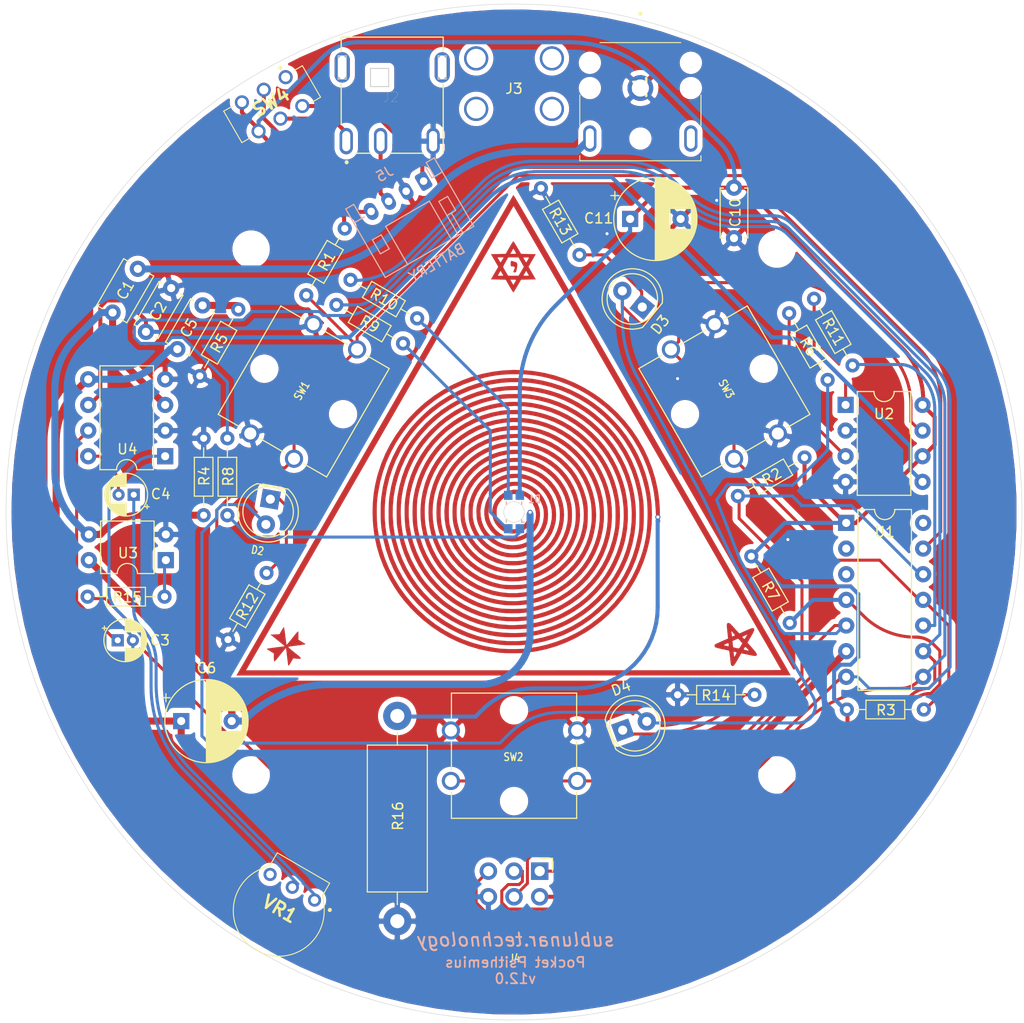
<source format=kicad_pcb>
(kicad_pcb (version 20171130) (host pcbnew "(5.1.5)-3")
  (title_block (title "Pocket Psithemius") (date 2020-06-18) (rev 12) (company "Sublunar Psionics"))
  (layers (0 F.Cu signal) (31 B.Cu signal) (34 B.Paste user) (35 F.Paste user) (36 B.SilkS user) (37 F.SilkS user) (38 B.Mask user) (39 F.Mask user) (44 Edge.Cuts user))
  (net 0 "")
  (net 1 "Net-(D1-Pad1)")
  (net 2 "Net-(D2-Pad1)")
  (net 3 "Net-(D3-Pad1)")
  (net 4 GND)
  (net 5 pb_A)
  (net 6 pb_B)
  (net 7 pb_C)
  (net 8 +5V)
  (net 9 ANALOG)
  (net 10 "Net-(C5-Pad2)")
  (net 11 /~RST)
  (net 12 led_UV)
  (net 13 led_R)
  (net 14 led_G)
  (net 15 led_B)
  (net 16 +5VA)
  (net 17 OAPPS)
  (net 18 "Net-(C1-Pad2)")
  (net 19 "Net-(C1-Pad1)")
  (net 20 "Net-(C3-Pad1)")
  (net 21 "Net-(C4-Pad2)")
  (net 22 "Net-(C4-Pad1)")
  (net 23 "Net-(C6-Pad2)")
  (net 24 "Net-(D1-Pad2)")
  (net 25 "Net-(D1-Pad3)")
  (net 26 "Net-(D2-Pad2)")
  (net 27 "Net-(D4-Pad1)")
  (net 28 "Net-(R6-Pad2)")
  (net 29 "Net-(R11-Pad2)")
  (net 30 "Net-(J2-Pad1)")
  (net 31 /BAT+)
  (net 32 /CHG+)
  (net 33 /BAT-)
  (net 34 "Net-(R15-Pad2)")
  (net 35 "Net-(U4-Pad1)")
  (net 36 "Net-(FID3-Pad2)")
  (net 37 "Net-(J1-Pad3)")
  (net 38 "Net-(J2-PadS1)")
  (net 39 "Net-(SW4-Pad1)")
  (net 40 "Net-(U1-Pad2)")
  (net 41 "Net-(U1-Pad3)")
  (net 42 "Net-(VR1-Pad3)")
  (net 43 "Net-(U1-Pad1)")
  (net 44 "Net-(U1-Pad8)")
  (net 45 "Net-(U1-Pad9)")
  (net 46 "Net-(U1-Pad10)")
  (net 47 "Net-(U1-Pad4)")
  (net 48 "Net-(U1-Pad11)")
  (net 49 "Net-(U1-Pad5)")
  (net 50 "Net-(U1-Pad12)")
  (net 51 "Net-(U1-Pad6)")
  (net 52 "Net-(U1-Pad13)")
  (net 53 "Net-(U1-Pad7)")
  (net 54 "Net-(U1-Pad14)")
  (module KiCad:3352T1103LF (layer F.Cu) (at 81.8515 140.0175 150)
    (fp_text reference VR1 (at 2.54 -2.5 150) (layer F.SilkS) (effects (font (size 1.27 1.27) (thickness 0.254))))
    (fp_text value 3352T-1-103LF hide)
    (pad 3 thru_hole circle (at 5.08 -0.01 150) (size 1.303 1.303) (drill 0.76) (layers *.Cu *.Mask) (net 42 "Net-(VR1-Pad3)"))
    (pad 2 thru_hole circle (at 2.54 -0.01 150) (size 1.303 1.303) (drill 0.76) (layers *.Cu *.Mask) (net 35 "Net-(U4-Pad1)"))
    (pad 1 thru_hole circle (at 0 -0.01 150) (size 1.303 1.303) (drill 0.76) (layers *.Cu *.Mask) (net 22 "Net-(C4-Pad1)"))
  )
  (module KiCad:SJ13523N (layer F.Cu) (at 114.11 55.118 270)
    (fp_text reference J1 (at 4.375 0 270) (layer F.SilkS) (effects (font (size 1.27 1.27) (thickness 0.254))))
    (fp_text value "Psionic Input" hide)
    (pad MH5 np_thru_hole circle (at 4.5 5 270) (size 1.2 0) (drill 1.2) (layers *.Cu *.Mask))
    (pad MH4 np_thru_hole circle (at 2 5 270) (size 1.2 0) (drill 1.2) (layers *.Cu *.Mask))
    (pad MH3 np_thru_hole circle (at 9.5 0 270) (size 1.2 0) (drill 1.2) (layers *.Cu *.Mask))
    (pad MH2 np_thru_hole circle (at 4.5 -5 270) (size 1.2 0) (drill 1.2) (layers *.Cu *.Mask))
    (pad MH1 np_thru_hole circle (at 2 -5 270) (size 1.2 0) (drill 1.2) (layers *.Cu *.Mask))
    (pad 3 thru_hole oval (at 9.5 -5 270) (size 2.616 1.308) (drill oval 2 0.8) (layers *.Cu *.Mask) (net 37 "Net-(J1-Pad3)"))
    (pad 2 thru_hole oval (at 9.5 5 270) (size 2.616 1.308) (drill oval 2 0.8) (layers *.Cu *.Mask) (net 18 "Net-(C1-Pad2)"))
    (pad 1 thru_hole circle (at 4.5 0 270) (size 2.55 2.55) (drill 1.7) (layers *.Cu *.Mask) (net 4 GND))
  )
  (module parts:CUI_PJ-051AH (layer F.Cu) (at 89.535 60.325 90)
    (fp_text reference J2 (at -0.1905 -0.127 180) (layer F.SilkS) (effects (font (size 1.000488 1.000488) (thickness 0.015))))
    (fp_text value PJ-051AH)
    (fp_line (start 3.9 4.55) (end 3.9 5.35) (layer Edge.Cuts) (width 0.1))
    (fp_line (start 3.9 5.35) (end 1.6 5.35) (layer Edge.Cuts) (width 0.1))
    (fp_line (start 1.6 5.35) (end 1.6 4.55) (layer Edge.Cuts) (width 0.1))
    (fp_line (start 1.6 4.55) (end 3.9 4.55) (layer Edge.Cuts) (width 0.1))
    (fp_line (start 1.6 -5.35) (end 1.6 -4.55) (layer Edge.Cuts) (width 0.1))
    (fp_line (start 1.6 -4.55) (end 3.9 -4.55) (layer Edge.Cuts) (width 0.1))
    (fp_line (start 3.9 -4.55) (end 3.9 -5.35) (layer Edge.Cuts) (width 0.1))
    (fp_line (start 3.9 -5.35) (end 1.6 -5.35) (layer Edge.Cuts) (width 0.1))
    (fp_line (start 2.65 -2.15) (end 2.65 -0.35) (layer Edge.Cuts) (width 0.1))
    (fp_line (start 2.65 -0.35) (end 0.85 -0.35) (layer Edge.Cuts) (width 0.1))
    (fp_line (start 0.85 -0.35) (end 0.85 -2.15) (layer Edge.Cuts) (width 0.1))
    (fp_line (start 0.85 -2.15) (end 2.65 -2.15) (layer Edge.Cuts) (width 0.1))
    (pad 1 thru_hole oval (at -4.55 -4.55 90) (size 2.616 1.308) (drill oval 2 0.8) (layers *.Cu *.Mask) (net 30 "Net-(J2-Pad1)"))
    (pad 3 thru_hole oval (at -4.55 -1.15 90) (size 2.616 1.308) (drill oval 2 0.8) (layers *.Cu *.Mask) (net 33 /BAT-))
    (pad 2 thru_hole oval (at -4.55 4.05 90) (size 2.616 1.308) (drill oval 2 0.8) (layers *.Cu *.Mask) (net 4 GND))
    (pad S2 thru_hole oval (at 2.75 4.95 90) (size 3.016 1.508) (drill oval 2.3 0.8) (layers *.Cu *.Mask) (net 38 "Net-(J2-PadS1)"))
    (pad S1 thru_hole oval (at 2.75 -4.95 90) (size 3.016 1.508) (drill oval 2.3 0.8) (layers *.Cu *.Mask) (net 38 "Net-(J2-PadS1)"))
  )
  (module Connector_IDC:IDC-Header_2x03_P2.54mm_Horizontal (layer F.Cu) (at 104.14 137.16 270)
    (fp_text reference J4 (at 8.636 2.4765 180) (layer F.SilkS) (effects (font (size 0.762 0.635) (thickness 0.127))))
    (fp_text value AVR-ISP-6)
    (pad 6 thru_hole oval (at 2.54 5.08 270) (size 1.7272 1.7272) (drill 1.016) (layers *.Cu *.Mask) (net 4 GND))
    (pad 5 thru_hole oval (at 0 5.08 270) (size 1.7272 1.7272) (drill 1.016) (layers *.Cu *.Mask) (net 11 /~RST))
    (pad 4 thru_hole oval (at 2.54 2.54 270) (size 1.7272 1.7272) (drill 1.016) (layers *.Cu *.Mask) (net 15 led_B))
    (pad 3 thru_hole oval (at 0 2.54 270) (size 1.7272 1.7272) (drill 1.016) (layers *.Cu *.Mask) (net 13 led_R))
    (pad 2 thru_hole oval (at 2.54 0 270) (size 1.7272 1.7272) (drill 1.016) (layers *.Cu *.Mask) (net 8 +5V))
    (pad 1 thru_hole rect (at 0 0 270) (size 1.7272 1.7272) (drill 1.016) (layers *.Cu *.Mask) (net 14 led_G))
  )
  (module parts:Earth (layer F.Cu) (at 101.6 59.182)
    (fp_text reference J3 (at 0 0.5 180) (layer F.SilkS))
    (fp_text value 7761)
    (pad "" thru_hole circle (at -3.75 -2.5) (size 2.4 2.4) (drill 1.9) (layers *.Cu *.Mask))
    (pad "" thru_hole circle (at 3.75 -2.5) (size 2.4 2.4) (drill 1.9) (layers *.Cu *.Mask))
    (pad "" thru_hole circle (at -3.75 2.5) (size 2.4 2.4) (drill 1.9) (layers *.Cu *.Mask))
    (pad "" thru_hole circle (at 3.75 2.5) (size 2.4 2.4) (drill 1.9) (layers *.Cu *.Mask))
  )
  (module Resistor_THT:R_Axial_DIN0614_L14.3mm_D5.7mm_P20.32mm_Horizontal (layer F.Cu) (at 90.043 121.793 270)
    (fp_text reference R16 (at 9.906 -0.0635 90) (layer F.SilkS))
    (fp_text value 4)
    (pad 2 thru_hole oval (at 20.32 0 270) (size 2.8 2.8) (drill 1.4) (layers *.Cu *.Mask) (net 4 GND))
    (pad 1 thru_hole circle (at 0 0 270) (size 2.8 2.8) (drill 1.4) (layers *.Cu *.Mask) (net 36 "Net-(FID3-Pad2)"))
  )
  (module Package_DIP:DIP-4_W7.62mm (layer F.Cu) (at 67.1195 106.3625 180)
    (fp_text reference U3 (at 3.7465 0.6985) (layer F.SilkS))
    (fp_text value TLP4227GF)
    (pad 1 thru_hole rect (at 0 0 180) (size 1.6 1.6) (drill 0.8) (layers *.Cu *.Mask) (net 34 "Net-(R15-Pad2)"))
    (pad 3 thru_hole oval (at 7.62 2.54 180) (size 1.6 1.6) (drill 0.8) (layers *.Cu *.Mask) (net 19 "Net-(C1-Pad1)"))
    (pad 2 thru_hole oval (at 0 2.54 180) (size 1.6 1.6) (drill 0.8) (layers *.Cu *.Mask) (net 4 GND))
    (pad 4 thru_hole oval (at 7.62 0 180) (size 1.6 1.6) (drill 0.8) (layers *.Cu *.Mask) (net 23 "Net-(C6-Pad2)"))
  )
  (module Resistor_THT:R_Axial_DIN0204_L3.6mm_D1.6mm_P7.62mm_Horizontal (layer F.Cu) (at 59.3725 109.982)
    (fp_text reference R15 (at 3.937 0.0635) (layer F.SilkS))
    (fp_text value 180)
    (pad 1 thru_hole circle (at 0 0) (size 1.4 1.4) (drill 0.7) (layers *.Cu *.Mask) (net 17 OAPPS))
    (pad 2 thru_hole oval (at 7.62 0) (size 1.4 1.4) (drill 0.7) (layers *.Cu *.Mask) (net 34 "Net-(R15-Pad2)"))
  )
  (module Capacitor_THT:CP_Radial_D8.0mm_P5.00mm (layer F.Cu) (at 113.0935 72.5805)
    (fp_text reference C11 (at -3.1115 -0.0635) (layer F.SilkS))
    (fp_text value 220uF/16V)
    (pad 1 thru_hole rect (at 0 0) (size 1.6 1.6) (drill 0.8) (layers *.Cu *.Mask) (net 8 +5V))
    (pad 2 thru_hole circle (at 5 0) (size 1.6 1.6) (drill 0.8) (layers *.Cu *.Mask) (net 4 GND))
  )
  (module Capacitor_THT:C_Disc_D4.7mm_W2.5mm_P5.00mm (layer F.Cu) (at 123.3805 74.4855 90)
    (fp_text reference C10 (at 2.54 0.127 90) (layer F.SilkS))
    (fp_text value 0.1uF)
    (pad 1 thru_hole circle (at 0 0 90) (size 1.6 1.6) (drill 0.8) (layers *.Cu *.Mask) (net 4 GND))
    (pad 2 thru_hole circle (at 5 0 90) (size 1.6 1.6) (drill 0.8) (layers *.Cu *.Mask) (net 8 +5V))
  )
  (module Connector_JST:JST_PH_S4B-PH-K_1x04_P2.00mm_Horizontal (layer B.Cu) (at 92.6465 68.834 210)
    (fp_text reference J5 (at 3 2.55 30) (layer B.SilkS) (effects (justify mirror)))
    (fp_text value "Internal Power")
    (pad 1 thru_hole roundrect (at 0 0 210) (size 1.2 1.75) (drill 0.75) (layers *.Cu *.Mask) (roundrect_rratio 0.208333) (net 32 /CHG+))
    (pad 2 thru_hole oval (at 2 0 210) (size 1.2 1.75) (drill 0.75) (layers *.Cu *.Mask) (net 4 GND))
    (pad 3 thru_hole oval (at 4 0 210) (size 1.2 1.75) (drill 0.75) (layers *.Cu *.Mask) (net 33 /BAT-))
    (pad 4 thru_hole oval (at 6 0 210) (size 1.2 1.75) (drill 0.75) (layers *.Cu *.Mask) (net 31 /BAT+))
  )
  (module Resistor_THT:R_Axial_DIN0204_L3.6mm_D1.6mm_P7.62mm_Horizontal (layer F.Cu) (at 132.652 88.519 120)
    (fp_text reference R6 (at 3.812116 0.001222 120) (layer F.SilkS))
    (fp_text value 180)
    (pad 1 thru_hole circle (at 0 0 120) (size 1.4 1.4) (drill 0.7) (layers *.Cu *.Mask) (net 17 OAPPS))
    (pad 2 thru_hole oval (at 7.62 0 120) (size 1.4 1.4) (drill 0.7) (layers *.Cu *.Mask) (net 28 "Net-(R6-Pad2)"))
  )
  (module Package_DIP:DIP-8_W7.62mm (layer F.Cu) (at 134.43 90.9955)
    (fp_text reference U2 (at 3.81 0.889) (layer F.SilkS))
    (fp_text value TLP222A)
    (pad 8 thru_hole oval (at 7.62 0) (size 1.6 1.6) (drill 0.8) (layers *.Cu *.Mask) (net 8 +5V))
    (pad 4 thru_hole oval (at 0 7.62) (size 1.6 1.6) (drill 0.8) (layers *.Cu *.Mask) (net 4 GND))
    (pad 7 thru_hole oval (at 7.62 2.54) (size 1.6 1.6) (drill 0.8) (layers *.Cu *.Mask) (net 16 +5VA))
    (pad 3 thru_hole oval (at 0 5.08) (size 1.6 1.6) (drill 0.8) (layers *.Cu *.Mask) (net 29 "Net-(R11-Pad2)"))
    (pad 6 thru_hole oval (at 7.62 5.08) (size 1.6 1.6) (drill 0.8) (layers *.Cu *.Mask) (net 8 +5V))
    (pad 2 thru_hole oval (at 0 2.54) (size 1.6 1.6) (drill 0.8) (layers *.Cu *.Mask) (net 4 GND))
    (pad 5 thru_hole oval (at 7.62 7.62) (size 1.6 1.6) (drill 0.8) (layers *.Cu *.Mask) (net 26 "Net-(D2-Pad2)"))
    (pad 1 thru_hole rect (at 0 0) (size 1.6 1.6) (drill 0.8) (layers *.Cu *.Mask) (net 28 "Net-(R6-Pad2)"))
  )
  (module Package_DIP:DIP-14_W7.62mm (layer F.Cu) (at 134.492 102.68)
    (fp_text reference U1 (at 3.811 0.8885) (layer F.SilkS))
    (fp_text value ATtiny84A-PU)
    (pad 1 thru_hole rect (at 0 0) (size 1.6 1.6) (drill 0.8) (layers *.Cu *.Mask) (net 43 "Net-(U1-Pad1)"))
    (pad 8 thru_hole oval (at 7.62 15.24) (size 1.6 1.6) (drill 0.8) (layers *.Cu *.Mask) (net 44 "Net-(U1-Pad8)"))
    (pad 2 thru_hole oval (at 0 2.54) (size 1.6 1.6) (drill 0.8) (layers *.Cu *.Mask) (net 40 "Net-(U1-Pad2)"))
    (pad 9 thru_hole oval (at 7.62 12.7) (size 1.6 1.6) (drill 0.8) (layers *.Cu *.Mask) (net 45 "Net-(U1-Pad9)"))
    (pad 3 thru_hole oval (at 0 5.08) (size 1.6 1.6) (drill 0.8) (layers *.Cu *.Mask) (net 41 "Net-(U1-Pad3)"))
    (pad 10 thru_hole oval (at 7.62 10.16) (size 1.6 1.6) (drill 0.8) (layers *.Cu *.Mask) (net 46 "Net-(U1-Pad10)"))
    (pad 4 thru_hole oval (at 0 7.62) (size 1.6 1.6) (drill 0.8) (layers *.Cu *.Mask) (net 47 "Net-(U1-Pad4)"))
    (pad 11 thru_hole oval (at 7.62 7.62) (size 1.6 1.6) (drill 0.8) (layers *.Cu *.Mask) (net 48 "Net-(U1-Pad11)"))
    (pad 5 thru_hole oval (at 0 10.16) (size 1.6 1.6) (drill 0.8) (layers *.Cu *.Mask) (net 49 "Net-(U1-Pad5)"))
    (pad 12 thru_hole oval (at 7.62 5.08) (size 1.6 1.6) (drill 0.8) (layers *.Cu *.Mask) (net 50 "Net-(U1-Pad12)"))
    (pad 6 thru_hole oval (at 0 12.7) (size 1.6 1.6) (drill 0.8) (layers *.Cu *.Mask) (net 51 "Net-(U1-Pad6)"))
    (pad 13 thru_hole oval (at 7.62 2.54) (size 1.6 1.6) (drill 0.8) (layers *.Cu *.Mask) (net 52 "Net-(U1-Pad13)"))
    (pad 7 thru_hole oval (at 0 15.24) (size 1.6 1.6) (drill 0.8) (layers *.Cu *.Mask) (net 53 "Net-(U1-Pad7)"))
    (pad 14 thru_hole oval (at 7.62 0) (size 1.6 1.6) (drill 0.8) (layers *.Cu *.Mask) (net 54 "Net-(U1-Pad14)"))
  )
  (module Resistor_THT:R_Axial_DIN0204_L3.6mm_D1.6mm_P7.62mm_Horizontal (layer F.Cu) (at 128.905 112.5855 120)
    (fp_text reference R7 (at 3.702131 -0.062278 120) (layer F.SilkS))
    (fp_text value 10K)
    (pad 1 thru_hole circle (at 0 0 120) (size 1.4 1.4) (drill 0.7) (layers *.Cu *.Mask) (net 11 /~RST))
    (pad 2 thru_hole oval (at 7.62 0 120) (size 1.4 1.4) (drill 0.7) (layers *.Cu *.Mask) (net 8 +5V))
  )
  (module Resistor_THT:R_Axial_DIN0204_L3.6mm_D1.6mm_P7.62mm_Horizontal (layer F.Cu) (at 70.866 101.918 90)
    (fp_text reference R4 (at 3.874 0.0635 90) (layer F.SilkS))
    (fp_text value 10K)
    (pad 1 thru_hole circle (at 0 0 90) (size 1.4 1.4) (drill 0.7) (layers *.Cu *.Mask) (net 19 "Net-(C1-Pad1)"))
    (pad 2 thru_hole oval (at 7.62 0 90) (size 1.4 1.4) (drill 0.7) (layers *.Cu *.Mask) (net 4 GND))
  )
  (module Resistor_THT:R_Axial_DIN0204_L3.6mm_D1.6mm_P7.62mm_Horizontal (layer F.Cu) (at 85.4075 78.613 330)
    (fp_text reference R10 (at 3.849146 0.013067 150) (layer F.SilkS))
    (fp_text value 680R)
    (pad 1 thru_hole circle (at 0 0 330) (size 1.4 1.4) (drill 0.7) (layers *.Cu *.Mask) (net 15 led_B))
    (pad 2 thru_hole oval (at 7.62 0 330) (size 1.4 1.4) (drill 0.7) (layers *.Cu *.Mask) (net 25 "Net-(D1-Pad3)"))
  )
  (module Resistor_THT:R_Axial_DIN0204_L3.6mm_D1.6mm_P7.62mm_Horizontal (layer F.Cu) (at 84.0105 81.0895 330)
    (fp_text reference R9 (at 3.81 0 150) (layer F.SilkS))
    (fp_text value 680R)
    (pad 1 thru_hole circle (at 0 0 330) (size 1.4 1.4) (drill 0.7) (layers *.Cu *.Mask) (net 14 led_G))
    (pad 2 thru_hole oval (at 7.62 0 330) (size 1.4 1.4) (drill 0.7) (layers *.Cu *.Mask) (net 24 "Net-(D1-Pad2)"))
  )
  (module Resistor_THT:R_Axial_DIN0204_L3.6mm_D1.6mm_P7.62mm_Horizontal (layer F.Cu) (at 134.5565 121.158)
    (fp_text reference R3 (at 3.8735 0.0635) (layer F.SilkS))
    (fp_text value 10K)
    (pad 1 thru_hole circle (at 0 0) (size 1.4 1.4) (drill 0.7) (layers *.Cu *.Mask) (net 8 +5V))
    (pad 2 thru_hole oval (at 7.62 0) (size 1.4 1.4) (drill 0.7) (layers *.Cu *.Mask) (net 7 pb_C))
  )
  (module Resistor_THT:R_Axial_DIN0204_L3.6mm_D1.6mm_P7.62mm_Horizontal (layer F.Cu) (at 130.366 96.2025 210)
    (fp_text reference R2 (at 3.757556 -0.030278 30) (layer F.SilkS))
    (fp_text value 10K)
    (pad 1 thru_hole circle (at 0 0 210) (size 1.4 1.4) (drill 0.7) (layers *.Cu *.Mask) (net 8 +5V))
    (pad 2 thru_hole oval (at 7.62 0 210) (size 1.4 1.4) (drill 0.7) (layers *.Cu *.Mask) (net 6 pb_B))
  )
  (module Resistor_THT:R_Axial_DIN0204_L3.6mm_D1.6mm_P7.62mm_Horizontal (layer F.Cu) (at 135.116 87.0826 120)
    (fp_text reference R11 (at 3.826987 0.023664 120) (layer F.SilkS))
    (fp_text value 180)
    (pad 1 thru_hole circle (at 0 0 120) (size 1.4 1.4) (drill 0.7) (layers *.Cu *.Mask) (net 12 led_UV))
    (pad 2 thru_hole oval (at 7.62 0 120) (size 1.4 1.4) (drill 0.7) (layers *.Cu *.Mask) (net 29 "Net-(R11-Pad2)"))
  )
  (module Resistor_THT:R_Axial_DIN0204_L3.6mm_D1.6mm_P7.62mm_Horizontal (layer F.Cu) (at 125.4125 119.6975 180)
    (fp_text reference R14 (at 3.81 -0.0635) (layer F.SilkS))
    (fp_text value 330R)
    (pad 1 thru_hole circle (at 0 0 180) (size 1.4 1.4) (drill 0.7) (layers *.Cu *.Mask) (net 27 "Net-(D4-Pad1)"))
    (pad 2 thru_hole oval (at 7.62 0 180) (size 1.4 1.4) (drill 0.7) (layers *.Cu *.Mask) (net 4 GND))
  )
  (module Resistor_THT:R_Axial_DIN0204_L3.6mm_D1.6mm_P7.62mm_Horizontal (layer F.Cu) (at 108.077 76.1365 120)
    (fp_text reference R13 (at 3.812116 0.001222 120) (layer F.SilkS))
    (fp_text value 330R)
    (pad 1 thru_hole circle (at 0 0 120) (size 1.4 1.4) (drill 0.7) (layers *.Cu *.Mask) (net 3 "Net-(D3-Pad1)"))
    (pad 2 thru_hole oval (at 7.62 0 120) (size 1.4 1.4) (drill 0.7) (layers *.Cu *.Mask) (net 4 GND))
  )
  (module Capacitor_THT:C_Disc_D4.7mm_W2.5mm_P5.00mm (layer F.Cu) (at 65.151 83.7565 60)
    (fp_text reference C2 (at 2.363014 0.02886 60) (layer F.SilkS))
    (fp_text value 0.1uF)
    (pad 1 thru_hole circle (at 0 0 60) (size 1.6 1.6) (drill 0.8) (layers *.Cu *.Mask) (net 16 +5VA))
    (pad 2 thru_hole circle (at 5 0 60) (size 1.6 1.6) (drill 0.8) (layers *.Cu *.Mask) (net 4 GND))
  )
  (module Package_DIP:DIP-8_W7.62mm (layer F.Cu) (at 67.056 96.0755 180)
    (fp_text reference U4 (at 3.7465 0.6985) (layer F.SilkS))
    (fp_text value LM386)
    (pad 1 thru_hole rect (at 0 0 180) (size 1.6 1.6) (drill 0.8) (layers *.Cu *.Mask) (net 35 "Net-(U4-Pad1)"))
    (pad 5 thru_hole oval (at 7.62 7.62 180) (size 1.6 1.6) (drill 0.8) (layers *.Cu *.Mask) (net 9 ANALOG))
    (pad 2 thru_hole oval (at 0 2.54 180) (size 1.6 1.6) (drill 0.8) (layers *.Cu *.Mask) (net 4 GND))
    (pad 6 thru_hole oval (at 7.62 5.08 180) (size 1.6 1.6) (drill 0.8) (layers *.Cu *.Mask) (net 16 +5VA))
    (pad 3 thru_hole oval (at 0 5.08 180) (size 1.6 1.6) (drill 0.8) (layers *.Cu *.Mask) (net 19 "Net-(C1-Pad1)"))
    (pad 7 thru_hole oval (at 7.62 2.54 180) (size 1.6 1.6) (drill 0.8) (layers *.Cu *.Mask) (net 20 "Net-(C3-Pad1)"))
    (pad 4 thru_hole oval (at 0 7.62 180) (size 1.6 1.6) (drill 0.8) (layers *.Cu *.Mask) (net 4 GND))
    (pad 8 thru_hole oval (at 7.62 0 180) (size 1.6 1.6) (drill 0.8) (layers *.Cu *.Mask) (net 21 "Net-(C4-Pad2)"))
  )
  (module Resistor_THT:R_Axial_DIN0204_L3.6mm_D1.6mm_P7.62mm_Horizontal (layer F.Cu) (at 74.295 81.534 240)
    (fp_text reference R5 (at 3.843866 -0.053771 60) (layer F.SilkS))
    (fp_text value 10)
    (pad 1 thru_hole circle (at 0 0 240) (size 1.4 1.4) (drill 0.7) (layers *.Cu *.Mask) (net 10 "Net-(C5-Pad2)"))
    (pad 2 thru_hole oval (at 7.62 0 240) (size 1.4 1.4) (drill 0.7) (layers *.Cu *.Mask) (net 4 GND))
  )
  (module Resistor_THT:R_Axial_DIN0204_L3.6mm_D1.6mm_P7.62mm_Horizontal (layer F.Cu) (at 73.2155 94.2975 270)
    (fp_text reference R8 (at 3.788873 -0.085521 90) (layer F.SilkS))
    (fp_text value 680R)
    (pad 1 thru_hole circle (at 0 0 270) (size 1.4 1.4) (drill 0.7) (layers *.Cu *.Mask) (net 13 led_R))
    (pad 2 thru_hole oval (at 7.62 0 270) (size 1.4 1.4) (drill 0.7) (layers *.Cu *.Mask) (net 1 "Net-(D1-Pad1)"))
  )
  (module Resistor_THT:R_Axial_DIN0204_L3.6mm_D1.6mm_P7.62mm_Horizontal (layer F.Cu) (at 77.089 107.6325 240)
    (fp_text reference R12 (at 3.812116 -0.001222 60) (layer F.SilkS))
    (fp_text value 330R)
    (pad 1 thru_hole circle (at 0 0 240) (size 1.4 1.4) (drill 0.7) (layers *.Cu *.Mask) (net 2 "Net-(D2-Pad1)"))
    (pad 2 thru_hole oval (at 7.62 0 240) (size 1.4 1.4) (drill 0.7) (layers *.Cu *.Mask) (net 4 GND))
  )
  (module Resistor_THT:R_Axial_DIN0204_L3.6mm_D1.6mm_P7.62mm_Horizontal (layer F.Cu) (at 84.836 73.533 240)
    (fp_text reference R1 (at 3.693623 -0.079457 60) (layer F.SilkS))
    (fp_text value 10K)
    (pad 1 thru_hole circle (at 0 0 240) (size 1.4 1.4) (drill 0.7) (layers *.Cu *.Mask) (net 8 +5V))
    (pad 2 thru_hole oval (at 7.62 0 240) (size 1.4 1.4) (drill 0.7) (layers *.Cu *.Mask) (net 5 pb_A))
  )
  (module Capacitor_THT:CP_Radial_D4.0mm_P1.50mm (layer F.Cu) (at 63.9445 99.8855 180)
    (fp_text reference C4 (at -2.667 0.0635) (layer F.SilkS))
    (fp_text value 10uF/10V)
    (pad 1 thru_hole rect (at 0 0 180) (size 1.2 1.2) (drill 0.6) (layers *.Cu *.Mask) (net 22 "Net-(C4-Pad1)"))
    (pad 2 thru_hole circle (at 1.5 0 180) (size 1.2 1.2) (drill 0.6) (layers *.Cu *.Mask) (net 21 "Net-(C4-Pad2)"))
  )
  (module Capacitor_THT:C_Disc_D5.1mm_W3.2mm_P5.00mm (layer F.Cu) (at 61.849 81.8515 60)
    (fp_text reference C1 (at 2.559741 -0.011398 60) (layer F.SilkS))
    (fp_text value 1uF)
    (pad 1 thru_hole circle (at 0 0 60) (size 1.6 1.6) (drill 0.8) (layers *.Cu *.Mask) (net 19 "Net-(C1-Pad1)"))
    (pad 2 thru_hole circle (at 5 0 60) (size 1.6 1.6) (drill 0.8) (layers *.Cu *.Mask) (net 18 "Net-(C1-Pad2)"))
  )
  (module Capacitor_THT:C_Disc_D4.7mm_W2.5mm_P5.00mm (layer F.Cu) (at 68.2625 85.471 60)
    (fp_text reference C5 (at 2.386256 -0.057883 60) (layer F.SilkS))
    (fp_text value 0.05uF)
    (pad 1 thru_hole circle (at 0 0 60) (size 1.6 1.6) (drill 0.8) (layers *.Cu *.Mask) (net 9 ANALOG))
    (pad 2 thru_hole circle (at 5 0 60) (size 1.6 1.6) (drill 0.8) (layers *.Cu *.Mask) (net 10 "Net-(C5-Pad2)"))
  )
  (module Capacitor_THT:CP_Radial_D8.0mm_P5.00mm (layer F.Cu) (at 68.6435 122.301)
    (fp_text reference C6 (at 2.5 -5.25) (layer F.SilkS))
    (fp_text value 220uF/16V)
    (pad 1 thru_hole rect (at 0 0) (size 1.6 1.6) (drill 0.8) (layers *.Cu *.Mask) (net 9 ANALOG))
    (pad 2 thru_hole circle (at 5 0) (size 1.6 1.6) (drill 0.8) (layers *.Cu *.Mask) (net 23 "Net-(C6-Pad2)"))
  )
  (module Capacitor_THT:CP_Radial_D4.0mm_P1.50mm (layer F.Cu) (at 62.357 114.3)
    (fp_text reference C3 (at 4.191 0) (layer F.SilkS))
    (fp_text value 0.1uF/35V)
    (pad 1 thru_hole rect (at 0 0) (size 1.2 1.2) (drill 0.6) (layers *.Cu *.Mask) (net 20 "Net-(C3-Pad1)"))
    (pad 2 thru_hole circle (at 1.5 0) (size 1.2 1.2) (drill 0.6) (layers *.Cu *.Mask) (net 4 GND))
  )
  (module LED_THT:LED_D5.0mm_Clear (layer F.Cu) (at 112.36 123.2 20)
    (fp_text reference D4 (at 1.27 -3.96 20) (layer F.SilkS))
    (fp_text value UV)
    (pad 1 thru_hole rect (at 0 0 20) (size 1.8 1.8) (drill 0.9) (layers *.Cu *.Mask) (net 27 "Net-(D4-Pad1)"))
    (pad 2 thru_hole circle (at 2.54 0 20) (size 1.8 1.8) (drill 0.9) (layers *.Cu *.Mask) (net 26 "Net-(D2-Pad2)"))
  )
  (module LED_THT:LED_D5.0mm_Clear (layer F.Cu) (at 114.3 81.3 141)
    (fp_text reference D3 (at -2.488111 -0.247291 231) (layer F.SilkS))
    (fp_text value UV)
    (pad 1 thru_hole rect (at 0 0 141) (size 1.8 1.8) (drill 0.9) (layers *.Cu *.Mask) (net 3 "Net-(D3-Pad1)"))
    (pad 2 thru_hole circle (at 2.54 0 141) (size 1.8 1.8) (drill 0.9) (layers *.Cu *.Mask) (net 26 "Net-(D2-Pad2)"))
  )
  (module parts:LOGOТ_MASK (layer F.Cu) (at 101.6 101.7)
    (fp_text reference FID1 hide)
    (fp_text value spiral_mask hide)
  )
  (module parts:LOGO1 (layer F.Cu) (at 101.6 101.7)
    (fp_text reference FID3 hide)
    (fp_text value spiral_cu hide)
    (fp_poly (pts (xy -0.054455 -31.47429) (xy -0.024512 -31.431509) (xy 0.024005 -31.356067) (xy 0.091865 -31.246639) (xy 0.179836 -31.1019) (xy 0.288684 -30.920525) (xy 0.419177 -30.701189) (xy 0.572084 -30.442568) (xy 0.748171 -30.143337) (xy 0.948205 -29.80217) (xy 1.172956 -29.417743) (xy 1.42319 -28.988731) (xy 1.699674 -28.513809) (xy 2.003176 -27.991652) (xy 2.334465 -27.420936) (xy 2.694306 -26.800334) (xy 3.083469 -26.128524) (xy 3.50272 -25.404179) (xy 3.952827 -24.625975) (xy 4.434557 -23.792587) (xy 4.948679 -22.90269) (xy 5.495959 -21.954958) (xy 6.077165 -20.948069) (xy 6.693065 -19.880695) (xy 7.344427 -18.751513) (xy 8.032017 -17.559198) (xy 8.756604 -16.302424) (xy 9.518954 -14.979868) (xy 10.319837 -13.590203) (xy 11.160018 -12.132105) (xy 12.040266 -10.60425) (xy 12.961348 -9.005312) (xy 13.68608 -7.747097) (xy 14.445394 -6.42876) (xy 15.194206 -5.128595) (xy 15.931403 -3.848533) (xy 16.655875 -2.590504) (xy 17.366511 -1.356439) (xy 18.062201 -0.148269) (xy 18.741832 1.032077) (xy 19.404295 2.182667) (xy 20.048477 3.30157) (xy 20.673268 4.386856) (xy 21.277558 5.436596) (xy 21.860235 6.448857) (xy 22.420187 7.421709) (xy 22.956305 8.353223) (xy 23.467477 9.241466) (xy 23.952591 10.084509) (xy 24.410538 10.880422) (xy 24.840206 11.627272) (xy 25.240484 12.323131) (xy 25.610262 12.966067) (xy 25.948427 13.55415) (xy 26.253869 14.085448) (xy 26.525478 14.558033) (xy 26.762141 14.969972) (xy 26.962749 15.319336) (xy 27.12619 15.604193) (xy 27.251353 15.822614) (xy 27.337127 15.972668) (xy 27.382401 16.052423) (xy 27.389667 16.065721) (xy 27.347704 16.066882) (xy 27.223302 16.068027) (xy 27.018685 16.069154) (xy 26.73608 16.070262) (xy 26.377714 16.071348) (xy 25.945813 16.072412) (xy 25.442602 16.073451) (xy 24.870309 16.074464) (xy 24.23116 16.075448) (xy 23.527381 16.076404) (xy 22.761197 16.077327) (xy 21.934836 16.078218) (xy 21.050524 16.079074) (xy 20.110487 16.079894) (xy 19.116951 16.080675) (xy 18.072143 16.081416) (xy 16.978289 16.082116) (xy 15.837614 16.082773) (xy 14.652347 16.083385) (xy 13.424712 16.08395) (xy 12.156936 16.084467) (xy 10.851245 16.084933) (xy 9.509866 16.085348) (xy 8.135024 16.08571) (xy 6.728947 16.086016) (xy 5.293861 16.086265) (xy 3.83199 16.086456) (xy 2.345563 16.086587) (xy 0.836806 16.086656) (xy -0.046515 16.086667) (xy -27.482697 16.086667) (xy -27.401863 15.949083) (xy -27.376398 15.905018) (xy -27.309808 15.789531) (xy -27.203214 15.604574) (xy -27.188287 15.578667) (xy -26.549906 15.578667) (xy -0.042258 15.578667) (xy 1.452179 15.578611) (xy 2.925496 15.578446) (xy 4.375428 15.578174) (xy 5.799713 15.577799) (xy 7.196086 15.577324) (xy 8.562286 15.576752) (xy 9.896047 15.576085) (xy 11.195108 15.575327) (xy 12.457205 15.57448) (xy 13.680073 15.573548) (xy 14.861451 15.572534) (xy 15.999074 15.57144) (xy 17.09068 15.570271) (xy 18.134005 15.569027) (xy 19.126786 15.567714) (xy 20.066758 15.566333) (xy 20.95166 15.564888) (xy 21.779228 15.563382) (xy 22.547198 15.561817) (xy 23.253307 15.560197) (xy 23.895291 15.558525) (xy 24.470888 15.556804) (xy 24.977834 15.555036) (xy 25.413866 15.553226) (xy 25.77672 15.551374) (xy 26.064133 15.549486) (xy 26.273842 15.547564) (xy 26.403583 15.54561) (xy 26.451093 15.543628) (xy 26.451278 15.543476) (xy 26.426787 15.498298) (xy 26.361499 15.382477) (xy 26.256795 15.198405) (xy 26.114053 14.948474) (xy 25.934653 14.635075) (xy 25.719976 14.260602) (xy 25.471399 13.827446) (xy 25.190304 13.337998) (xy 24.87807 12.794652) (xy 24.536076 12.199798) (xy 24.165702 11.55583) (xy 23.768328 10.865138) (xy 23.345333 10.130116) (xy 22.898097 9.353154) (xy 22.428 8.536646) (xy 21.93642 7.682983) (xy 21.424739 6.794556) (xy 20.894335 5.873759) (xy 20.346589 4.922983) (xy 19.782879 3.94462) (xy 19.204585 2.941063) (xy 18.613088 1.914702) (xy 18.009766 0.867931) (xy 17.395999 -0.19686) (xy 16.773168 -1.277277) (xy 16.142651 -2.370929) (xy 15.505828 -3.475423) (xy 14.864079 -4.588369) (xy 14.218784 -5.707373) (xy 13.571321 -6.830044) (xy 12.923072 -7.953989) (xy 12.275414 -9.076817) (xy 11.629729 -10.196136) (xy 10.987396 -11.309554) (xy 10.349793 -12.414678) (xy 9.718302 -13.509117) (xy 9.094301 -14.590479) (xy 8.479171 -15.656371) (xy 7.87429 -16.704402) (xy 7.281039 -17.732179) (xy 6.700796 -18.737311) (xy 6.134943 -19.717406) (xy 5.584858 -20.670071) (xy 5.051921 -21.592915) (xy 4.537511 -22.483545) (xy 4.043009 -23.33957) (xy 3.569794 -24.158597) (xy 3.119245 -24.938235) (xy 2.692743 -25.676091) (xy 2.291666 -26.369774) (xy 1.917394 -27.016891) (xy 1.571308 -27.61505) (xy 1.254787 -28.16186) (xy 0.96921 -28.654929) (xy 0.715957 -29.091863) (xy 0.496407 -29.470272) (xy 0.311941 -29.787764) (xy 0.163937 -30.041946) (xy 0.053777 -30.230426) (xy -0.017162 -30.350812) (xy -0.047499 -30.400713) (xy -0.048577 -30.402021) (xy -0.071071 -30.364078) (xy -0.134675 -30.254732) (xy -0.238253 -30.075957) (xy -0.380668 -29.829723) (xy -0.560785 -29.518003) (xy -0.777465 -29.142769) (xy -1.029573 -28.705991) (xy -1.315972 -28.209642) (xy -1.635527 -27.655694) (xy -1.987099 -27.046117) (xy -2.369554 -26.382885) (xy -2.781753 -25.667969) (xy -3.222562 -24.90334) (xy -3.690843 -24.090971) (xy -4.18546 -23.232832) (xy -4.705276 -22.330896) (xy -5.249156 -21.387135) (xy -5.815961 -20.40352) (xy -6.404557 -19.382022) (xy -7.013807 -18.324615) (xy -7.642573 -17.233269) (xy -8.28972 -16.109956) (xy -8.954111 -14.956649) (xy -9.634609 -13.775318) (xy -10.330079 -12.567935) (xy -11.039383 -11.336473) (xy -11.761385 -10.082902) (xy -12.494949 -8.809196) (xy -13.228567 -7.535333) (xy -13.972895 -6.242857) (xy -14.70695 -4.968248) (xy -15.429587 -3.713492) (xy -16.139664 -2.480574) (xy -16.836037 -1.271476) (xy -17.517563 -0.088184) (xy -18.1831 1.067318) (xy -18.831503 2.193046) (xy -19.46163 3.287015) (xy -20.072338 4.347242) (xy -20.662483 5.371741) (xy -21.230922 6.358529) (xy -21.776512 7.305621) (xy -22.29811 8.211033) (xy -22.794572 9.072781) (xy -23.264756 9.88888) (xy -23.707518 10.657346) (xy -24.121715 11.376195) (xy -24.506204 12.043442) (xy -24.859842 12.657104) (xy -25.181485 13.215195) (xy -25.469991 13.715731) (xy -25.724215 14.156729) (xy -25.943016 14.536204) (xy -26.12525 14.852171) (xy -26.269773 15.102647) (xy -26.375442 15.285646) (xy -26.441115 15.399185) (xy -26.465527 15.441083) (xy -26.549906 15.578667) (xy -27.188287 15.578667) (xy -27.057741 15.352098) (xy -26.874511 15.034052) (xy -26.654648 14.652388) (xy -26.399277 14.209056) (xy -26.109519 13.706006) (xy -25.786498 13.14519) (xy -25.431338 12.528558) (xy -25.045163 11.85806) (xy -24.629095 11.135648) (xy -24.184258 10.363271) (xy -23.711775 9.542881) (xy -23.21277 8.676428) (xy -22.688366 7.765863) (xy -22.139686 6.813136) (xy -21.567855 5.820198) (xy -20.973994 4.789) (xy -20.359229 3.721492) (xy -19.724681 2.619624) (xy -19.071475 1.485349) (xy -18.400734 0.320615) (xy -17.713582 -0.872626) (xy -17.011141 -2.092424) (xy -16.294534 -3.336828) (xy -15.564887 -4.603887) (xy -14.823321 -5.891651) (xy -14.070961 -7.198169) (xy -13.718351 -7.8105) (xy -12.961683 -9.124458) (xy -12.215376 -10.420325) (xy -11.480551 -11.69616) (xy -10.758326 -12.950022) (xy -10.049821 -14.179969) (xy -9.356156 -15.38406) (xy -8.678451 -16.560352) (xy -8.017824 -17.706904) (xy -7.375395 -18.821775) (xy -6.752285 -19.903024) (xy -6.149612 -20.948707) (xy -5.568497 -21.956885) (xy -5.010058 -22.925615) (xy -4.475415 -23.852956) (xy -3.965689 -24.736966) (xy -3.481997 -25.575703) (xy -3.025461 -26.367227) (xy -2.597199 -27.109595) (xy -2.198332 -27.800866) (xy -1.829978 -28.439098) (xy -1.493257 -29.022349) (xy -1.189289 -29.548679) (xy -0.919194 -30.016145) (xy -0.68409 -30.422806) (xy -0.485098 -30.766721) (xy -0.323338 -31.045947) (xy -0.199928 -31.258543) (xy -0.115988 -31.402568) (xy -0.072638 -31.47608) (xy -0.066589 -31.485735) (xy -0.054455 -31.47429)) (layer F.Cu) (width 0.01))
    (fp_poly (pts (xy 21.292893 10.891744) (xy 21.390545 10.948541) (xy 21.514103 11.061825) (xy 21.648884 11.20775) (xy 21.79666 11.373234) (xy 21.947356 11.540503) (xy 22.077156 11.683179) (xy 22.124573 11.734672) (xy 22.308861 11.933511) (xy 22.923752 11.660589) (xy 23.180304 11.548201) (xy 23.3719 11.468935) (xy 23.510092 11.419651) (xy 23.606429 11.397206) (xy 23.672464 11.398459) (xy 23.719748 11.42027) (xy 23.740533 11.438467) (xy 23.775501 11.489933) (xy 23.784115 11.557642) (xy 23.762606 11.652223) (xy 23.707204 11.784307) (xy 23.614139 11.964523) (xy 23.479642 12.2035) (xy 23.452597 12.25037) (xy 23.11386 12.835931) (xy 23.579597 13.361721) (xy 23.776311 13.588951) (xy 23.916509 13.765065) (xy 24.004194 13.898157) (xy 24.043367 13.996324) (xy 24.038032 14.067659) (xy 23.99219 14.120259) (xy 23.963351 14.137897) (xy 23.907396 14.15048) (xy 23.808609 14.14675) (xy 23.656918 14.125326) (xy 23.442251 14.084831) (xy 23.195119 14.032729) (xy 22.966608 13.983858) (xy 22.769284 13.943101) (xy 22.616956 13.913193) (xy 22.523432 13.896869) (xy 22.500233 13.895093) (xy 22.477298 13.933804) (xy 22.419654 14.033171) (xy 22.334692 14.180397) (xy 22.229805 14.362681) (xy 22.163572 14.478) (xy 22.011613 14.738017) (xy 21.891607 14.929448) (xy 21.796742 15.058976) (xy 21.720209 15.133287) (xy 21.655198 15.159065) (xy 21.594897 15.142995) (xy 21.535349 15.094635) (xy 21.511485 15.065067) (xy 21.491379 15.021565) (xy 21.473138 14.952807) (xy 21.454869 14.847474) (xy 21.434678 14.694243) (xy 21.410671 14.481795) (xy 21.380956 14.198807) (xy 21.37366 14.127865) (xy 21.350454 13.914382) (xy 21.330202 13.770736) (xy 21.316428 13.713375) (xy 21.735679 13.713375) (xy 21.749363 13.894604) (xy 21.763473 14.036004) (xy 21.78125 14.158776) (xy 21.785431 14.180117) (xy 21.801195 14.23098) (xy 21.824751 14.233183) (xy 21.867059 14.178084) (xy 21.937055 14.060548) (xy 22.000546 13.935617) (xy 22.032405 13.841207) (xy 22.029231 13.801974) (xy 21.963949 13.769006) (xy 21.863923 13.740314) (xy 21.735679 13.713375) (xy 21.316428 13.713375) (xy 21.308983 13.682375) (xy 21.282877 13.634751) (xy 21.247963 13.613311) (xy 21.234012 13.609541) (xy 21.161782 13.5935) (xy 21.024562 13.563277) (xy 20.840074 13.522767) (xy 20.768347 13.507049) (xy 22.738189 13.507049) (xy 22.740462 13.522806) (xy 22.787344 13.538205) (xy 22.886419 13.56337) (xy 23.006911 13.591189) (xy 23.118045 13.614549) (xy 23.188083 13.626249) (xy 23.237246 13.617693) (xy 23.241 13.610288) (xy 23.213661 13.56416) (xy 23.145854 13.483321) (xy 23.058889 13.390172) (xy 22.974079 13.307108) (xy 22.912735 13.256529) (xy 22.898494 13.250333) (xy 22.861156 13.282046) (xy 22.809876 13.356294) (xy 22.762829 13.441741) (xy 22.738189 13.507049) (xy 20.768347 13.507049) (xy 20.626041 13.475865) (xy 20.554769 13.460266) (xy 20.33843 13.410672) (xy 20.149628 13.363159) (xy 20.004946 13.322217) (xy 19.920967 13.292335) (xy 19.909186 13.28549) (xy 19.862648 13.201286) (xy 19.860884 13.093784) (xy 19.873766 13.068669) (xy 20.786444 13.068669) (xy 20.81145 13.099108) (xy 20.912892 13.131653) (xy 21.0185 13.158022) (xy 21.158628 13.190089) (xy 21.234161 13.193574) (xy 21.262833 13.159662) (xy 21.262376 13.079538) (xy 21.258589 13.038667) (xy 21.241003 12.932619) (xy 21.216713 12.873645) (xy 21.208757 12.869333) (xy 21.154764 12.885917) (xy 21.049938 12.928817) (xy 20.950765 12.973257) (xy 20.834131 13.030123) (xy 20.786444 13.068669) (xy 19.873766 13.068669) (xy 19.904217 13.009307) (xy 19.90725 13.006776) (xy 19.962845 12.976025) (xy 20.081628 12.918823) (xy 20.248919 12.841967) (xy 20.450041 12.752253) (xy 20.574 12.698051) (xy 20.634349 12.671843) (xy 21.625164 12.671843) (xy 21.65466 12.971671) (xy 21.670887 13.121024) (xy 21.685941 13.232986) (xy 21.696758 13.285011) (xy 21.697361 13.285922) (xy 21.744249 13.304189) (xy 21.846278 13.332593) (xy 21.975614 13.364435) (xy 22.10442 13.393015) (xy 22.204862 13.411632) (xy 22.233555 13.414985) (xy 22.298538 13.379822) (xy 22.386736 13.272416) (xy 22.457109 13.161174) (xy 22.608608 12.902681) (xy 22.41353 12.67434) (xy 22.312434 12.56158) (xy 22.230193 12.479982) (xy 22.183632 12.44615) (xy 22.182184 12.446) (xy 22.127354 12.461783) (xy 22.019045 12.503092) (xy 21.885539 12.558921) (xy 21.625164 12.671843) (xy 20.634349 12.671843) (xy 20.783064 12.607261) (xy 20.962386 12.529323) (xy 21.098703 12.470005) (xy 21.178753 12.435077) (xy 21.194298 12.428208) (xy 21.192335 12.387466) (xy 21.18232 12.278617) (xy 21.180521 12.261051) (xy 22.609361 12.261051) (xy 22.620421 12.299117) (xy 22.673424 12.363912) (xy 22.743298 12.430417) (xy 22.804971 12.473614) (xy 22.826951 12.478183) (xy 22.865303 12.437714) (xy 22.92878 12.344739) (xy 22.988471 12.245459) (xy 23.114659 12.024512) (xy 23.008209 12.064984) (xy 22.908471 12.107245) (xy 22.7893 12.163313) (xy 22.681187 12.218199) (xy 22.614622 12.256915) (xy 22.609361 12.261051) (xy 21.180521 12.261051) (xy 21.165834 12.11767) (xy 21.144461 11.920637) (xy 21.14168 11.895667) (xy 21.122871 11.721337) (xy 21.522859 11.721337) (xy 21.528833 11.815197) (xy 21.541774 11.938356) (xy 21.558949 12.063588) (xy 21.572266 12.139083) (xy 21.591251 12.208366) (xy 21.625049 12.228264) (xy 21.69692 12.202372) (xy 21.763551 12.168652) (xy 21.890565 12.102971) (xy 21.715174 11.893485) (xy 21.623408 11.786124) (xy 21.555246 11.710572) (xy 21.526586 11.684) (xy 21.522859 11.721337) (xy 21.122871 11.721337) (xy 21.108366 11.586906) (xy 21.086237 11.351649) (xy 21.075123 11.179499) (xy 21.074852 11.060058) (xy 21.085253 10.98293) (xy 21.106155 10.937717) (xy 21.125609 10.920316) (xy 21.208723 10.884611) (xy 21.292893 10.891744)) (layer F.Cu) (width 0.01))
    (fp_poly (pts (xy -22.790636 11.326319) (xy -22.774831 11.349393) (xy -22.759944 11.408574) (xy -22.737852 11.537725) (xy -22.710637 11.722662) (xy -22.680383 11.949199) (xy -22.649172 12.203152) (xy -22.647994 12.213167) (xy -22.617206 12.465294) (xy -22.587785 12.688098) (xy -22.561696 12.868074) (xy -22.540902 12.991719) (xy -22.527367 13.045527) (xy -22.526829 13.046239) (xy -22.493107 13.024741) (xy -22.41752 12.946605) (xy -22.309532 12.822526) (xy -22.178606 12.663201) (xy -22.098 12.561555) (xy -21.87216 12.275652) (xy -21.692711 12.054084) (xy -21.556146 11.892788) (xy -21.458953 11.7877) (xy -21.397624 11.734758) (xy -21.376521 11.726333) (xy -21.362622 11.765603) (xy -21.353037 11.871271) (xy -21.348958 12.025128) (xy -21.349697 12.135557) (xy -21.357167 12.544781) (xy -21.137549 12.675307) (xy -20.990125 12.762036) (xy -20.848447 12.843957) (xy -20.77871 12.883451) (xy -20.693355 12.938779) (xy -20.678133 12.975725) (xy -20.701995 12.996015) (xy -20.762403 13.012014) (xy -20.892463 13.035316) (xy -21.077699 13.063701) (xy -21.303633 13.094946) (xy -21.547667 13.125845) (xy -21.796977 13.157475) (xy -22.017474 13.188156) (xy -22.195284 13.215735) (xy -22.316536 13.238064) (xy -22.367214 13.25286) (xy -22.346614 13.287407) (xy -22.26823 13.365502) (xy -22.141304 13.478962) (xy -21.975077 13.619604) (xy -21.778789 13.779245) (xy -21.720009 13.82599) (xy -21.472217 14.023639) (xy -21.289857 14.175265) (xy -21.171127 14.286298) (xy -21.114223 14.36217) (xy -21.117342 14.408315) (xy -21.17868 14.430162) (xy -21.296433 14.433146) (xy -21.4688 14.422697) (xy -21.523348 14.418369) (xy -21.868423 14.39037) (xy -22.077214 14.751685) (xy -22.168439 14.904883) (xy -22.245609 15.025862) (xy -22.298347 15.098814) (xy -22.314413 15.113) (xy -22.345052 15.077452) (xy -22.365716 15.01775) (xy -22.377917 14.946046) (xy -22.397671 14.805747) (xy -22.422941 14.612378) (xy -22.451691 14.381466) (xy -22.478139 14.1605) (xy -22.507305 13.914789) (xy -22.533591 13.698081) (xy -22.555247 13.524431) (xy -22.570521 13.407892) (xy -22.577435 13.363196) (xy -22.605295 13.384196) (xy -22.677778 13.462754) (xy -22.787194 13.589862) (xy -22.92585 13.756509) (xy -23.086055 13.953685) (xy -23.154755 14.039472) (xy -23.341472 14.273132) (xy -23.482472 14.447283) (xy -23.584725 14.568696) (xy -23.655201 14.644138) (xy -23.700868 14.680379) (xy -23.728697 14.684187) (xy -23.745656 14.662332) (xy -23.757726 14.625109) (xy -23.774349 14.517583) (xy -23.782808 14.36114) (xy -23.781655 14.204958) (xy -23.770167 13.910749) (xy -24.0665 13.72628) (xy -24.212599 13.635635) (xy -24.336178 13.559508) (xy -24.415407 13.511332) (xy -24.425981 13.505081) (xy -24.467526 13.462214) (xy -24.463816 13.443038) (xy -24.415908 13.430266) (xy -24.297016 13.409383) (xy -24.120221 13.382372) (xy -23.898602 13.351211) (xy -23.645241 13.317881) (xy -23.596336 13.311686) (xy -23.337709 13.278813) (xy -23.107536 13.248971) (xy -22.91912 13.223931) (xy -22.785764 13.205468) (xy -22.720773 13.195353) (xy -22.717397 13.194566) (xy -22.713455 13.184393) (xy -22.732707 13.158512) (xy -22.781346 13.111699) (xy -22.865564 13.038732) (xy -22.991556 12.934388) (xy -23.165513 12.793443) (xy -23.393629 12.610676) (xy -23.682096 12.380861) (xy -23.684006 12.379343) (xy -24.105845 12.043833) (xy -23.665438 12.022667) (xy -23.225032 12.0015) (xy -23.079687 11.7475) (xy -22.969457 11.555959) (xy -22.89313 11.428116) (xy -22.843013 11.353926) (xy -22.811413 11.323342) (xy -22.790636 11.326319)) (layer F.Cu) (width 0.01))
    (fp_poly (pts (xy 0.961352 -14.14604) (xy 1.992435 -14.046608) (xy 3.015998 -13.870659) (xy 4.027807 -13.61826) (xy 5.023633 -13.289478) (xy 5.999242 -12.88438) (xy 6.950405 -12.403032) (xy 7.872889 -11.845503) (xy 8.614775 -11.324167) (xy 9.469076 -10.631992) (xy 10.265291 -9.882867) (xy 11.000696 -9.081206) (xy 11.672562 -8.231421) (xy 12.278165 -7.337925) (xy 12.814778 -6.405131) (xy 13.279673 -5.437451) (xy 13.670125 -4.439299) (xy 13.983408 -3.415088) (xy 14.216793 -2.36923) (xy 14.244467 -2.212367) (xy 14.293241 -1.896117) (xy 14.335953 -1.560644) (xy 14.372007 -1.217294) (xy 14.400806 -0.877409) (xy 14.421754 -0.552334) (xy 14.434253 -0.253413) (xy 14.437708 0.00801) (xy 14.431522 0.220591) (xy 14.415098 0.372986) (xy 14.387839 0.453851) (xy 14.384866 0.4572) (xy 14.293595 0.501422) (xy 14.185003 0.499428) (xy 14.107271 0.455083) (xy 14.090248 0.395622) (xy 14.072305 0.268167) (xy 14.055213 0.089349) (xy 14.040743 -0.124203) (xy 14.036269 -0.211667) (xy 13.972323 -1.107085) (xy 13.865649 -1.945669) (xy 13.757952 -2.54) (xy 13.503086 -3.575019) (xy 13.171146 -4.580866) (xy 12.765575 -5.553938) (xy 12.289812 -6.49063) (xy 11.747302 -7.387338) (xy 11.141484 -8.240457) (xy 10.475802 -9.046383) (xy 9.753696 -9.801512) (xy 8.978609 -10.502238) (xy 8.153981 -11.144958) (xy 7.283256 -11.726068) (xy 6.369874 -12.241962) (xy 5.417278 -12.689037) (xy 4.428909 -13.063688) (xy 3.429 -13.357085) (xy 2.717189 -13.518545) (xy 2.028776 -13.635666) (xy 1.338935 -13.711105) (xy 0.622844 -13.747521) (xy -0.14432 -13.747574) (xy -0.204453 -13.74619) (xy -0.768579 -13.724815) (xy -1.276298 -13.687765) (xy -1.755001 -13.631456) (xy -2.232079 -13.552305) (xy -2.734925 -13.44673) (xy -3.030832 -13.376487) (xy -4.075813 -13.077418) (xy -5.083554 -12.702394) (xy -6.053178 -12.251919) (xy -6.983811 -11.726497) (xy -7.874575 -11.126632) (xy -8.724596 -10.45283) (xy -9.532995 -9.705594) (xy -9.699552 -9.537172) (xy -10.43286 -8.724915) (xy -11.093328 -7.869978) (xy -11.679965 -6.974463) (xy -12.191783 -6.040471) (xy -12.627793 -5.070103) (xy -12.987008 -4.06546) (xy -13.268437 -3.028643) (xy -13.471094 -1.961753) (xy -13.549511 -1.354667) (xy -13.573491 -1.053472) (xy -13.588827 -0.690381) (xy -13.595689 -0.287701) (xy -13.594247 0.132258) (xy -13.584671 0.547187) (xy -13.56713 0.934776) (xy -13.541793 1.272716) (xy -13.52857 1.397) (xy -13.3599 2.463835) (xy -13.11147 3.503472) (xy -12.784475 4.51351) (xy -12.380107 5.491546) (xy -11.899563 6.435179) (xy -11.344035 7.342007) (xy -10.714718 8.209627) (xy -10.012806 9.035638) (xy -9.43454 9.631178) (xy -8.624816 10.363193) (xy -7.777631 11.019279) (xy -6.892996 11.599432) (xy -5.970921 12.103647) (xy -5.011415 12.53192) (xy -4.014488 12.884245) (xy -2.980151 13.160618) (xy -1.908414 13.361034) (xy -1.439333 13.423476) (xy -1.197674 13.444482) (xy -0.892485 13.459759) (xy -0.544002 13.469306) (xy -0.172461 13.47312) (xy 0.201904 13.471198) (xy 0.558856 13.463538) (xy 0.878161 13.450137) (xy 1.139583 13.430994) (xy 1.2065 13.423798) (xy 2.266858 13.26082) (xy 3.282659 13.028448) (xy 4.261158 12.724247) (xy 5.209615 12.345784) (xy 6.135285 11.890625) (xy 6.654898 11.596292) (xy 7.539822 11.022054) (xy 8.374754 10.381505) (xy 9.156274 9.679039) (xy 9.880965 8.91905) (xy 10.545405 8.105935) (xy 11.146176 7.244086) (xy 11.679859 6.337901) (xy 12.143034 5.391772) (xy 12.532282 4.410096) (xy 12.736941 3.778973) (xy 12.920106 3.092335) (xy 13.057852 2.410967) (xy 13.153004 1.714188) (xy 13.208383 0.981316) (xy 13.226814 0.191668) (xy 13.226815 0.1905) (xy 13.222992 -0.301538) (xy 13.209009 -0.731355) (xy 13.182738 -1.121016) (xy 13.14205 -1.492586) (xy 13.084815 -1.86813) (xy 13.008905 -2.269712) (xy 12.97266 -2.443402) (xy 12.713503 -3.45758) (xy 12.3757 -4.444967) (xy 11.96228 -5.401085) (xy 11.476272 -6.321454) (xy 10.920703 -7.201596) (xy 10.298601 -8.037034) (xy 9.612996 -8.823287) (xy 8.866914 -9.555878) (xy 8.063385 -10.230328) (xy 7.365811 -10.735457) (xy 6.473017 -11.289566) (xy 5.552362 -11.765591) (xy 4.607953 -12.163251) (xy 3.643899 -12.482269) (xy 2.664309 -12.722364) (xy 1.67329 -12.883258) (xy 0.67495 -12.964671) (xy -0.3266 -12.966325) (xy -1.327254 -12.887939) (xy -2.322903 -12.729235) (xy -3.309438 -12.489934) (xy -4.282751 -12.169757) (xy -5.238733 -11.768423) (xy -5.558527 -11.613715) (xy -6.465074 -11.115213) (xy -7.319987 -10.555035) (xy -8.121232 -9.937322) (xy -8.866773 -9.266217) (xy -9.554576 -8.545864) (xy -10.182605 -7.780405) (xy -10.748826 -6.973984) (xy -11.251204 -6.130743) (xy -11.687703 -5.254825) (xy -12.056288 -4.350374) (xy -12.354926 -3.421532) (xy -12.58158 -2.472443) (xy -12.734215 -1.507249) (xy -12.810797 -0.530093) (xy -12.809291 0.454882) (xy -12.727661 1.443532) (xy -12.563873 2.431715) (xy -12.531498 2.582333) (xy -12.267585 3.58034) (xy -11.926284 4.54822) (xy -11.510738 5.481989) (xy -11.024088 6.377667) (xy -10.469474 7.231272) (xy -9.85004 8.03882) (xy -9.168925 8.79633) (xy -8.429272 9.499821) (xy -7.634222 10.14531) (xy -6.786917 10.728815) (xy -5.890497 11.246353) (xy -5.566833 11.410629) (xy -4.620444 11.829221) (xy -3.65704 12.166346) (xy -2.679598 12.42143) (xy -1.691096 12.593899) (xy -0.694509 12.683177) (xy 0.307184 12.68869) (xy 0.876111 12.6544) (xy 1.887061 12.527158) (xy 2.882199 12.317779) (xy 3.857123 12.028019) (xy 4.807434 11.659634) (xy 5.728732 11.214382) (xy 6.616616 10.694018) (xy 7.466687 10.1003) (xy 7.671467 9.941653) (xy 7.918093 9.735473) (xy 8.202082 9.479552) (xy 8.507607 9.189713) (xy 8.818839 8.881778) (xy 9.119951 8.571569) (xy 9.395117 8.274907) (xy 9.628508 8.007616) (xy 9.72722 7.886607) (xy 10.344978 7.04) (xy 10.884377 6.16177) (xy 11.34607 5.250433) (xy 11.730711 4.304507) (xy 12.038953 3.322507) (xy 12.271449 2.302952) (xy 12.327106 1.986001) (xy 12.356115 1.79766) (xy 12.378614 1.619928) (xy 12.395422 1.437741) (xy 12.407357 1.236039) (xy 12.415241 0.99976) (xy 12.41989 0.713843) (xy 12.422126 0.363226) (xy 12.42247 0.232833) (xy 12.421947 -0.179584) (xy 12.417576 -0.524652) (xy 12.407852 -0.819656) (xy 12.391274 -1.081879) (xy 12.366336 -1.328607) (xy 12.331537 -1.577125) (xy 12.285372 -1.844716) (xy 12.22634 -2.148667) (xy 12.207091 -2.243667) (xy 11.96728 -3.210763) (xy 11.649656 -4.150794) (xy 11.257919 -5.059594) (xy 10.795767 -5.932994) (xy 10.2669 -6.766827) (xy 9.675017 -7.556927) (xy 9.023817 -8.299125) (xy 8.316998 -8.989254) (xy 7.558261 -9.623147) (xy 6.751304 -10.196638) (xy 5.899825 -10.705557) (xy 5.007525 -11.145739) (xy 4.078103 -11.513015) (xy 3.936329 -11.561356) (xy 2.973333 -11.839492) (xy 2.002468 -12.034866) (xy 1.028001 -12.148508) (xy 0.054198 -12.181449) (xy -0.914675 -12.13472) (xy -1.874349 -12.009351) (xy -2.820559 -11.806372) (xy -3.749038 -11.526814) (xy -4.655519 -11.171707) (xy -5.535736 -10.742083) (xy -6.385422 -10.23897) (xy -7.20031 -9.6634) (xy -7.976133 -9.016404) (xy -8.444255 -8.571255) (xy -9.132675 -7.825556) (xy -9.750774 -7.037647) (xy -10.297334 -6.211791) (xy -10.771136 -5.35225) (xy -11.170962 -4.463288) (xy -11.495592 -3.549166) (xy -11.743807 -2.614148) (xy -11.914389 -1.662496) (xy -12.00612 -0.698473) (xy -12.01778 0.273659) (xy -11.94815 1.249637) (xy -11.796012 2.225199) (xy -11.680163 2.7461) (xy -11.405468 3.687389) (xy -11.053029 4.601092) (xy -10.626613 5.482516) (xy -10.129991 6.326964) (xy -9.566931 7.129739) (xy -8.941202 7.886148) (xy -8.256574 8.591494) (xy -7.516815 9.241081) (xy -6.725695 9.830214) (xy -5.886982 10.354197) (xy -5.337623 10.647855) (xy -4.503623 11.032031) (xy -3.681777 11.339954) (xy -2.856765 11.575453) (xy -2.013267 11.742362) (xy -1.135963 11.84451) (xy -0.402167 11.88211) (xy 0.172563 11.887439) (xy 0.691451 11.871227) (xy 1.181087 11.831251) (xy 1.668063 11.76529) (xy 2.178968 11.671119) (xy 2.217677 11.663131) (xy 3.163842 11.424276) (xy 4.080874 11.108841) (xy 4.964812 10.720643) (xy 5.811695 10.263502) (xy 6.617562 9.741236) (xy 7.378452 9.157663) (xy 8.090405 8.516603) (xy 8.74946 7.821872) (xy 9.351655 7.077291) (xy 9.893031 6.286676) (xy 10.369625 5.453848) (xy 10.777478 4.582624) (xy 11.112628 3.676823) (xy 11.340991 2.86773) (xy 11.532762 1.901366) (xy 11.640435 0.934253) (xy 11.66449 -0.030499) (xy 11.605409 -0.989784) (xy 11.463672 -1.940492) (xy 11.239759 -2.879516) (xy 10.934152 -3.803749) (xy 10.547331 -4.710081) (xy 10.079777 -5.595405) (xy 10.014965 -5.705642) (xy 9.491713 -6.505428) (xy 8.902919 -7.259245) (xy 8.254341 -7.962943) (xy 7.551739 -8.61237) (xy 6.800871 -9.203378) (xy 6.007498 -9.731815) (xy 5.177377 -10.193531) (xy 4.316268 -10.584375) (xy 3.42993 -10.900198) (xy 2.524123 -11.136849) (xy 2.459785 -11.150415) (xy 2.132191 -11.216295) (xy 1.84796 -11.267487) (xy 1.58792 -11.305758) (xy 1.3329 -11.332874) (xy 1.063729 -11.350604) (xy 0.761236 -11.360713) (xy 0.40625 -11.36497) (xy 0.127 -11.365424) (xy -0.489121 -11.355111) (xy -1.043855 -11.32326) (xy -1.558497 -11.266544) (xy -2.054345 -11.181637) (xy -2.552695 -11.065213) (xy -3.074844 -10.913948) (xy -3.362828 -10.820419) (xy -4.284381 -10.469755) (xy -5.156796 -10.050944) (xy -5.983794 -9.561713) (xy -6.769099 -8.999794) (xy -7.516433 -8.362917) (xy -7.739294 -8.151547) (xy -8.386021 -7.479808) (xy -8.95596 -6.793622) (xy -9.456942 -6.08142) (xy -9.896797 -5.331634) (xy -10.283356 -4.532698) (xy -10.437184 -4.16608) (xy -10.738575 -3.327431) (xy -10.964844 -2.493436) (xy -11.11899 -1.648297) (xy -11.204015 -0.776213) (xy -11.224242 -0.021167) (xy -11.181034 0.942039) (xy -11.056203 1.884009) (xy -10.849578 2.805236) (xy -10.56099 3.706211) (xy -10.19027 4.587429) (xy -9.737248 5.44938) (xy -9.201755 6.292558) (xy -8.916938 6.688667) (xy -8.725005 6.927871) (xy -8.480661 7.204953) (xy -8.19826 7.505718) (xy -7.892151 7.815971) (xy -7.576686 8.121519) (xy -7.266216 8.408165) (xy -6.975091 8.661717) (xy -6.717663 8.867978) (xy -6.70083 8.880611) (xy -5.8872 9.437776) (xy -5.045593 9.915829) (xy -4.177875 10.314142) (xy -3.285912 10.632085) (xy -2.371572 10.869029) (xy -1.436719 11.024346) (xy -0.483221 11.097406) (xy -0.105833 11.103468) (xy 0.808939 11.068086) (xy 1.688032 10.961571) (xy 2.54265 10.781267) (xy 3.383998 10.524517) (xy 4.223282 10.188665) (xy 4.697367 9.964641) (xy 5.562436 9.488608) (xy 6.369684 8.950778) (xy 7.118447 8.351818) (xy 7.808058 7.692396) (xy 8.437852 6.973178) (xy 9.007163 6.194832) (xy 9.515325 5.358026) (xy 9.760396 4.8895) (xy 10.148153 4.015064) (xy 10.453734 3.12329) (xy 10.676753 2.217072) (xy 10.81682 1.299303) (xy 10.873549 0.372875) (xy 10.846552 -0.559318) (xy 10.73544 -1.494384) (xy 10.66662 -1.872248) (xy 10.439933 -2.789551) (xy 10.133829 -3.680261) (xy 9.750467 -4.540452) (xy 9.292006 -5.366199) (xy 8.760606 -6.153577) (xy 8.158424 -6.898661) (xy 7.551254 -7.536131) (xy 6.837235 -8.174219) (xy 6.082819 -8.741238) (xy 5.292355 -9.235795) (xy 4.470193 -9.656503) (xy 3.620685 -10.001969) (xy 2.748179 -10.270805) (xy 1.857027 -10.461619) (xy 0.951578 -10.573021) (xy 0.036183 -10.603622) (xy -0.884809 -10.55203) (xy -1.5875 -10.45671) (xy -2.459089 -10.266389) (xy -3.323027 -9.995874) (xy -4.16982 -9.649621) (xy -4.989976 -9.232084) (xy -5.774005 -8.747715) (xy -6.512414 -8.200969) (xy -6.6675 -8.073008) (xy -7.333745 -7.459658) (xy -7.946649 -6.788253) (xy -8.502052 -6.066224) (xy -8.995793 -5.301003) (xy -9.423713 -4.500021) (xy -9.781651 -3.670711) (xy -10.065448 -2.820504) (xy -10.270941 -1.956833) (xy -10.345871 -1.50201) (xy -10.431306 -0.587008) (xy -10.433841 0.325154) (xy -10.355216 1.229547) (xy -10.197173 2.121246) (xy -9.961453 2.995323) (xy -9.649795 3.846851) (xy -9.263942 4.670902) (xy -8.805633 5.462551) (xy -8.276611 6.216868) (xy -7.678614 6.928928) (xy -7.190977 7.427416) (xy -6.479729 8.051187) (xy -5.722659 8.604442) (xy -4.923406 9.085383) (xy -4.08561 9.492211) (xy -3.21291 9.823127) (xy -2.308945 10.076332) (xy -1.524 10.228293) (xy -1.20999 10.265459) (xy -0.835755 10.291135) (xy -0.423778 10.305308) (xy 0.003459 10.307962) (xy 0.423472 10.299081) (xy 0.81378 10.278649) (xy 1.1519 10.246651) (xy 1.27 10.230221) (xy 2.210728 10.043666) (xy 3.108151 9.784513) (xy 3.963639 9.452087) (xy 4.778561 9.045709) (xy 5.554289 8.564705) (xy 6.292192 8.008396) (xy 6.937294 7.43099) (xy 7.594863 6.739216) (xy 8.176899 6.009201) (xy 8.683507 5.240748) (xy 9.114794 4.433661) (xy 9.470866 3.58774) (xy 9.751828 2.702788) (xy 9.955541 1.791141) (xy 9.987236 1.604629) (xy 10.011349 1.432913) (xy 10.028872 1.25966) (xy 10.040802 1.068536) (xy 10.048132 0.843207) (xy 10.051857 0.567338) (xy 10.05297 0.224597) (xy 10.052976 0.1905) (xy 10.052046 -0.158946) (xy 10.048593 -0.440073) (xy 10.041622 -0.669216) (xy 10.030139 -0.862708) (xy 10.01315 -1.036883) (xy 9.989661 -1.208076) (xy 9.958677 -1.392621) (xy 9.955541 -1.410142) (xy 9.749296 -2.332787) (xy 9.469415 -3.213717) (xy 9.115491 -4.05371) (xy 8.687118 -4.853545) (xy 8.183891 -5.614003) (xy 7.605402 -6.335862) (xy 7.114053 -6.860253) (xy 6.421559 -7.495584) (xy 5.68886 -8.056728) (xy 4.917223 -8.54302) (xy 4.107916 -8.953795) (xy 3.262206 -9.288387) (xy 2.38136 -9.546132) (xy 1.735667 -9.682056) (xy 1.509825 -9.720288) (xy 1.309414 -9.748726) (xy 1.114355 -9.768832) (xy 0.90457 -9.78207) (xy 0.659978 -9.789904) (xy 0.360502 -9.793799) (xy 0.1905 -9.794701) (xy -0.243227 -9.792196) (xy -0.616152 -9.77942) (xy -0.95179 -9.753768) (xy -1.273657 -9.712634) (xy -1.605271 -9.653411) (xy -1.970147 -9.573493) (xy -2.113265 -9.539374) (xy -2.97139 -9.288613) (xy -3.797182 -8.962186) (xy -4.586396 -8.564297) (xy -5.334787 -8.099153) (xy -6.038111 -7.570957) (xy -6.692124 -6.983915) (xy -7.29258 -6.342232) (xy -7.835236 -5.650114) (xy -8.315847 -4.911764) (xy -8.730168 -4.13139) (xy -9.073954 -3.313195) (xy -9.342962 -2.461384) (xy -9.3724 -2.347682) (xy -9.453107 -2.014744) (xy -9.515258 -1.721557) (xy -9.56114 -1.447847) (xy -9.593042 -1.173337) (xy -9.613252 -0.877753) (xy -9.62406 -0.540819) (xy -9.627754 -0.14226) (xy -9.627831 -0.084667) (xy -9.622629 0.396818) (xy -9.604442 0.816164) (xy -9.570405 1.195293) (xy -9.517653 1.556127) (xy -9.44332 1.920586) (xy -9.344543 2.310592) (xy -9.288897 2.508824) (xy -9.003073 3.35247) (xy -8.643286 4.160634) (xy -8.213799 4.929037) (xy -7.718875 5.653402) (xy -7.162775 6.329449) (xy -6.549764 6.9529) (xy -5.884103 7.519476) (xy -5.170055 8.024898) (xy -4.411884 8.464889) (xy -3.613851 8.835168) (xy -2.780219 9.131458) (xy -2.653603 9.1689) (xy -2.257871 9.277262) (xy -1.902394 9.360465) (xy -1.565021 9.421461) (xy -1.223601 9.463203) (xy -0.855982 9.488641) (xy -0.440014 9.500729) (xy -0.148167 9.502814) (xy 0.294903 9.499273) (xy 0.674465 9.486078) (xy 1.011363 9.460888) (xy 1.326439 9.421359) (xy 1.640537 9.36515) (xy 1.974499 9.289917) (xy 2.159 9.243517) (xy 2.998604 8.983954) (xy 3.804539 8.650005) (xy 4.572523 8.245977) (xy 5.298273 7.776181) (xy 5.977507 7.244928) (xy 6.605942 6.656527) (xy 7.179295 6.015288) (xy 7.693285 5.325521) (xy 8.143628 4.591536) (xy 8.526042 3.817643) (xy 8.836245 3.008151) (xy 9.032427 2.326102) (xy 9.144135 1.817826) (xy 9.220296 1.33442) (xy 9.264878 0.842309) (xy 9.281849 0.30792) (xy 9.282272 0.211667) (xy 9.249436 -0.623666) (xy 9.147107 -1.42152) (xy 8.972095 -2.195762) (xy 8.721214 -2.960257) (xy 8.391273 -3.728874) (xy 8.362397 -3.788833) (xy 7.942926 -4.557249) (xy 7.453234 -5.281827) (xy 6.89833 -5.957572) (xy 6.283222 -6.579494) (xy 5.61292 -7.142598) (xy 4.89243 -7.641892) (xy 4.126763 -8.072384) (xy 4.005381 -8.132138) (xy 3.211815 -8.46947) (xy 2.397926 -8.726174) (xy 1.569186 -8.902267) (xy 0.731065 -8.997761) (xy -0.110965 -9.012672) (xy -0.951433 -8.947016) (xy -1.784868 -8.800806) (xy -2.605798 -8.574057) (xy -3.408752 -8.266784) (xy -3.744353 -8.111262) (xy -4.504209 -7.694443) (xy -5.21537 -7.212329) (xy -5.874295 -6.669841) (xy -6.477439 -6.071897) (xy -7.021258 -5.423415) (xy -7.502209 -4.729315) (xy -7.916748 -3.994515) (xy -8.261332 -3.223934) (xy -8.532416 -2.422491) (xy -8.726458 -1.595105) (xy -8.804537 -1.087392) (xy -8.830682 -0.790754) (xy -8.845154 -0.436614) (xy -8.84822 -0.051288) (xy -8.840147 0.338905) (xy -8.821201 0.707649) (xy -8.791651 1.028626) (xy -8.782332 1.100519) (xy -8.623692 1.935774) (xy -8.385785 2.746711) (xy -8.071697 3.528662) (xy -7.684515 4.276958) (xy -7.227328 4.98693) (xy -6.703223 5.65391) (xy -6.115285 6.273228) (xy -5.466604 6.840216) (xy -4.760266 7.350206) (xy -4.569055 7.471961) (xy -3.858099 7.864157) (xy -3.106107 8.187107) (xy -2.323459 8.438242) (xy -1.520538 8.61499) (xy -0.707724 8.714781) (xy 0.104603 8.735045) (xy 0.46248 8.717871) (xy 1.294139 8.617065) (xy 2.105752 8.436375) (xy 2.892238 8.179255) (xy 3.648517 7.849153) (xy 4.369509 7.449523) (xy 5.050133 6.983813) (xy 5.685309 6.455476) (xy 6.269956 5.867962) (xy 6.798996 5.224722) (xy 7.267346 4.529207) (xy 7.643179 3.840157) (xy 7.979478 3.058282) (xy 8.232943 2.262716) (xy 8.403566 1.457282) (xy 8.491336 0.645805) (xy 8.496245 -0.167894) (xy 8.418283 -0.979992) (xy 8.25744 -1.786666) (xy 8.013707 -2.584094) (xy 7.687075 -3.368451) (xy 7.661073 -3.422838) (xy 7.25746 -4.16375) (xy 6.78616 -4.856637) (xy 6.251831 -5.497459) (xy 5.659131 -6.082172) (xy 5.012721 -6.606736) (xy 4.317258 -7.067108) (xy 3.577401 -7.459246) (xy 2.79781 -7.77911) (xy 2.54 -7.865767) (xy 1.858909 -8.04514) (xy 1.139712 -8.164782) (xy 0.407048 -8.221808) (xy -0.314441 -8.213333) (xy -0.387426 -8.208604) (xy -1.20053 -8.110369) (xy -1.990442 -7.933551) (xy -2.752606 -7.68209) (xy -3.482468 -7.359929) (xy -4.175474 -6.97101) (xy -4.82707 -6.519275) (xy -5.432701 -6.008665) (xy -5.987812 -5.443122) (xy -6.48785 -4.826589) (xy -6.928259 -4.163006) (xy -7.304485 -3.456317) (xy -7.611974 -2.710462) (xy -7.846171 -1.929384) (xy -7.897109 -1.70899) (xy -8.025553 -0.919477) (xy -8.071419 -0.128049) (xy -8.036466 0.659734) (xy -7.922454 1.438313) (xy -7.731141 2.202128) (xy -7.464285 2.945618) (xy -7.123647 3.663226) (xy -6.710983 4.349391) (xy -6.228054 4.998553) (xy -5.676618 5.605153) (xy -5.541641 5.736771) (xy -4.922436 6.271395) (xy -4.262814 6.735262) (xy -3.568186 7.126686) (xy -2.843958 7.443979) (xy -2.09554 7.685456) (xy -1.328339 7.84943) (xy -0.547764 7.934214) (xy 0.240776 7.938122) (xy 1.031874 7.859467) (xy 1.185333 7.834477) (xy 1.974368 7.657301) (xy 2.725629 7.405316) (xy 3.441215 7.077445) (xy 4.12322 6.672608) (xy 4.77374 6.189727) (xy 5.305682 5.715) (xy 5.876261 5.109928) (xy 6.36939 4.470955) (xy 6.785903 3.796427) (xy 7.126633 3.084692) (xy 7.392413 2.334097) (xy 7.584079 1.542989) (xy 7.665104 1.038702) (xy 7.68641 0.794099) (xy 7.696429 0.489332) (xy 7.695861 0.148046) (xy 7.685408 -0.206111) (xy 7.665772 -0.54949) (xy 7.637654 -0.858445) (xy 7.601756 -1.109327) (xy 7.601307 -1.111748) (xy 7.411684 -1.901646) (xy 7.141988 -2.664402) (xy 6.792785 -3.398691) (xy 6.364637 -4.103188) (xy 6.274575 -4.233333) (xy 6.082575 -4.482416) (xy 5.839005 -4.763524) (xy 5.561132 -5.059393) (xy 5.266221 -5.352755) (xy 4.97154 -5.626343) (xy 4.694356 -5.862891) (xy 4.487333 -6.020575) (xy 3.804006 -6.454195) (xy 3.097123 -6.809229) (xy 2.371608 -7.085579) (xy 1.632386 -7.283146) (xy 0.884381 -7.401833) (xy 0.132519 -7.441543) (xy -0.618275 -7.402178) (xy -1.363078 -7.283641) (xy -2.096963 -7.085833) (xy -2.815007 -6.808657) (xy -3.512284 -6.452015) (xy -3.937 -6.187614) (xy -4.571049 -5.716185) (xy -5.144165 -5.192337) (xy -5.654158 -4.621455) (xy -6.098834 -4.008922) (xy -6.476001 -3.360122) (xy -6.783468 -2.68044) (xy -7.019041 -1.975259) (xy -7.18053 -1.249965) (xy -7.265741 -0.50994) (xy -7.272483 0.23943) (xy -7.198562 0.992762) (xy -7.089414 1.55482) (xy -6.871481 2.297326) (xy -6.579348 3.004003) (xy -6.217357 3.670641) (xy -5.789848 4.29303) (xy -5.301161 4.866962) (xy -4.755637 5.388226) (xy -4.157618 5.852613) (xy -3.511444 6.255915) (xy -2.821455 6.593921) (xy -2.091992 6.862422) (xy -1.439333 7.033899) (xy -1.271674 7.067739) (xy -1.115077 7.092735) (xy -0.951848 7.110158) (xy -0.764293 7.121285) (xy -0.534719 7.127389) (xy -0.245431 7.129744) (xy -0.105833 7.129922) (xy 0.295738 7.125864) (xy 0.635031 7.111527) (xy 0.934141 7.083669) (xy 1.215164 7.039046) (xy 1.500194 6.974415) (xy 1.811328 6.886532) (xy 2.038958 6.815104) (xy 2.360012 6.696507) (xy 2.721344 6.537945) (xy 3.097216 6.352466) (xy 3.461892 6.153118) (xy 3.789634 5.952951) (xy 3.937 5.852815) (xy 4.205255 5.64472) (xy 4.501982 5.38521) (xy 4.808364 5.093097) (xy 5.105584 4.787196) (xy 5.374825 4.48632) (xy 5.59727 4.209283) (xy 5.641436 4.148667) (xy 5.8182 3.879157) (xy 6.00434 3.558936) (xy 6.187358 3.212559) (xy 6.354757 2.864586) (xy 6.49404 2.539572) (xy 6.578588 2.307167) (xy 6.775382 1.566346) (xy 6.888377 0.82317) (xy 6.918199 0.081661) (xy 6.865475 -0.654158) (xy 6.730832 -1.380267) (xy 6.514897 -2.092643) (xy 6.218297 -2.787265) (xy 5.841657 -3.460111) (xy 5.630333 -3.777425) (xy 5.412074 -4.060446) (xy 5.141786 -4.367795) (xy 4.83954 -4.67942) (xy 4.52541 -4.975269) (xy 4.219468 -5.235288) (xy 4.020933 -5.385243) (xy 3.375406 -5.790859) (xy 2.68683 -6.126557) (xy 1.966442 -6.387389) (xy 1.424422 -6.528226) (xy 1.119736 -6.578016) (xy 0.755709 -6.611237) (xy 0.356031 -6.627889) (xy -0.05561 -6.627972) (xy -0.455524 -6.611485) (xy -0.820024 -6.57843) (xy -1.125419 -6.528804) (xy -1.128089 -6.528226) (xy -1.867215 -6.325851) (xy -2.567101 -6.050707) (xy -3.223789 -5.70674) (xy -3.833319 -5.297898) (xy -4.39173 -4.828128) (xy -4.895064 -4.301378) (xy -5.339362 -3.721595) (xy -5.720663 -3.092725) (xy -6.035008 -2.418718) (xy -6.278439 -1.703518) (xy -6.381289 -1.291167) (xy -6.415442 -1.073977) (xy -6.440036 -0.792941) (xy -6.455089 -0.468335) (xy -6.460621 -0.120438) (xy -6.456648 0.230475) (xy -6.443189 0.564125) (xy -6.420262 0.860236) (xy -6.387885 1.09853) (xy -6.37911 1.143) (xy -6.185377 1.858075) (xy -5.918426 2.539814) (xy -5.582695 3.182902) (xy -5.182623 3.782023) (xy -4.722647 4.331863) (xy -4.207205 4.827107) (xy -3.640735 5.262439) (xy -3.027674 5.632545) (xy -2.384122 5.927559) (xy -1.690366 6.155184) (xy -0.989139 6.299654) (xy -0.285308 6.361576) (xy 0.416256 6.341557) (xy 1.110685 6.240206) (xy 1.79311 6.058128) (xy 2.458662 5.795932) (xy 3.102473 5.454224) (xy 3.501846 5.193386) (xy 3.776397 4.981016) (xy 4.073471 4.718803) (xy 4.371627 4.428064) (xy 4.649425 4.130117) (xy 4.885425 3.846278) (xy 4.966196 3.737424) (xy 5.344576 3.134224) (xy 5.658246 2.485109) (xy 5.900131 1.80619) (xy 6.018764 1.341476) (xy 6.075349 0.987141) (xy 6.108353 0.579534) (xy 6.117776 0.146699) (xy 6.103618 -0.28332) (xy 6.065878 -0.682478) (xy 6.018764 -0.960476) (xy 5.827422 -1.658839) (xy 5.56335 -2.320911) (xy 5.230837 -2.941843) (xy 4.834175 -3.516783) (xy 4.377653 -4.040884) (xy 3.865561 -4.509294) (xy 3.30219 -4.917165) (xy 2.691829 -5.259646) (xy 2.038769 -5.531888) (xy 1.947115 -5.563146) (xy 1.507627 -5.693395) (xy 1.09104 -5.780667) (xy 0.663911 -5.830248) (xy 0.192801 -5.847427) (xy 0.148167 -5.847564) (xy -0.326652 -5.833684) (xy -0.754385 -5.787786) (xy -1.168271 -5.704613) (xy -1.601553 -5.578908) (xy -1.648473 -5.563379) (xy -2.30155 -5.30182) (xy -2.911951 -4.970526) (xy -3.47505 -4.574739) (xy -3.986221 -4.119698) (xy -4.440839 -3.610645) (xy -4.834276 -3.052819) (xy -5.161907 -2.451463) (xy -5.419105 -1.811815) (xy -5.601244 -1.139117) (xy -5.615244 -1.069759) (xy -5.657962 -0.769776) (xy -5.682843 -0.416697) (xy -5.689884 -0.038913) (xy -5.679082 0.335185) (xy -5.650435 0.677206) (xy -5.615427 0.904832) (xy -5.440259 1.592396) (xy -5.195847 2.23244) (xy -4.880061 2.829059) (xy -4.49077 3.38635) (xy -4.084187 3.849045) (xy -3.566862 4.325202) (xy -3.01121 4.726197) (xy -2.414997 5.053257) (xy -1.775992 5.307611) (xy -1.100667 5.488662) (xy -0.818368 5.531682) (xy -0.480661 5.557651) (xy -0.114937 5.56657) (xy 0.251415 5.558443) (xy 0.591004 5.533273) (xy 0.876441 5.491062) (xy 0.889 5.488462) (xy 1.554316 5.307282) (xy 2.181382 5.054434) (xy 2.765643 4.734571) (xy 3.302546 4.352349) (xy 3.787537 3.912423) (xy 4.216061 3.41945) (xy 4.583566 2.878082) (xy 4.885497 2.292977) (xy 5.117301 1.668789) (xy 5.274424 1.010174) (xy 5.275452 1.004297) (xy 5.312577 0.690217) (xy 5.327405 0.324912) (xy 5.320901 -0.062652) (xy 5.294034 -0.443508) (xy 5.247771 -0.78869) (xy 5.209382 -0.973667) (xy 5.011789 -1.619232) (xy 4.748514 -2.213774) (xy 4.415511 -2.764316) (xy 4.008736 -3.277882) (xy 3.69522 -3.602561) (xy 3.181181 -4.042322) (xy 2.633698 -4.404326) (xy 2.053079 -4.688439) (xy 1.439629 -4.894528) (xy 0.793655 -5.022458) (xy 0.345081 -5.064258) (xy -0.263771 -5.055308) (xy -0.865883 -4.966199) (xy -1.453773 -4.801434) (xy -2.019961 -4.565519) (xy -2.556966 -4.262957) (xy -3.057307 -3.898253) (xy -3.513502 -3.47591) (xy -3.918072 -3.000433) (xy -4.263536 -2.476327) (xy -4.409852 -2.201333) (xy -4.652729 -1.614813) (xy -4.814724 -1.011531) (xy -4.896216 -0.398495) (xy -4.897586 0.217286) (xy -4.819212 0.828806) (xy -4.661475 1.429056) (xy -4.424755 2.011028) (xy -4.15538 2.496188) (xy -3.772852 3.026407) (xy -3.334707 3.49316) (xy -2.84308 3.89489) (xy -2.300109 4.230041) (xy -1.707932 4.497056) (xy -1.174529 4.667424) (xy -1.025479 4.703439) (xy -0.881469 4.72888) (xy -0.722971 4.745413) (xy -0.530457 4.754708) (xy -0.284398 4.758431) (xy -0.105833 4.758689) (xy 0.171666 4.75698) (xy 0.385181 4.751479) (xy 0.555377 4.740104) (xy 0.702919 4.720773) (xy 0.848471 4.691403) (xy 1.012698 4.649911) (xy 1.036172 4.643606) (xy 1.604808 4.448248) (xy 2.154275 4.177493) (xy 2.669248 3.840525) (xy 3.134403 3.446528) (xy 3.281178 3.29836) (xy 3.678681 2.820062) (xy 4.002826 2.307662) (xy 4.252649 1.767941) (xy 4.42719 1.207677) (xy 4.525485 0.633649) (xy 4.546573 0.052635) (xy 4.489492 -0.528585) (xy 4.353279 -1.103234) (xy 4.136972 -1.664531) (xy 4.01904 -1.9002) (xy 3.689047 -2.427827) (xy 3.297812 -2.897926) (xy 2.84844 -3.307994) (xy 2.344041 -3.655523) (xy 1.78772 -3.93801) (xy 1.248833 -4.133477) (xy 1.096395 -4.177194) (xy 0.962859 -4.208301) (xy 0.82813 -4.228971) (xy 0.672117 -4.241377) (xy 0.474724 -4.247695) (xy 0.215859 -4.250097) (xy 0.169333 -4.250257) (xy -0.130004 -4.248727) (xy -0.362209 -4.241235) (xy -0.544687 -4.226473) (xy -0.694845 -4.203136) (xy -0.804333 -4.177157) (xy -1.407906 -3.972241) (xy -1.961737 -3.702595) (xy -2.46224 -3.371648) (xy -2.905829 -2.982828) (xy -3.288917 -2.539565) (xy -3.607919 -2.045288) (xy -3.859246 -1.503424) (xy -3.980935 -1.140152) (xy -4.034675 -0.892859) (xy -4.073676 -0.589422) (xy -4.096576 -0.257304) (xy -4.102011 0.076036) (xy -4.088619 0.383136) (xy -4.066076 0.575562) (xy -3.934616 1.131016) (xy -3.727264 1.65749) (xy -3.449824 2.148227) (xy -3.108101 2.596474) (xy -2.707902 2.995474) (xy -2.25503 3.338471) (xy -1.755291 3.618711) (xy -1.291167 3.804801) (xy -0.755972 3.940079) (xy -0.219695 3.994805) (xy 0.310736 3.972713) (xy 0.828391 3.877538) (xy 1.326344 3.713013) (xy 1.797665 3.482874) (xy 2.235427 3.190855) (xy 2.632702 2.84069) (xy 2.982561 2.436114) (xy 3.278076 1.980861) (xy 3.512319 1.478666) (xy 3.620272 1.157407) (xy 3.729285 0.637859) (xy 3.758733 0.12166) (xy 3.713474 -0.3847) (xy 3.598369 -0.874729) (xy 3.418279 -1.341935) (xy 3.178064 -1.779828) (xy 2.882584 -2.181917) (xy 2.5367 -2.541709) (xy 2.145272 -2.852713) (xy 1.71316 -3.108439) (xy 1.245225 -3.302395) (xy 0.746327 -3.428089) (xy 0.221326 -3.47903) (xy 0.148167 -3.479826) (xy -0.393552 -3.439569) (xy -0.909377 -3.319001) (xy -1.396321 -3.119321) (xy -1.851394 -2.841728) (xy -2.232827 -2.524762) (xy -2.604864 -2.118398) (xy -2.901811 -1.680135) (xy -3.122207 -1.215707) (xy -3.264593 -0.730845) (xy -3.32751 -0.231283) (xy -3.309497 0.277247) (xy -3.209095 0.789012) (xy -3.135748 1.021376) (xy -3.017754 1.316316) (xy -2.880471 1.575987) (xy -2.709261 1.822576) (xy -2.489486 2.078271) (xy -2.328434 2.245074) (xy -1.942643 2.588378) (xy -1.546698 2.85093) (xy -1.131534 3.036639) (xy -0.688084 3.149412) (xy -0.207283 3.193157) (xy -0.127 3.194011) (xy 0.366615 3.1617) (xy 0.819261 3.061042) (xy 1.244826 2.887233) (xy 1.657197 2.635466) (xy 1.803794 2.52584) (xy 2.179982 2.18081) (xy 2.483975 1.792613) (xy 2.714012 1.364643) (xy 2.868331 0.900292) (xy 2.94517 0.402954) (xy 2.950301 0.3175) (xy 2.952313 -0.050924) (xy 2.916074 -0.372926) (xy 2.834943 -0.68063) (xy 2.702277 -1.00616) (xy 2.657059 -1.100667) (xy 2.560484 -1.283049) (xy 2.457324 -1.441616) (xy 2.32989 -1.5999) (xy 2.160493 -1.781432) (xy 2.096625 -1.846175) (xy 1.910241 -2.027648) (xy 1.755726 -2.161675) (xy 1.610234 -2.265422) (xy 1.450919 -2.356054) (xy 1.353791 -2.404293) (xy 1.046697 -2.530444) (xy 0.718777 -2.628491) (xy 0.40082 -2.690607) (xy 0.153675 -2.709333) (xy -0.245864 -2.671893) (xy -0.656624 -2.565433) (xy -1.056447 -2.398743) (xy -1.423175 -2.180613) (xy -1.663159 -1.988561) (xy -1.984699 -1.64194) (xy -2.233148 -1.263742) (xy -2.408237 -0.862346) (xy -2.509695 -0.44613) (xy -2.537254 -0.023475) (xy -2.490644 0.397241) (xy -2.369596 0.807639) (xy -2.173841 1.19934) (xy -1.903108 1.563964) (xy -1.781504 1.692696) (xy -1.427584 1.992945) (xy -1.051498 2.211917) (xy -0.650749 2.350685) (xy -0.22284 2.410323) (xy -0.105834 2.413) (xy 0.302821 2.374311) (xy 0.689856 2.263638) (xy 1.047983 2.089074) (xy 1.369914 1.85871) (xy 1.648362 1.580637) (xy 1.876039 1.262946) (xy 2.045658 0.913731) (xy 2.14993 0.541082) (xy 2.181568 0.153091) (xy 2.159862 -0.102638) (xy 2.057287 -0.501723) (xy 1.879922 -0.872667) (xy 1.635851 -1.20467) (xy 1.333158 -1.486931) (xy 0.979924 -1.708647) (xy 0.945407 -1.725512) (xy 0.795404 -1.795227) (xy 0.677939 -1.840742) (xy 0.567004 -1.867208) (xy 0.436594 -1.879776) (xy 0.260702 -1.883595) (xy 0.145971 -1.883833) (xy -0.061557 -1.882643) (xy -0.210233 -1.875517) (xy -0.325869 -1.857124) (xy -0.43428 -1.822134) (xy -0.561276 -1.765215) (xy -0.658362 -1.717714) (xy -1.013757 -1.498753) (xy -1.305568 -1.224703) (xy -1.532211 -0.897119) (xy -1.571241 -0.821948) (xy -1.6445 -0.659745) (xy -1.6896 -0.515787) (xy -1.714992 -0.354652) (xy -1.728018 -0.164934) (xy -1.725052 0.148023) (xy -1.677727 0.414522) (xy -1.578058 0.664557) (xy -1.449321 0.881883) (xy -1.218966 1.160882) (xy -0.947697 1.375641) (xy -0.646782 1.5245) (xy -0.327489 1.605797) (xy -0.001086 1.617871) (xy 0.321159 1.559062) (xy 0.627978 1.427709) (xy 0.901357 1.228352) (xy 1.136702 0.960314) (xy 1.297103 0.657248) (xy 1.379307 0.325681) (xy 1.386126 0.255863) (xy 1.412503 0.063284) (xy 1.461919 -0.057129) (xy 1.5409 -0.116254) (xy 1.615782 -0.127) (xy 1.691862 -0.094145) (xy 1.760952 -0.020822) (xy 1.795649 0.045296) (xy 1.810137 0.121707) (xy 1.805657 0.232521) (xy 1.78345 0.401847) (xy 1.782901 0.405542) (xy 1.687874 0.786974) (xy 1.528787 1.122974) (xy 1.31471 1.410772) (xy 1.054714 1.647598) (xy 0.757872 1.830682) (xy 0.433255 1.957254) (xy 0.089933 2.024544) (xy -0.26302 2.029783) (xy -0.616535 1.970201) (xy -0.961538 1.843027) (xy -1.28896 1.645492) (xy -1.545167 1.421735) (xy -1.808629 1.096647) (xy -1.997811 0.743541) (xy -2.11446 0.37165) (xy -2.160326 -0.009789) (xy -2.137158 -0.391542) (xy -2.046704 -0.764372) (xy -1.890713 -1.119045) (xy -1.670934 -1.446325) (xy -1.389117 -1.736978) (xy -1.047009 -1.981767) (xy -0.884035 -2.069531) (xy -0.466475 -2.229936) (xy -0.041305 -2.308658) (xy 0.383064 -2.307151) (xy 0.798221 -2.22687) (xy 1.195759 -2.069269) (xy 1.567266 -1.835803) (xy 1.83647 -1.599036) (xy 2.137297 -1.246856) (xy 2.357362 -0.876256) (xy 2.499767 -0.47914) (xy 2.567616 -0.047412) (xy 2.570827 0.3175) (xy 2.510327 0.782379) (xy 2.373846 1.210269) (xy 2.160255 1.603702) (xy 1.868427 1.965208) (xy 1.810191 2.024426) (xy 1.443084 2.331992) (xy 1.044393 2.56523) (xy 0.622521 2.724442) (xy 0.185871 2.809929) (xy -0.257153 2.821993) (xy -0.698148 2.760933) (xy -1.12871 2.627052) (xy -1.540436 2.420651) (xy -1.924922 2.14203) (xy -2.194908 1.880893) (xy -2.384308 1.642085) (xy -2.564671 1.356958) (xy -2.72028 1.054486) (xy -2.835422 0.763646) (xy -2.873268 0.630114) (xy -2.94555 0.141018) (xy -2.934886 -0.355624) (xy -2.841696 -0.852588) (xy -2.773958 -1.071506) (xy -2.581355 -1.500107) (xy -2.317507 -1.896732) (xy -1.99271 -2.252196) (xy -1.61726 -2.557318) (xy -1.201451 -2.802914) (xy -0.755581 -2.979801) (xy -0.581766 -3.026773) (xy -0.347935 -3.064622) (xy -0.062919 -3.084805) (xy 0.242991 -3.087432) (xy 0.539499 -3.072612) (xy 0.796313 -3.040453) (xy 0.886295 -3.021494) (xy 1.371134 -2.858844) (xy 1.820332 -2.623263) (xy 2.227244 -2.321367) (xy 2.585224 -1.959771) (xy 2.887627 -1.545091) (xy 3.12781 -1.083942) (xy 3.285859 -0.632551) (xy 3.330279 -0.400856) (xy 3.356214 -0.114109) (xy 3.363671 0.200119) (xy 3.352659 0.514257) (xy 3.323182 0.800735) (xy 3.285454 0.994833) (xy 3.114089 1.495468) (xy 2.869557 1.959604) (xy 2.55776 2.381021) (xy 2.184599 2.753498) (xy 1.755976 3.070815) (xy 1.277792 3.32675) (xy 0.9525 3.454096) (xy 0.794989 3.503513) (xy 0.647544 3.538271) (xy 0.486728 3.561752) (xy 0.289105 3.577338) (xy 0.03124 3.58841) (xy 0.018778 3.588826) (xy -0.370094 3.590427) (xy -0.704241 3.563296) (xy -1.010418 3.501715) (xy -1.315379 3.399961) (xy -1.645879 3.252315) (xy -1.7145 3.218235) (xy -2.192766 2.931466) (xy -2.615543 2.582135) (xy -2.978896 2.174837) (xy -3.278895 1.714166) (xy -3.511606 1.20472) (xy -3.562742 1.058333) (xy -3.619586 0.874334) (xy -3.659092 0.71315) (xy -3.685324 0.548579) (xy -3.702347 0.354416) (xy -3.714226 0.104458) (xy -3.715306 0.074874) (xy -3.722266 -0.18449) (xy -3.720571 -0.385722) (xy -3.708309 -0.555084) (xy -3.683567 -0.718842) (xy -3.644434 -0.90326) (xy -3.643925 -0.905463) (xy -3.479294 -1.434418) (xy -3.240817 -1.928833) (xy -2.934314 -2.38284) (xy -2.565601 -2.790572) (xy -2.140498 -3.146164) (xy -1.664823 -3.443747) (xy -1.144393 -3.677455) (xy -0.779591 -3.793761) (xy -0.556673 -3.836211) (xy -0.275278 -3.863501) (xy 0.039775 -3.875659) (xy 0.363668 -3.87271) (xy 0.671585 -3.854679) (xy 0.938707 -3.821594) (xy 1.0795 -3.791817) (xy 1.637557 -3.601654) (xy 2.154612 -3.340842) (xy 2.625284 -3.015157) (xy 3.044195 -2.630378) (xy 3.405965 -2.192282) (xy 3.705213 -1.706647) (xy 3.936562 -1.179251) (xy 4.094631 -0.61587) (xy 4.110168 -0.536808) (xy 4.137984 -0.321978) (xy 4.154157 -0.05674) (xy 4.158683 0.23077) (xy 4.151559 0.512414) (xy 4.132784 0.760053) (xy 4.110322 0.910167) (xy 3.955377 1.490933) (xy 3.735413 2.021319) (xy 3.445457 2.510636) (xy 3.080534 2.968196) (xy 2.921662 3.135186) (xy 2.462352 3.54102) (xy 1.969582 3.869199) (xy 1.44437 4.119295) (xy 0.887735 4.29088) (xy 0.300696 4.383525) (xy -0.089705 4.40119) (xy -0.685075 4.362245) (xy -1.261481 4.244012) (xy -1.812399 4.050952) (xy -2.331302 3.787524) (xy -2.811665 3.458189) (xy -3.246961 3.067407) (xy -3.630665 2.619638) (xy -3.956252 2.119343) (xy -4.212182 1.583564) (xy -4.31772 1.305393) (xy -4.394882 1.06068) (xy -4.447789 0.826012) (xy -4.480566 0.577975) (xy -4.497336 0.293154) (xy -4.502221 -0.051865) (xy -4.502227 -0.0635) (xy -4.500997 -0.341611) (xy -4.495834 -0.555557) (xy -4.48474 -0.725817) (xy -4.465718 -0.872869) (xy -4.436771 -1.017194) (xy -4.395899 -1.17927) (xy -4.391939 -1.194046) (xy -4.190203 -1.786365) (xy -3.91686 -2.337922) (xy -3.576854 -2.844131) (xy -3.175127 -3.300407) (xy -2.716623 -3.702163) (xy -2.206283 -4.044814) (xy -1.649052 -4.323774) (xy -1.049871 -4.534458) (xy -0.6985 -4.620771) (xy -0.521803 -4.645682) (xy -0.284744 -4.662411) (xy -0.010971 -4.670965) (xy 0.275866 -4.671351) (xy 0.552121 -4.663577) (xy 0.794143 -4.647649) (xy 0.978285 -4.623575) (xy 0.994833 -4.620252) (xy 1.618739 -4.447841) (xy 2.202884 -4.205522) (xy 2.742913 -3.898566) (xy 3.234471 -3.532244) (xy 3.673202 -3.111825) (xy 4.054751 -2.642581) (xy 4.374762 -2.129781) (xy 4.62888 -1.578695) (xy 4.812749 -0.994594) (xy 4.922015 -0.382748) (xy 4.953 0.169333) (xy 4.912205 0.819977) (xy 4.790745 1.446545) (xy 4.590008 2.045838) (xy 4.311383 2.614654) (xy 3.956258 3.149793) (xy 3.526022 3.648054) (xy 3.382795 3.789593) (xy 2.887437 4.206303) (xy 2.357009 4.549575) (xy 1.798196 4.819626) (xy 1.217682 5.01667) (xy 0.622154 5.140925) (xy 0.018296 5.192606) (xy -0.587206 5.171929) (xy -1.187667 5.079111) (xy -1.776402 4.914366) (xy -2.346726 4.677912) (xy -2.891952 4.369963) (xy -3.405397 3.990737) (xy -3.866382 3.555379) (xy -4.296987 3.036712) (xy -4.658275 2.471943) (xy -4.946691 1.867962) (xy -5.158683 1.23166) (xy -5.235488 0.900637) (xy -5.289129 0.518258) (xy -5.311845 0.087502) (xy -5.304216 -0.36142) (xy -5.266824 -0.798301) (xy -5.20025 -1.192931) (xy -5.194732 -1.217239) (xy -5.002851 -1.864306) (xy -4.737439 -2.474218) (xy -4.403165 -3.042276) (xy -4.004698 -3.563782) (xy -3.546705 -4.034036) (xy -3.033856 -4.44834) (xy -2.470817 -4.801996) (xy -1.862258 -5.090305) (xy -1.212846 -5.308569) (xy -1.100667 -5.337882) (xy -0.827046 -5.390052) (xy -0.494606 -5.427716) (xy -0.12806 -5.450163) (xy 0.247876 -5.456679) (xy 0.608487 -5.446554) (xy 0.929058 -5.419076) (xy 1.058333 -5.400056) (xy 1.726337 -5.242564) (xy 2.360182 -5.007708) (xy 2.95887 -4.69603) (xy 3.521402 -4.308068) (xy 4.046781 -3.844362) (xy 4.172258 -3.716607) (xy 4.626281 -3.18155) (xy 5.006995 -2.604422) (xy 5.313242 -1.987445) (xy 5.543865 -1.332846) (xy 5.659266 -0.855549) (xy 5.699066 -0.583228) (xy 5.724412 -0.255761) (xy 5.735307 0.101697) (xy 5.731749 0.463988) (xy 5.71374 0.805957) (xy 5.681279 1.102446) (xy 5.659238 1.227667) (xy 5.474177 1.918291) (xy 5.216682 2.569599) (xy 4.891106 3.177432) (xy 4.501801 3.737629) (xy 4.053122 4.246031) (xy 3.549421 4.698477) (xy 2.995051 5.090807) (xy 2.394365 5.418862) (xy 1.751717 5.678481) (xy 1.071459 5.865504) (xy 0.74193 5.926836) (xy 0.486586 5.954667) (xy 0.174483 5.969231) (xy -0.167569 5.970862) (xy -0.512762 5.959894) (xy -0.834287 5.93666) (xy -1.090483 5.904018) (xy -1.319876 5.858159) (xy -1.58502 5.793605) (xy -1.842367 5.721321) (xy -1.944806 5.688934) (xy -2.590677 5.431387) (xy -3.198658 5.101789) (xy -3.763555 4.706184) (xy -4.280177 4.250618) (xy -4.743332 3.741136) (xy -5.147827 3.183785) (xy -5.488471 2.584609) (xy -5.760071 1.949654) (xy -5.957434 1.284967) (xy -6.028175 0.934457) (xy -6.065348 0.634319) (xy -6.087306 0.279798) (xy -6.093974 -0.100188) (xy -6.085276 -0.476722) (xy -6.061136 -0.820884) (xy -6.033375 -1.037167) (xy -5.879445 -1.720938) (xy -5.647942 -2.379684) (xy -5.343827 -3.00727) (xy -4.972059 -3.597564) (xy -4.537599 -4.144431) (xy -4.045406 -4.641738) (xy -3.50044 -5.083352) (xy -2.90766 -5.463139) (xy -2.272027 -5.774966) (xy -2.167507 -5.817812) (xy -1.488646 -6.045296) (xy -0.803601 -6.191455) (xy -0.117778 -6.258833) (xy 0.563417 -6.249974) (xy 1.234578 -6.167422) (xy 1.8903 -6.013722) (xy 2.525177 -5.791419) (xy 3.133802 -5.503056) (xy 3.710771 -5.151177) (xy 4.250677 -4.738328) (xy 4.748115 -4.267052) (xy 5.197678 -3.739894) (xy 5.593961 -3.159398) (xy 5.931558 -2.528108) (xy 6.193325 -1.882697) (xy 6.388425 -1.193246) (xy 6.50247 -0.490002) (xy 6.536495 0.220098) (xy 6.491535 0.93012) (xy 6.368624 1.63313) (xy 6.168799 2.322192) (xy 5.893095 2.990372) (xy 5.542546 3.630735) (xy 5.320386 3.965503) (xy 5.10576 4.242811) (xy 4.841456 4.544159) (xy 4.548927 4.847665) (xy 4.249628 5.131452) (xy 3.965014 5.373639) (xy 3.862796 5.451967) (xy 3.23174 5.866773) (xy 2.570238 6.204734) (xy 1.884011 6.465086) (xy 1.178776 6.647063) (xy 0.460253 6.749901) (xy -0.26584 6.772835) (xy -0.993784 6.715099) (xy -1.717859 6.575929) (xy -2.432348 6.354559) (xy -2.549604 6.309811) (xy -3.219493 6.002398) (xy -3.849267 5.623866) (xy -4.434034 5.180089) (xy -4.968903 4.67694) (xy -5.448983 4.120293) (xy -5.869382 3.516021) (xy -6.22521 2.869996) (xy -6.511574 2.188093) (xy -6.723584 1.476185) (xy -6.776717 1.234069) (xy -6.873859 0.542048) (xy -6.89558 -0.170773) (xy -6.843765 -0.890669) (xy -6.720301 -1.603917) (xy -6.527076 -2.296792) (xy -6.265974 -2.955572) (xy -6.174825 -3.14424) (xy -5.80102 -3.793096) (xy -5.359444 -4.398411) (xy -4.856899 -4.954951) (xy -4.300188 -5.457481) (xy -3.696112 -5.900768) (xy -3.051474 -6.279579) (xy -2.373078 -6.588679) (xy -1.667725 -6.822834) (xy -1.27 -6.917935) (xy -0.519662 -7.030037) (xy 0.235552 -7.059112) (xy 0.989237 -7.006042) (xy 1.734989 -6.871712) (xy 2.466405 -6.657007) (xy 3.17708 -6.362809) (xy 3.342259 -6.281279) (xy 4.023827 -5.88778) (xy 4.650529 -5.431081) (xy 5.219807 -4.914555) (xy 5.729107 -4.341573) (xy 6.175874 -3.715507) (xy 6.557552 -3.039731) (xy 6.871585 -2.317616) (xy 7.115419 -1.552535) (xy 7.203689 -1.185333) (xy 7.236611 -1.023459) (xy 7.261153 -0.872962) (xy 7.278479 -0.717045) (xy 7.289754 -0.53891) (xy 7.296142 -0.321759) (xy 7.298808 -0.048794) (xy 7.299079 0.1905) (xy 7.295191 0.591992) (xy 7.282308 0.930383) (xy 7.257358 1.227028) (xy 7.217273 1.503286) (xy 7.158981 1.780513) (xy 7.079413 2.080065) (xy 6.980338 2.407903) (xy 6.871782 2.708955) (xy 6.724305 3.053866) (xy 6.549861 3.41882) (xy 6.360401 3.779997) (xy 6.167877 4.113579) (xy 5.984242 4.395747) (xy 5.979352 4.402667) (xy 5.787815 4.650435) (xy 5.544898 4.930396) (xy 5.267795 5.225357) (xy 4.973704 5.518123) (xy 4.679821 5.791502) (xy 4.403341 6.028301) (xy 4.191 6.190714) (xy 3.941605 6.354366) (xy 3.641531 6.530961) (xy 3.312781 6.709203) (xy 2.977361 6.877798) (xy 2.657278 7.025449) (xy 2.374535 7.14086) (xy 2.264833 7.179437) (xy 1.488955 7.390843) (xy 0.709077 7.518986) (xy -0.069934 7.564803) (xy -0.843213 7.529232) (xy -1.605891 7.41321) (xy -2.353104 7.217674) (xy -3.079984 6.943563) (xy -3.781666 6.591814) (xy -4.453283 6.163364) (xy -4.934121 5.792437) (xy -5.521534 5.248473) (xy -6.044295 4.650902) (xy -6.500667 4.002777) (xy -6.888913 3.307147) (xy -7.207297 2.567065) (xy -7.454081 1.785582) (xy -7.604548 1.100667) (xy -7.643661 0.804128) (xy -7.668736 0.448607) (xy -7.679769 0.058618) (xy -7.676759 -0.341328) (xy -7.659704 -0.726715) (xy -7.628602 -1.073033) (xy -7.604733 -1.242684) (xy -7.432172 -2.032524) (xy -7.182964 -2.791803) (xy -6.861021 -3.516003) (xy -6.470258 -4.200604) (xy -6.014589 -4.841089) (xy -5.497927 -5.432938) (xy -4.924187 -5.971634) (xy -4.297282 -6.452656) (xy -3.621126 -6.871488) (xy -2.899633 -7.22361) (xy -2.197552 -7.485281) (xy -1.838829 -7.593532) (xy -1.511021 -7.676038) (xy -1.191155 -7.736366) (xy -0.856257 -7.778088) (xy -0.483351 -7.804773) (xy -0.049463 -7.81999) (xy -0.042333 -7.82015) (xy 0.280131 -7.825925) (xy 0.538127 -7.826484) (xy 0.751744 -7.820859) (xy 0.941076 -7.808078) (xy 1.126212 -7.787171) (xy 1.327245 -7.757169) (xy 1.354667 -7.752703) (xy 2.164209 -7.578126) (xy 2.940558 -7.326439) (xy 3.680579 -6.999685) (xy 4.38114 -6.599903) (xy 5.039106 -6.129136) (xy 5.651343 -5.589424) (xy 6.214718 -4.982809) (xy 6.726096 -4.311333) (xy 6.796053 -4.208243) (xy 7.185828 -3.552263) (xy 7.513743 -2.847585) (xy 7.775857 -2.107266) (xy 7.96823 -1.344364) (xy 8.086922 -0.571935) (xy 8.127994 0.196963) (xy 8.128 0.205828) (xy 8.103107 0.756723) (xy 8.03191 1.345078) (xy 7.919634 1.941172) (xy 7.771502 2.515282) (xy 7.663591 2.848154) (xy 7.352581 3.602448) (xy 6.969948 4.316854) (xy 6.520796 4.987179) (xy 6.010231 5.60923) (xy 5.443356 6.178814) (xy 4.825277 6.691738) (xy 4.161097 7.143808) (xy 3.455922 7.530832) (xy 2.714855 7.848616) (xy 1.943002 8.092968) (xy 1.145467 8.259694) (xy 1.06006 8.272582) (xy 0.395537 8.336746) (xy -0.304019 8.344708) (xy -1.011622 8.297908) (xy -1.700288 8.197783) (xy -2.134801 8.102308) (xy -2.91436 7.861876) (xy -3.662298 7.545895) (xy -4.373933 7.159084) (xy -5.044586 6.706162) (xy -5.669575 6.191846) (xy -6.244221 5.620854) (xy -6.763842 4.997905) (xy -7.223758 4.327717) (xy -7.619289 3.615007) (xy -7.945754 2.864494) (xy -8.198473 2.080895) (xy -8.230507 1.957712) (xy -8.355901 1.340673) (xy -8.436266 0.679151) (xy -8.470105 0.00128) (xy -8.45592 -0.664802) (xy -8.400437 -1.233939) (xy -8.245545 -2.046892) (xy -8.014286 -2.830541) (xy -7.71102 -3.581113) (xy -7.340105 -4.294831) (xy -6.905903 -4.967921) (xy -6.41277 -5.596609) (xy -5.865068 -6.17712) (xy -5.267156 -6.705679) (xy -4.623392 -7.178512) (xy -3.938137 -7.591843) (xy -3.21575 -7.941899) (xy -2.460589 -8.224903) (xy -1.677015 -8.437082) (xy -0.869387 -8.574662) (xy -0.042064 -8.633866) (xy 0.148166 -8.636) (xy 0.991645 -8.594351) (xy 1.820426 -8.471021) (xy 2.629521 -8.268438) (xy 3.413943 -7.989029) (xy 4.168704 -7.635223) (xy 4.888816 -7.209445) (xy 5.569291 -6.714125) (xy 6.205142 -6.151689) (xy 6.79138 -5.524566) (xy 6.959291 -5.321109) (xy 7.458165 -4.632398) (xy 7.890834 -3.896726) (xy 8.253112 -3.123426) (xy 8.540812 -2.321831) (xy 8.749747 -1.501276) (xy 8.803926 -1.20873) (xy 8.852439 -0.838573) (xy 8.885692 -0.415624) (xy 8.902394 0.029404) (xy 8.901253 0.465798) (xy 8.887399 0.776675) (xy 8.789801 1.616695) (xy 8.613404 2.434052) (xy 8.362032 3.224576) (xy 8.039508 3.984095) (xy 7.649655 4.708439) (xy 7.196298 5.393437) (xy 6.68326 6.03492) (xy 6.114364 6.628717) (xy 5.493434 7.170656) (xy 4.824293 7.656568) (xy 4.110765 8.082283) (xy 3.356674 8.443628) (xy 2.565843 8.736435) (xy 1.742095 8.956533) (xy 1.312333 9.039143) (xy 1.003334 9.079619) (xy 0.635861 9.109798) (xy 0.235567 9.128947) (xy -0.171898 9.136337) (xy -0.560882 9.131236) (xy -0.905733 9.112914) (xy -0.995211 9.104885) (xy -1.844587 8.978161) (xy -2.669837 8.772867) (xy -3.466669 8.492745) (xy -4.230787 8.141536) (xy -4.957896 7.722981) (xy -5.643703 7.240823) (xy -6.283913 6.698802) (xy -6.874232 6.100661) (xy -7.410365 5.45014) (xy -7.888017 4.750982) (xy -8.302895 4.006927) (xy -8.650703 3.221718) (xy -8.927148 2.399096) (xy -8.999105 2.13146) (xy -9.16783 1.293904) (xy -9.255064 0.445156) (xy -9.26201 -0.407804) (xy -9.189872 -1.258) (xy -9.039854 -2.098454) (xy -8.813159 -2.922189) (xy -8.51099 -3.722228) (xy -8.134552 -4.491593) (xy -7.746121 -5.132741) (xy -7.219462 -5.851008) (xy -6.632912 -6.51548) (xy -5.992123 -7.121806) (xy -5.302748 -7.665635) (xy -4.570439 -8.142614) (xy -3.80085 -8.548392) (xy -2.999632 -8.878617) (xy -2.784728 -8.952255) (xy -1.922969 -9.192109) (xy -1.056715 -9.348695) (xy -0.19012 -9.422966) (xy 0.672658 -9.415878) (xy 1.527463 -9.328386) (xy 2.370139 -9.161443) (xy 3.19653 -8.916006) (xy 4.00248 -8.593027) (xy 4.783833 -8.193463) (xy 5.536432 -7.718268) (xy 6.256121 -7.168397) (xy 6.702626 -6.772958) (xy 7.262419 -6.193973) (xy 7.779237 -5.550396) (xy 8.2468 -4.853936) (xy 8.658829 -4.116303) (xy 9.009043 -3.349205) (xy 9.291164 -2.56435) (xy 9.498913 -1.77345) (xy 9.562981 -1.439333) (xy 9.672643 -0.54349) (xy 9.698142 0.355246) (xy 9.639653 1.252267) (xy 9.497346 2.142964) (xy 9.415872 2.500976) (xy 9.163071 3.350046) (xy 8.835464 4.164638) (xy 8.437093 4.941125) (xy 7.971997 5.675883) (xy 7.444216 6.365286) (xy 6.85779 7.005708) (xy 6.216759 7.593524) (xy 5.525163 8.125108) (xy 4.787042 8.596834) (xy 4.006437 9.005078) (xy 3.187386 9.346213) (xy 2.333931 9.616613) (xy 1.450112 9.812654) (xy 1.227667 9.849195) (xy 0.904651 9.886666) (xy 0.522144 9.911767) (xy 0.103713 9.924503) (xy -0.327071 9.924881) (xy -0.746639 9.912905) (xy -1.131421 9.888581) (xy -1.457846 9.851916) (xy -1.480158 9.848539) (xy -2.393023 9.665439) (xy -3.276607 9.403764) (xy -4.127756 9.064735) (xy -4.943314 8.64957) (xy -5.545667 8.278369) (xy -6.292335 7.73123) (xy -6.981626 7.123889) (xy -7.610134 6.460214) (xy -8.174454 5.744068) (xy -8.671182 4.979319) (xy -9.015621 4.339167) (xy -9.369626 3.545041) (xy -9.647836 2.751782) (xy -9.85652 1.939433) (xy -9.973355 1.291167) (xy -10.011647 0.956516) (xy -10.037305 0.56434) (xy -10.050311 0.138142) (xy -10.050652 -0.298573) (xy -10.038311 -0.722303) (xy -10.013274 -1.109543) (xy -9.975525 -1.436789) (xy -9.975136 -1.439333) (xy -9.791388 -2.370471) (xy -9.531266 -3.266262) (xy -9.195689 -4.124876) (xy -8.785578 -4.944481) (xy -8.301853 -5.723248) (xy -7.745433 -6.459344) (xy -7.117238 -7.15094) (xy -7.093059 -7.175221) (xy -6.394546 -7.816285) (xy -5.652482 -8.385565) (xy -4.869769 -8.881638) (xy -4.049304 -9.30308) (xy -3.193988 -9.648469) (xy -2.30672 -9.916381) (xy -1.390399 -10.105392) (xy -1.016 -10.158633) (xy -0.807277 -10.177181) (xy -0.534714 -10.190598) (xy -0.218981 -10.198875) (xy 0.11925 -10.202003) (xy 0.459308 -10.199974) (xy 0.780522 -10.192781) (xy 1.062222 -10.180415) (xy 1.283735 -10.162867) (xy 1.312333 -10.159563) (xy 2.227727 -10.005242) (xy 3.121422 -9.770366) (xy 3.98863 -9.457341) (xy 4.824565 -9.068572) (xy 5.624439 -8.606466) (xy 6.383465 -8.073428) (xy 7.096857 -7.471863) (xy 7.5565 -7.021716) (xy 8.177597 -6.316901) (xy 8.725933 -5.573406) (xy 9.201086 -4.795961) (xy 9.602635 -3.989296) (xy 9.93016 -3.15814) (xy 10.183239 -2.307224) (xy 10.361451 -1.441277) (xy 10.464376 -0.565029) (xy 10.491592 0.31679) (xy 10.442679 1.199451) (xy 10.317215 2.078223) (xy 10.11478 2.948377) (xy 9.834953 3.805183) (xy 9.477312 4.643911) (xy 9.041437 5.459832) (xy 8.713606 5.979223) (xy 8.369037 6.455058) (xy 7.970083 6.942975) (xy 7.53537 7.422956) (xy 7.083526 7.874983) (xy 6.633175 8.279037) (xy 6.392333 8.47398) (xy 5.608117 9.03009) (xy 4.791084 9.509168) (xy 3.944367 9.910234) (xy 3.071103 10.232308) (xy 2.174426 10.474408) (xy 1.257471 10.635555) (xy 0.323372 10.714768) (xy -0.624735 10.711067) (xy -0.740833 10.704915) (xy -1.654476 10.613704) (xy -2.53625 10.447126) (xy -3.395692 10.202638) (xy -4.242343 9.877695) (xy -4.779124 9.62771) (xy -5.42824 9.281389) (xy -6.023387 8.911874) (xy -6.584378 8.504781) (xy -7.131027 8.04573) (xy -7.683148 7.520336) (xy -7.685289 7.518187) (xy -8.341559 6.801607) (xy -8.924012 6.043604) (xy -9.432357 5.244745) (xy -9.866298 4.405594) (xy -10.225544 3.526718) (xy -10.509799 2.608681) (xy -10.712425 1.687898) (xy -10.758543 1.362679) (xy -10.794159 0.974995) (xy -10.818821 0.546449) (xy -10.832073 0.098646) (xy -10.833464 -0.346812) (xy -10.822538 -0.768321) (xy -10.798844 -1.144277) (xy -10.776291 -1.354667) (xy -10.639929 -2.189364) (xy -10.453711 -2.972409) (xy -10.21128 -3.724786) (xy -9.906281 -4.467483) (xy -9.707113 -4.884328) (xy -9.259503 -5.686399) (xy -8.737806 -6.457127) (xy -8.1493 -7.188575) (xy -7.501266 -7.872807) (xy -6.800982 -8.501887) (xy -6.055729 -9.067879) (xy -5.588 -9.375141) (xy -4.821953 -9.804032) (xy -4.003875 -10.176271) (xy -3.148909 -10.486751) (xy -2.272195 -10.730362) (xy -1.388874 -10.901995) (xy -0.868384 -10.967664) (xy -0.570224 -10.988225) (xy -0.212066 -10.998229) (xy 0.182978 -10.998267) (xy 0.591799 -10.988929) (xy 0.991285 -10.970808) (xy 1.358325 -10.944493) (xy 1.66981 -10.910576) (xy 1.735667 -10.901074) (xy 2.684107 -10.71337) (xy 3.605761 -10.446309) (xy 4.497247 -10.1019) (xy 5.355188 -9.682155) (xy 6.176204 -9.189081) (xy 6.956915 -8.62469) (xy 7.693942 -7.99099) (xy 8.383905 -7.289992) (xy 8.961226 -6.604) (xy 9.396013 -5.995538) (xy 9.803482 -5.323295) (xy 10.174808 -4.606111) (xy 10.501166 -3.862828) (xy 10.77373 -3.112287) (xy 10.983675 -2.373329) (xy 11.023426 -2.201333) (xy 11.185321 -1.273894) (xy 11.268046 -0.328238) (xy 11.2716 0.623843) (xy 11.195983 1.570557) (xy 11.041196 2.500114) (xy 11.023426 2.582333) (xy 10.86924 3.177155) (xy 10.665014 3.80267) (xy 10.420051 4.43686) (xy 10.143652 5.057707) (xy 9.845119 5.643192) (xy 9.533756 6.171297) (xy 9.458525 6.2865) (xy 8.868237 7.09885) (xy 8.221923 7.851935) (xy 7.523184 8.542518) (xy 6.77562 9.167357) (xy 5.982833 9.723213) (xy 5.148424 10.206847) (xy 5.037667 10.263948) (xy 4.348522 10.591441) (xy 3.675801 10.861912) (xy 2.995655 11.08305) (xy 2.284235 11.262544) (xy 1.517691 11.408086) (xy 1.4605 11.417337) (xy 1.195445 11.449395) (xy 0.864683 11.473231) (xy 0.486775 11.488863) (xy 0.080277 11.496312) (xy -0.336251 11.495595) (xy -0.74425 11.486731) (xy -1.125162 11.46974) (xy -1.460429 11.44464) (xy -1.7145 11.414112) (xy -2.696064 11.221401) (xy -3.647573 10.949949) (xy -4.566224 10.601179) (xy -5.44921 10.176512) (xy -6.293727 9.677368) (xy -7.09697 9.10517) (xy -7.856135 8.46134) (xy -8.207998 8.123331) (xy -8.889512 7.383289) (xy -9.499544 6.598359) (xy -10.037079 5.770585) (xy -10.501106 4.902011) (xy -10.890611 3.994678) (xy -11.204582 3.050631) (xy -11.442005 2.071912) (xy -11.563894 1.354667) (xy -11.588763 1.113571) (xy -11.606595 0.806634) (xy -11.617523 0.452377) (xy -11.621679 0.06932) (xy -11.619197 -0.324016) (xy -11.610208 -0.70911) (xy -11.594846 -1.067441) (xy -11.573243 -1.380487) (xy -11.545533 -1.629728) (xy -11.542343 -1.651) (xy -11.35228 -2.638074) (xy -11.093786 -3.578187) (xy -10.764646 -4.47714) (xy -10.362645 -5.340736) (xy -9.885567 -6.174777) (xy -9.713114 -6.44175) (xy -9.401669 -6.892571) (xy -9.093527 -7.29856) (xy -8.766469 -7.687027) (xy -8.398276 -8.085277) (xy -8.260527 -8.226994) (xy -7.517054 -8.924992) (xy -6.729709 -9.55085) (xy -5.900606 -10.103517) (xy -5.031854 -10.581944) (xy -4.125566 -10.985084) (xy -3.183854 -11.311886) (xy -2.208829 -11.561301) (xy -1.2065 -11.731778) (xy -0.981345 -11.753021) (xy -0.690963 -11.768734) (xy -0.354613 -11.778921) (xy 0.008446 -11.78359) (xy 0.378957 -11.782745) (xy 0.737659 -11.776392) (xy 1.065296 -11.764538) (xy 1.342607 -11.747187) (xy 1.502833 -11.730973) (xy 2.50348 -11.56187) (xy 3.475616 -11.314017) (xy 4.415924 -10.989496) (xy 5.321085 -10.590389) (xy 6.187782 -10.118778) (xy 7.012698 -9.576744) (xy 7.792514 -8.966369) (xy 8.523914 -8.289735) (xy 9.203579 -7.548924) (xy 9.828192 -6.746017) (xy 10.115886 -6.326393) (xy 10.628638 -5.470263) (xy 11.064396 -4.58298) (xy 11.422665 -3.66938) (xy 11.702949 -2.734298) (xy 11.904753 -1.782568) (xy 12.027584 -0.819025) (xy 12.070945 0.151495) (xy 12.034342 1.124158) (xy 11.91728 2.094129) (xy 11.719264 3.056572) (xy 11.439799 4.006654) (xy 11.231531 4.572) (xy 10.823569 5.485738) (xy 10.343995 6.357969) (xy 9.796865 7.185174) (xy 9.186231 7.963836) (xy 8.516148 8.690438) (xy 7.79067 9.361462) (xy 7.01385 9.973392) (xy 6.189742 10.522709) (xy 5.3224 11.005897) (xy 4.415878 11.419438) (xy 3.47423 11.759814) (xy 2.696495 11.977526) (xy 2.218181 12.086244) (xy 1.770844 12.168819) (xy 1.330561 12.227978) (xy 0.873411 12.266448) (xy 0.375472 12.286959) (xy -0.0635 12.292259) (xy -0.507435 12.290177) (xy -0.887859 12.280672) (xy -1.225744 12.261913) (xy -1.542061 12.232069) (xy -1.857781 12.189308) (xy -2.193876 12.131798) (xy -2.436202 12.085041) (xy -3.419957 11.846105) (xy -4.375822 11.52846) (xy -5.299846 11.134612) (xy -6.188074 10.667064) (xy -7.036556 10.12832) (xy -7.841338 9.520886) (xy -8.598467 8.847265) (xy -9.303991 8.109961) (xy -9.938973 7.331429) (xy -10.525109 6.48343) (xy -11.035326 5.598151) (xy -11.469213 4.676613) (xy -11.826361 3.719839) (xy -12.106358 2.728849) (xy -12.308794 1.704667) (xy -12.3673 1.291167) (xy -12.39164 1.028255) (xy -12.408295 0.700858) (xy -12.417413 0.328795) (xy -12.41914 -0.068116) (xy -12.413625 -0.470057) (xy -12.401015 -0.857208) (xy -12.381457 -1.209751) (xy -12.355098 -1.507867) (xy -12.345921 -1.583465) (xy -12.169857 -2.603707) (xy -11.91401 -3.59728) (xy -11.579924 -4.561062) (xy -11.16914 -5.491932) (xy -10.683203 -6.386768) (xy -10.123655 -7.24245) (xy -9.49204 -8.055855) (xy -8.789899 -8.823863) (xy -8.743497 -8.870497) (xy -7.985849 -9.570128) (xy -7.181494 -10.202087) (xy -6.334931 -10.764356) (xy -5.450657 -11.25492) (xy -4.533168 -11.671763) (xy -3.586963 -12.012868) (xy -2.616538 -12.276219) (xy -1.626392 -12.4598) (xy -0.621021 -12.561595) (xy -0.494559 -12.568466) (xy 0.542596 -12.578027) (xy 1.564644 -12.50506) (xy 2.568363 -12.350865) (xy 3.550529 -12.116743) (xy 4.507919 -11.803994) (xy 5.437311 -11.41392) (xy 6.33548 -10.94782) (xy 7.199204 -10.406995) (xy 8.025261 -9.792745) (xy 8.810425 -9.106372) (xy 9.304584 -8.614576) (xy 9.996357 -7.829653) (xy 10.618353 -6.997941) (xy 11.168939 -6.1229) (xy 11.64648 -5.207989) (xy 12.049345 -4.256668) (xy 12.375898 -3.272394) (xy 12.624508 -2.258629) (xy 12.792455 -1.227667) (xy 12.813589 -0.995086) (xy 12.82937 -0.697002) (xy 12.839799 -0.35241) (xy 12.844876 0.019696) (xy 12.8446 0.400322) (xy 12.838972 0.770473) (xy 12.827993 1.111155) (xy 12.81166 1.403373) (xy 12.792455 1.608667) (xy 12.622286 2.653279) (xy 12.373008 3.669224) (xy 12.045886 4.653855) (xy 11.642185 5.60453) (xy 11.163172 6.518605) (xy 10.610112 7.393435) (xy 9.98427 8.226377) (xy 9.286911 9.014787) (xy 9.208827 9.095665) (xy 8.426499 9.842316) (xy 7.607522 10.512654) (xy 6.751633 11.106808) (xy 5.858565 11.624909) (xy 4.928055 12.067086) (xy 3.959837 12.433471) (xy 2.953646 12.724193) (xy 1.909219 12.939382) (xy 1.185333 13.04167) (xy 0.943063 13.06236) (xy 0.636792 13.077083) (xy 0.286978 13.085847) (xy -0.085924 13.088657) (xy -0.461459 13.085522) (xy -0.819169 13.076449) (xy -1.1386 13.061445) (xy -1.397 13.04076) (xy -2.434073 12.889015) (xy -3.449427 12.656387) (xy -4.439318 12.344734) (xy -5.400004 11.955911) (xy -6.32774 11.491771) (xy -7.218784 10.954172) (xy -8.069393 10.344968) (xy -8.875822 9.666014) (xy -9.564596 8.992813) (xy -10.2628 8.200387) (xy -10.892654 7.360245) (xy -11.452109 6.476747) (xy -11.939116 5.554254) (xy -12.351625 4.597126) (xy -12.687586 3.609725) (xy -12.94495 2.59641) (xy -13.121667 1.561543) (xy -13.144433 1.376093) (xy -13.173724 1.044888) (xy -13.193819 0.652946) (xy -13.204721 0.22295) (xy -13.206433 -0.222416) (xy -13.198958 -0.660467) (xy -13.182302 -1.068519) (xy -13.156466 -1.423888) (xy -13.143971 -1.542721) (xy -12.979984 -2.588743) (xy -12.735852 -3.607833) (xy -12.411484 -4.600201) (xy -12.006793 -5.566057) (xy -11.52169 -6.50561) (xy -10.956086 -7.41907) (xy -10.309892 -8.306646) (xy -10.250375 -8.382) (xy -10.064128 -8.603406) (xy -9.828194 -8.864103) (xy -9.557731 -9.148946) (xy -9.267895 -9.442785) (xy -8.973844 -9.730475) (xy -8.690735 -9.996868) (xy -8.433727 -10.226816) (xy -8.255 -10.37603) (xy -7.370941 -11.029812) (xy -6.457665 -11.604623) (xy -5.516075 -12.10009) (xy -4.547076 -12.515836) (xy -3.551569 -12.851487) (xy -2.530459 -13.106668) (xy -1.48465 -13.281002) (xy -1.173249 -13.316758) (xy -0.793363 -13.346155) (xy -0.358008 -13.363408) (xy 0.11012 -13.368844) (xy 0.588323 -13.36279) (xy 1.053904 -13.345572) (xy 1.484167 -13.317519) (xy 1.856414 -13.278956) (xy 1.905 -13.272404) (xy 2.846065 -13.104287) (xy 3.790216 -12.864784) (xy 4.719317 -12.55988) (xy 5.615234 -12.195558) (xy 6.459831 -11.777802) (xy 6.498167 -11.756839) (xy 7.255609 -11.311653) (xy 7.961937 -10.833769) (xy 8.63481 -10.30967) (xy 9.29189 -9.72584) (xy 9.781894 -9.243775) (xy 10.497242 -8.453195) (xy 11.143197 -7.617993) (xy 11.718457 -6.742522) (xy 12.221719 -5.831136) (xy 12.65168 -4.88819) (xy 13.007035 -3.918038) (xy 13.286483 -2.925034) (xy 13.488719 -1.913531) (xy 13.61244 -0.887883) (xy 13.656345 0.147554) (xy 13.619128 1.188428) (xy 13.499487 2.230384) (xy 13.393806 2.823638) (xy 13.145755 3.84224) (xy 12.818384 4.837382) (xy 12.414916 5.804443) (xy 11.938574 6.738807) (xy 11.392582 7.635853) (xy 10.780162 8.490964) (xy 10.104538 9.29952) (xy 9.368932 10.056905) (xy 8.576569 10.758498) (xy 7.73067 11.399681) (xy 7.133167 11.794681) (xy 6.187431 12.335977) (xy 5.211952 12.798273) (xy 4.208634 13.180923) (xy 3.179379 13.483285) (xy 2.126092 13.704714) (xy 1.0795 13.841913) (xy 0.825205 13.859205) (xy 0.508284 13.870953) (xy 0.150592 13.877203) (xy -0.226016 13.877999) (xy -0.599683 13.873388) (xy -0.948555 13.863415) (xy -1.250775 13.848125) (xy -1.397 13.836754) (xy -2.431166 13.699239) (xy -3.452392 13.479808) (xy -4.455555 13.180853) (xy -5.435529 12.804762) (xy -6.387193 12.353926) (xy -7.305421 11.830736) (xy -8.18509 11.23758) (xy -9.021077 10.576849) (xy -9.687716 9.9695) (xy -10.316325 9.328423) (xy -10.875723 8.691071) (xy -11.378745 8.040274) (xy -11.838228 7.358862) (xy -12.267006 6.629663) (xy -12.472657 6.244167) (xy -12.933596 5.266488) (xy -13.311534 4.274662) (xy -13.60706 3.266097) (xy -13.820765 2.238202) (xy -13.95324 1.188387) (xy -14.005074 0.114059) (xy -14.000252 -0.458953) (xy -13.959479 -1.259044) (xy -13.879738 -2.011302) (xy -13.756546 -2.745219) (xy -13.585418 -3.490289) (xy -13.481009 -3.874355) (xy -13.151926 -4.8773) (xy -12.744254 -5.854667) (xy -12.261506 -6.801548) (xy -11.707199 -7.713033) (xy -11.084846 -8.584215) (xy -10.397962 -9.410183) (xy -9.650064 -10.186029) (xy -8.844665 -10.906845) (xy -7.985281 -11.567721) (xy -7.958667 -11.586595) (xy -7.050308 -12.178833) (xy -6.111387 -12.693951) (xy -5.146135 -13.132016) (xy -4.158784 -13.493095) (xy -3.153566 -13.777254) (xy -2.134712 -13.984561) (xy -1.106454 -14.115083) (xy -0.073022 -14.168887) (xy 0.961352 -14.14604)) (layer F.Cu) (width 0.01))
    (fp_poly (pts (xy -0.029276 -26.869387) (xy 0.038805 -26.76893) (xy 0.132913 -26.619478) (xy 0.245223 -26.43338) (xy 0.337401 -26.27596) (xy 0.695969 -25.655878) (xy 1.422635 -25.644356) (xy 2.1493 -25.632833) (xy 1.789514 -25.009335) (xy 1.429729 -24.385836) (xy 1.791297 -23.760501) (xy 2.152866 -23.135167) (xy 1.423171 -23.12364) (xy 0.693475 -23.112112) (xy 0.340101 -22.497619) (xy 0.220743 -22.292251) (xy 0.114441 -22.113453) (xy 0.028895 -21.973853) (xy -0.028194 -21.88608) (xy -0.047454 -21.862002) (xy -0.08783 -21.881507) (xy -0.150334 -21.955238) (xy -0.180846 -22.001189) (xy -0.240561 -22.10038) (xy -0.330171 -22.252529) (xy -0.437625 -22.437049) (xy -0.550874 -22.633351) (xy -0.552779 -22.636669) (xy -0.8255 -23.111838) (xy -0.960568 -23.114) (xy -0.375917 -23.114) (xy -0.220829 -22.842776) (xy -0.065742 -22.571552) (xy 0.071681 -22.811026) (xy 0.142462 -22.938592) (xy 0.192527 -23.036862) (xy 0.210385 -23.08225) (xy 0.172317 -23.097952) (xy 0.070988 -23.109303) (xy -0.072225 -23.113982) (xy -0.082125 -23.114) (xy -0.375917 -23.114) (xy -0.960568 -23.114) (xy -1.554196 -23.123502) (xy -2.282891 -23.135167) (xy -2.074732 -23.495) (xy -1.610841 -23.495) (xy -1.052602 -23.495) (xy -1.190834 -23.746443) (xy -1.329065 -23.997887) (xy -1.401638 -23.878551) (xy -1.475407 -23.751091) (xy -1.542525 -23.627108) (xy -1.610841 -23.495) (xy -2.074732 -23.495) (xy -1.921093 -23.760585) (xy -1.574931 -24.358974) (xy -1.072827 -24.358974) (xy -1.062687 -24.309447) (xy -1.053437 -24.290062) (xy -1.009521 -24.211655) (xy -0.935129 -24.082541) (xy -0.843033 -23.924801) (xy -0.795608 -23.84425) (xy -0.589391 -23.495) (xy 0.457882 -23.495) (xy 0.469015 -23.514047) (xy 0.931333 -23.514047) (xy 0.969968 -23.504371) (xy 1.071101 -23.497515) (xy 1.208159 -23.495) (xy 1.484986 -23.495) (xy 1.346873 -23.744318) (xy 1.208761 -23.993636) (xy 1.070047 -23.763365) (xy 0.998239 -23.641392) (xy 0.948116 -23.550962) (xy 0.931333 -23.514047) (xy 0.469015 -23.514047) (xy 0.717009 -23.938328) (xy 0.976135 -24.381656) (xy 0.710317 -24.848014) (xy 0.456016 -25.294167) (xy 0.904241 -25.294167) (xy 1.046671 -25.05075) (xy 1.12087 -24.927756) (xy 1.177926 -24.84024) (xy 1.205277 -24.807333) (xy 1.232883 -24.841047) (xy 1.2891 -24.929102) (xy 1.356104 -25.042678) (xy 1.422353 -25.166617) (xy 1.463202 -25.259289) (xy 1.470051 -25.298727) (xy 1.420227 -25.307571) (xy 1.31049 -25.310305) (xy 1.176794 -25.306799) (xy 0.904241 -25.294167) (xy 0.456016 -25.294167) (xy 0.4445 -25.314371) (xy -0.065446 -25.314852) (xy -0.575393 -25.315333) (xy -0.840221 -24.850978) (xy -0.950275 -24.655144) (xy -1.022085 -24.517448) (xy -1.061114 -24.423516) (xy -1.072827 -24.358974) (xy -1.574931 -24.358974) (xy -1.559294 -24.386003) (xy -1.920835 -25.009418) (xy -2.098246 -25.315333) (xy -1.645917 -25.315333) (xy -1.489998 -25.042656) (xy -1.407426 -24.904631) (xy -1.353044 -24.833016) (xy -1.317658 -24.818255) (xy -1.296524 -24.841573) (xy -1.253995 -24.917408) (xy -1.185763 -25.03406) (xy -1.137875 -25.11425) (xy -1.016783 -25.315333) (xy -1.645917 -25.315333) (xy -2.098246 -25.315333) (xy -2.282377 -25.632833) (xy -1.553938 -25.644583) (xy -0.970134 -25.654) (xy -0.375917 -25.654) (xy -0.082125 -25.654) (xy 0.063004 -25.658183) (xy 0.167593 -25.669183) (xy 0.210262 -25.68468) (xy 0.210385 -25.68575) (xy 0.190074 -25.736308) (xy 0.138275 -25.837223) (xy 0.071681 -25.956974) (xy -0.065742 -26.196449) (xy -0.220829 -25.925224) (xy -0.375917 -25.654) (xy -0.970134 -25.654) (xy -0.8255 -25.656333) (xy -0.465667 -26.288644) (xy -0.345679 -26.494695) (xy -0.237676 -26.671189) (xy -0.149248 -26.806426) (xy -0.087987 -26.888705) (xy -0.0635 -26.908498) (xy -0.029276 -26.869387)) (layer F.Cu) (width 0.01))
    (fp_poly (pts (xy -0.161503 -24.945426) (xy -0.047673 -24.901951) (xy 0.075518 -24.86962) (xy 0.193774 -24.832065) (xy 0.27254 -24.766802) (xy 0.314057 -24.663155) (xy 0.320568 -24.510454) (xy 0.294316 -24.298023) (xy 0.246484 -24.055917) (xy 0.215478 -23.927514) (xy 0.182745 -23.861475) (xy 0.130189 -23.837098) (xy 0.052234 -23.833667) (xy -0.043488 -23.840288) (xy -0.07271 -23.867772) (xy -0.062112 -23.90775) (xy 0.018856 -24.111057) (xy 0.066691 -24.261905) (xy 0.078717 -24.351111) (xy 0.072118 -24.368326) (xy 0.013645 -24.393007) (xy -0.094974 -24.417022) (xy -0.13837 -24.423592) (xy -0.3175 -24.4475) (xy -0.328505 -24.659167) (xy -0.326307 -24.835951) (xy -0.29533 -24.937012) (xy -0.232731 -24.967223) (xy -0.161503 -24.945426)) (layer F.Cu) (width 0.01))
    (pad 1 thru_hole circle (at 1.59 -0.07) (size 0.5 0.5) (drill 0.3) (layers *.Cu *.Mask) (net 23 "Net-(C6-Pad2)"))
    (pad 2 thru_hole circle (at 14.24 0.4) (size 0.5 0.5) (drill 0.3) (layers *.Cu *.Mask) (net 36 "Net-(FID3-Pad2)"))
  )
  (module parts:trithemius_top (layer F.Cu) (at 101.6 101.6)
    (fp_text reference FID2 hide)
    (fp_text value top_pcb hide)
  )
  (module LED_THT:LED_D5.0mm_Clear (layer F.Cu) (at 77.47 100.33 260)
    (fp_text reference D2 (at 5.223357 0.368573 170) (layer F.SilkS) (effects (font (size 0.762 0.635) (thickness 0.127))))
    (fp_text value UV)
    (pad 2 thru_hole circle (at 2.54 0 260) (size 1.8 1.8) (drill 0.9) (layers *.Cu *.Mask) (net 26 "Net-(D2-Pad2)"))
    (pad 1 thru_hole rect (at 0 0 260) (size 1.8 1.8) (drill 0.9) (layers *.Cu *.Mask) (net 2 "Net-(D2-Pad1)"))
  )
  (module parts:WurthElektronik_156125M173000 (layer B.Cu) (at 101.6 101.6 90)
    (fp_text reference D1 (at 1.27 2.032 180) (layer B.SilkS) (effects (font (size 0.762 0.635) (thickness 0.127)) (justify mirror)))
    (fp_text value LED_RGBA)
    (pad 4 smd rect (at 1.65 0.575 90) (size 0.9 0.85) (layers B.Cu B.Paste B.Mask) (net 8 +5V))
    (pad 3 smd rect (at 1.65 -0.575 90) (size 0.9 0.85) (layers B.Cu B.Paste B.Mask) (net 25 "Net-(D1-Pad3)"))
    (pad 2 smd rect (at -1.65 -0.575 90) (size 0.9 0.85) (layers B.Cu B.Paste B.Mask) (net 24 "Net-(D1-Pad2)"))
    (pad 1 smd rect (at -1.65 0.575 90) (size 0.9 0.85) (layers B.Cu B.Paste B.Mask) (net 1 "Net-(D1-Pad1)"))
  )
  (module parts:RAF_M1257-2545-AL (layer F.Cu) (at 75.565 75.565)
    (fp_text reference H1)
    (fp_text value M2.5)
    (pad "" np_thru_hole circle (at 0 0) (size 2.7 2.7) (drill 2.7) (layers *.Cu *.Mask))
  )
  (module parts:RAF_M1257-2545-AL (layer F.Cu) (at 127.635 75.565)
    (fp_text reference H2)
    (fp_text value M2.5)
    (pad "" np_thru_hole circle (at 0 0) (size 2.7 2.7) (drill 2.7) (layers *.Cu *.Mask))
  )
  (module parts:RAF_M1257-2545-AL (layer F.Cu) (at 127.635 127.635)
    (fp_text reference H3)
    (fp_text value M2.5)
    (pad "" np_thru_hole circle (at 0 0) (size 2.7 2.7) (drill 2.7) (layers *.Cu *.Mask))
  )
  (module parts:RAF_M1257-2545-AL (layer F.Cu) (at 75.565 127.635)
    (fp_text reference H4)
    (fp_text value M2.5)
    (pad "" np_thru_hole circle (at 0 0) (size 2.7 2.7) (drill 2.7) (layers *.Cu *.Mask))
  )
  (module parts:SW_Tactile_SPST-NO_Omron_B3F-40xx (layer F.Cu) (at 80.772 89.662 60)
    (fp_text reference SW1 (at -0.040257 -0.196728 60) (layer F.SilkS) (effects (font (size 0.762 0.635) (thickness 0.127))))
    (fp_text value B3F-4050)
    (pad 2 thru_hole circle (at -6.25 -2.5 60) (size 1.8 1.8) (drill 1.2) (layers *.Cu *.Mask) (net 4 GND))
    (pad 2 thru_hole circle (at 6.25 -2.5 60) (size 1.8 1.8) (drill 1.2) (layers *.Cu *.Mask) (net 4 GND))
    (pad 1 thru_hole circle (at -6.25 2.5 60) (size 1.8 1.8) (drill 1.2) (layers *.Cu *.Mask) (net 5 pb_A))
    (pad 1 thru_hole circle (at 6.25 2.5 60) (size 1.8 1.8) (drill 1.2) (layers *.Cu *.Mask) (net 5 pb_A))
    (pad "" np_thru_hole circle (at 0 -4.5 60) (size 1.8 1.8) (drill 1.8) (layers *.Cu *.Mask))
    (pad "" np_thru_hole circle (at 0 4.5 60) (size 1.8 1.8) (drill 1.8) (layers *.Cu *.Mask))
  )
  (module parts:SW_Tactile_SPST-NO_Omron_B3F-40xx (layer F.Cu) (at 101.6 125.73)
    (fp_text reference SW2 (at -0.0635 0.127) (layer F.SilkS) (effects (font (size 0.762 0.635) (thickness 0.127))))
    (fp_text value B3F-4050)
    (pad 2 thru_hole circle (at -6.25 -2.5) (size 1.8 1.8) (drill 1.2) (layers *.Cu *.Mask) (net 4 GND))
    (pad 2 thru_hole circle (at 6.25 -2.5) (size 1.8 1.8) (drill 1.2) (layers *.Cu *.Mask) (net 4 GND))
    (pad 1 thru_hole circle (at -6.25 2.5) (size 1.8 1.8) (drill 1.2) (layers *.Cu *.Mask) (net 6 pb_B))
    (pad 1 thru_hole circle (at 6.25 2.5) (size 1.8 1.8) (drill 1.2) (layers *.Cu *.Mask) (net 6 pb_B))
    (pad "" np_thru_hole circle (at 0 -4.5) (size 1.8 1.8) (drill 1.8) (layers *.Cu *.Mask))
    (pad "" np_thru_hole circle (at 0 4.5) (size 1.8 1.8) (drill 1.8) (layers *.Cu *.Mask))
  )
  (module parts:SW_Tactile_SPST-NO_Omron_B3F-40xx (layer F.Cu) (at 122.428 89.662 300)
    (fp_text reference SW3 (at -0.12472 -0.291978 120) (layer F.SilkS) (effects (font (size 0.762 0.635) (thickness 0.127))))
    (fp_text value B3F-4050)
    (pad "" np_thru_hole circle (at 0 4.5 300) (size 1.8 1.8) (drill 1.8) (layers *.Cu *.Mask))
    (pad "" np_thru_hole circle (at 0 -4.5 300) (size 1.8 1.8) (drill 1.8) (layers *.Cu *.Mask))
    (pad 1 thru_hole circle (at 6.25 2.5 300) (size 1.8 1.8) (drill 1.2) (layers *.Cu *.Mask) (net 7 pb_C))
    (pad 1 thru_hole circle (at -6.25 2.5 300) (size 1.8 1.8) (drill 1.2) (layers *.Cu *.Mask) (net 7 pb_C))
    (pad 2 thru_hole circle (at 6.25 -2.5 300) (size 1.8 1.8) (drill 1.2) (layers *.Cu *.Mask) (net 4 GND))
    (pad 2 thru_hole circle (at -6.25 -2.5 300) (size 1.8 1.8) (drill 1.2) (layers *.Cu *.Mask) (net 4 GND))
  )
  (module JS202011AQN (layer F.Cu) (at 77.5335 61.0235 210)
    (fp_text reference SW4 (at 0 0 30) (layer F.SilkS) (effects (font (size 1.27 1.27) (thickness 0.254))))
    (fp_text value JS202011AQN hide)
    (pad 6 thru_hole circle (at 2.5 -1.875 210) (size 1.4 1.4) (drill 0.9) (layers *.Cu *.Mask) (net 8 +5V))
    (pad 5 thru_hole circle (at 0 -1.875 210) (size 1.4 1.4) (drill 0.9) (layers *.Cu *.Mask) (net 30 "Net-(J2-Pad1)"))
    (pad 4 thru_hole circle (at -2.5 -1.875 210) (size 1.4 1.4) (drill 0.9) (layers *.Cu *.Mask) (net 32 /CHG+))
    (pad 3 thru_hole circle (at 2.5 1.425 210) (size 1.4 1.4) (drill 0.9) (layers *.Cu *.Mask) (net 8 +5V))
    (pad 2 thru_hole circle (at 0 1.425 210) (size 1.4 1.4) (drill 0.9) (layers *.Cu *.Mask) (net 31 /BAT+))
    (pad 1 thru_hole circle (at -2.5 1.425 210) (size 1.4 1.4) (drill 0.9) (layers *.Cu *.Mask) (net 39 "Net-(SW4-Pad1)"))
  )
  (gr_text sublunar.technology (at 101.7905 143.9545) (layer B.SilkS) (effects (font (size 1.3 1.3) (thickness 0.2) italic) (justify mirror)))
  (gr_text "Pocket Psithemius\nv12.0" (at 101.727 147.0025) (layer B.SilkS) (effects (font (size 1 1) (thickness 0.17)) (justify mirror)))
  (gr_text BATTERY (at 93.98 76.8985 30) (layer B.SilkS) (effects (font (size 1 1)) (justify mirror)))
  (gr_circle (center 101.6 101.6) (end 151.9 101.6) (layer Edge.Cuts) (width 0.05))
  (gr_circle (center 101.6 101.6) (end 102.616 101.6) (layer Edge.Cuts) (width 0.05))
  (segment (start 101.698589 104.081413) (end 102.108 103.672002) (width 0.3) (layer B.Cu) (net 1))
  (segment (start 73.2155 101.9175) (end 75.379413 104.081413) (width 0.3) (layer B.Cu) (net 1))
  (segment (start 75.379413 104.081413) (end 101.698589 104.081413) (width 0.3) (layer B.Cu) (net 1))
  (segment (start 102.108 103.672002) (end 102.108 103.0605) (width 0.3) (layer B.Cu) (net 1))
  (segment (start 78.383883 100.33) (end 79.0575 101.003617) (width 0.3) (layer F.Cu) (net 2))
  (segment (start 77.47 100.33) (end 78.383883 100.33) (width 0.3) (layer F.Cu) (net 2))
  (segment (start 79.0575 101.003617) (end 79.0575 105.7275) (width 0.3) (layer F.Cu) (net 2))
  (segment (start 79.0575 105.7275) (end 77.1525 107.6325) (width 0.3) (layer F.Cu) (net 2))
  (segment (start 110.611025 76.1365) (end 114.2365 79.761975) (width 0.3) (layer F.Cu) (net 3))
  (segment (start 108.077 76.1365) (end 110.611025 76.1365) (width 0.3) (layer F.Cu) (net 3))
  (segment (start 114.2365 79.761975) (end 114.2365 81.28) (width 0.3) (layer F.Cu) (net 3))
  (via (at 128.7145 104.3305) (size 0.6) (drill 0.3) (layers F.Cu B.Cu) (net 4))
  (via (at 117.7925 88.392) (size 0.6) (drill 0.3) (layers F.Cu B.Cu) (net 4))
  (via (at 110.8075 74.041) (size 0.6) (drill 0.3) (layers F.Cu B.Cu) (net 4))
  (via (at 121.666 70.739) (size 0.6) (drill 0.3) (layers F.Cu B.Cu) (net 4))
  (segment (start 63.857 114.3) (end 63.857 115.8) (width 0.3) (layer B.Cu) (net 4))
  (segment (start 63.857 113.969998) (end 62.917002 113.03) (width 0.3) (layer B.Cu) (net 4))
  (segment (start 63.857 114.3) (end 63.857 113.969998) (width 0.3) (layer B.Cu) (net 4))
  (segment (start 62.917002 113.03) (end 62.6745 113.03) (width 0.3) (layer B.Cu) (net 4))
  (segment (start 86.062064 84.226549) (end 101.6 68.688613) (width 0.3) (layer F.Cu) (net 5))
  (segment (start 143.850012 103.545988) (end 142.0495 105.3465) (width 0.3) (layer F.Cu) (net 5))
  (segment (start 124.373501 68.285499) (end 124.582115 68.285499) (width 0.3) (layer F.Cu) (net 5))
  (segment (start 101.6 68.688613) (end 102.003114 68.285499) (width 0.3) (layer F.Cu) (net 5))
  (segment (start 102.003114 68.285499) (end 124.373501 68.285499) (width 0.3) (layer F.Cu) (net 5))
  (segment (start 86.062064 85.499341) (end 86.062064 84.226549) (width 0.3) (layer F.Cu) (net 5))
  (segment (start 72.165499 101.413499) (end 72.165499 104.677499) (width 0.3) (layer F.Cu) (net 5))
  (segment (start 76.35434 97.224658) (end 72.165499 101.413499) (width 0.3) (layer F.Cu) (net 5))
  (segment (start 79.812064 96.324659) (end 78.912065 97.224658) (width 0.3) (layer F.Cu) (net 5))
  (segment (start 78.912065 97.224658) (end 76.35434 97.224658) (width 0.3) (layer F.Cu) (net 5))
  (segment (start 81.026 80.132114) (end 85.979 85.085114) (width 0.3) (layer F.Cu) (net 5))
  (segment (start 141.728691 85.432075) (end 124.582115 68.285499) (width 0.3) (layer F.Cu) (net 5))
  (segment (start 141.728691 85.432075) (end 141.973813 85.689535) (width 0.3) (layer F.Cu) (net 5))
  (segment (start 141.973813 85.689535) (end 142.206007 85.958712) (width 0.3) (layer F.Cu) (net 5))
  (segment (start 142.206007 85.958712) (end 142.424714 86.238959) (width 0.3) (layer F.Cu) (net 5))
  (segment (start 142.424714 86.238959) (end 142.629406 86.529599) (width 0.3) (layer F.Cu) (net 5))
  (segment (start 142.629406 86.529599) (end 142.81959 86.829934) (width 0.3) (layer F.Cu) (net 5))
  (segment (start 142.81959 86.829934) (end 142.994809 87.139238) (width 0.3) (layer F.Cu) (net 5))
  (segment (start 142.994809 87.139238) (end 143.15464 87.456767) (width 0.3) (layer F.Cu) (net 5))
  (segment (start 143.15464 87.456767) (end 143.298698 87.781757) (width 0.3) (layer F.Cu) (net 5))
  (segment (start 143.298698 87.781757) (end 143.426636 88.113423) (width 0.3) (layer F.Cu) (net 5))
  (segment (start 143.426636 88.113423) (end 143.538145 88.450968) (width 0.3) (layer F.Cu) (net 5))
  (segment (start 143.538145 88.450968) (end 143.632958 88.793577) (width 0.3) (layer F.Cu) (net 5))
  (segment (start 143.632958 88.793577) (end 143.710846 89.140426) (width 0.3) (layer F.Cu) (net 5))
  (segment (start 143.710846 89.140426) (end 143.77162 89.490679) (width 0.3) (layer F.Cu) (net 5))
  (segment (start 143.77162 89.490679) (end 143.815136 89.843492) (width 0.3) (layer F.Cu) (net 5))
  (segment (start 143.815136 89.843492) (end 143.841287 90.198016) (width 0.3) (layer F.Cu) (net 5))
  (segment (start 143.841287 90.198016) (end 143.850012 90.553396) (width 0.3) (layer F.Cu) (net 5))
  (segment (start 143.850012 90.553396) (end 143.850012 103.545988) (width 0.3) (layer F.Cu) (net 5))
  (segment (start 81.233713 90.327691) (end 86.062064 85.499341) (width 0.3) (layer F.Cu) (net 5))
  (segment (start 81.233713 90.327691) (end 81.070297 90.49933) (width 0.3) (layer F.Cu) (net 5))
  (segment (start 81.070297 90.49933) (end 80.915501 90.678782) (width 0.3) (layer F.Cu) (net 5))
  (segment (start 80.915501 90.678782) (end 80.769697 90.865613) (width 0.3) (layer F.Cu) (net 5))
  (segment (start 80.769697 90.865613) (end 80.633236 91.059374) (width 0.3) (layer F.Cu) (net 5))
  (segment (start 80.633236 91.059374) (end 80.506446 91.259597) (width 0.3) (layer F.Cu) (net 5))
  (segment (start 80.506446 91.259597) (end 80.389633 91.465799) (width 0.3) (layer F.Cu) (net 5))
  (segment (start 80.389633 91.465799) (end 80.28308 91.677486) (width 0.3) (layer F.Cu) (net 5))
  (segment (start 80.28308 91.677486) (end 80.187041 91.894145) (width 0.3) (layer F.Cu) (net 5))
  (segment (start 80.187041 91.894145) (end 80.101749 92.115256) (width 0.3) (layer F.Cu) (net 5))
  (segment (start 80.101749 92.115256) (end 80.027409 92.340286) (width 0.3) (layer F.Cu) (net 5))
  (segment (start 80.027409 92.340286) (end 79.964201 92.568692) (width 0.3) (layer F.Cu) (net 5))
  (segment (start 79.964201 92.568692) (end 79.912276 92.799925) (width 0.3) (layer F.Cu) (net 5))
  (segment (start 79.912276 92.799925) (end 79.871759 93.033427) (width 0.3) (layer F.Cu) (net 5))
  (segment (start 79.871759 93.033427) (end 79.842749 93.268636) (width 0.3) (layer F.Cu) (net 5))
  (segment (start 79.842749 93.268636) (end 79.825315 93.504985) (width 0.3) (layer F.Cu) (net 5))
  (segment (start 79.825315 93.504985) (end 79.8195 93.741905) (width 0.3) (layer F.Cu) (net 5))
  (segment (start 79.8195 93.741905) (end 79.8195 96.266) (width 0.3) (layer F.Cu) (net 5))
  (segment (start 123.8885 102.235) (end 123.8885 99.949) (width 0.3) (layer F.Cu) (net 6))
  (segment (start 130.1115 108.458) (end 123.8885 102.235) (width 0.3) (layer F.Cu) (net 6))
  (segment (start 130.1115 117.984498) (end 130.1115 108.458) (width 0.3) (layer F.Cu) (net 6))
  (segment (start 123.766886 100.0125) (end 129.159 100.0125) (width 0.3) (layer B.Cu) (net 6))
  (segment (start 129.159 100.0125) (end 130.048 100.9015) (width 0.3) (layer B.Cu) (net 6))
  (segment (start 130.048 100.9015) (end 130.048 100.965) (width 0.3) (layer B.Cu) (net 6))
  (segment (start 135.007002 100.965) (end 141.928502 107.8865) (width 0.3) (layer B.Cu) (net 6))
  (segment (start 130.048 100.965) (end 135.007002 100.965) (width 0.3) (layer B.Cu) (net 6))
  (segment (start 123.401531 124.694466) (end 130.1115 117.984498) (width 0.3) (layer F.Cu) (net 6))
  (segment (start 123.401531 124.694466) (end 122.97243 125.103003) (width 0.3) (layer F.Cu) (net 6))
  (segment (start 122.97243 125.103003) (end 122.523801 125.489993) (width 0.3) (layer F.Cu) (net 6))
  (segment (start 122.523801 125.489993) (end 122.056723 125.854504) (width 0.3) (layer F.Cu) (net 6))
  (segment (start 122.056723 125.854504) (end 121.572323 126.195657) (width 0.3) (layer F.Cu) (net 6))
  (segment (start 121.572323 126.195657) (end 121.071766 126.512632) (width 0.3) (layer F.Cu) (net 6))
  (segment (start 121.071766 126.512632) (end 120.556259 126.804663) (width 0.3) (layer F.Cu) (net 6))
  (segment (start 120.556259 126.804663) (end 120.027043 127.071048) (width 0.3) (layer F.Cu) (net 6))
  (segment (start 120.027043 127.071048) (end 119.485395 127.311144) (width 0.3) (layer F.Cu) (net 6))
  (segment (start 119.485395 127.311144) (end 118.932617 127.524374) (width 0.3) (layer F.Cu) (net 6))
  (segment (start 118.932617 127.524374) (end 118.370043 127.710223) (width 0.3) (layer F.Cu) (net 6))
  (segment (start 118.370043 127.710223) (end 117.799027 127.868245) (width 0.3) (layer F.Cu) (net 6))
  (segment (start 117.799027 127.868245) (end 117.220946 127.998057) (width 0.3) (layer F.Cu) (net 6))
  (segment (start 117.220946 127.998057) (end 116.637191 128.099348) (width 0.3) (layer F.Cu) (net 6))
  (segment (start 116.637191 128.099348) (end 116.049169 128.171874) (width 0.3) (layer F.Cu) (net 6))
  (segment (start 116.049169 128.171874) (end 115.458297 128.215459) (width 0.3) (layer F.Cu) (net 6))
  (segment (start 115.458297 128.215459) (end 114.865998 128.23) (width 0.3) (layer F.Cu) (net 6))
  (segment (start 114.865998 128.23) (end 107.85 128.23) (width 0.3) (layer F.Cu) (net 6))
  (segment (start 107.85 128.23) (end 95.4005 128.23) (width 0.3) (layer F.Cu) (net 6))
  (segment (start 117.907373 80.0335) (end 117.907373 84.721127) (width 0.3) (layer F.Cu) (net 7))
  (segment (start 117.907373 84.721127) (end 117.094 85.5345) (width 0.3) (layer F.Cu) (net 7))
  (segment (start 117.094 85.5345) (end 123.3805 91.821) (width 0.3) (layer F.Cu) (net 7))
  (segment (start 123.3805 91.821) (end 123.3805 96.52) (width 0.3) (layer F.Cu) (net 7))
  (segment (start 133.433278 106.370001) (end 137.802501 106.370001) (width 0.3) (layer F.Cu) (net 7))
  (segment (start 123.387936 96.324659) (end 133.433278 106.370001) (width 0.3) (layer F.Cu) (net 7))
  (segment (start 137.802501 106.370001) (end 142.0495 110.617) (width 0.3) (layer F.Cu) (net 7))
  (segment (start 142.112 110.3) (end 144.653 112.841) (width 0.3) (layer F.Cu) (net 7))
  (segment (start 144.653 112.841) (end 144.653 118.8085) (width 0.3) (layer F.Cu) (net 7))
  (segment (start 144.653 118.8085) (end 142.24 121.2215) (width 0.3) (layer F.Cu) (net 7))
  (segment (start 113.0935 72.5805) (end 113.0935 73.7805) (width 0.4) (layer B.Cu) (net 8))
  (segment (start 105.707033 81.166966) (end 113.0935 73.7805) (width 0.4) (layer B.Cu) (net 8))
  (segment (start 105.707033 81.166966) (end 105.298495 81.596066) (width 0.4) (layer B.Cu) (net 8))
  (segment (start 105.298495 81.596066) (end 104.911505 82.044695) (width 0.4) (layer B.Cu) (net 8))
  (segment (start 104.911505 82.044695) (end 104.546994 82.511773) (width 0.4) (layer B.Cu) (net 8))
  (segment (start 104.546994 82.511773) (end 104.20584 82.996173) (width 0.4) (layer B.Cu) (net 8))
  (segment (start 104.20584 82.996173) (end 103.888866 83.49673) (width 0.4) (layer B.Cu) (net 8))
  (segment (start 103.888866 83.49673) (end 103.596835 84.012237) (width 0.4) (layer B.Cu) (net 8))
  (segment (start 103.596835 84.012237) (end 103.33045 84.541453) (width 0.4) (layer B.Cu) (net 8))
  (segment (start 103.33045 84.541453) (end 103.090354 85.083102) (width 0.4) (layer B.Cu) (net 8))
  (segment (start 103.090354 85.083102) (end 102.877124 85.635879) (width 0.4) (layer B.Cu) (net 8))
  (segment (start 102.877124 85.635879) (end 102.691275 86.198453) (width 0.4) (layer B.Cu) (net 8))
  (segment (start 102.691275 86.198453) (end 102.533254 86.769469) (width 0.4) (layer B.Cu) (net 8))
  (segment (start 102.533254 86.769469) (end 102.403441 87.347551) (width 0.4) (layer B.Cu) (net 8))
  (segment (start 102.403441 87.347551) (end 102.30215 87.931306) (width 0.4) (layer B.Cu) (net 8))
  (segment (start 102.30215 87.931306) (end 102.229624 88.519328) (width 0.4) (layer B.Cu) (net 8))
  (segment (start 102.229624 88.519328) (end 102.186039 89.1102) (width 0.4) (layer B.Cu) (net 8))
  (segment (start 102.186039 89.1102) (end 102.1715 89.7025) (width 0.4) (layer B.Cu) (net 8))
  (segment (start 102.1715 89.7025) (end 102.1715 99.8855) (width 0.4) (layer B.Cu) (net 8))
  (segment (start 121.695535 136.164466) (end 121.266434 136.573003) (width 0.4) (layer F.Cu) (net 8))
  (segment (start 121.266434 136.573003) (end 120.817805 136.959993) (width 0.4) (layer F.Cu) (net 8))
  (segment (start 120.817805 136.959993) (end 120.350727 137.324504) (width 0.4) (layer F.Cu) (net 8))
  (segment (start 120.350727 137.324504) (end 119.866327 137.665657) (width 0.4) (layer F.Cu) (net 8))
  (segment (start 119.866327 137.665657) (end 119.36577 137.982632) (width 0.4) (layer F.Cu) (net 8))
  (segment (start 119.36577 137.982632) (end 118.850263 138.274663) (width 0.4) (layer F.Cu) (net 8))
  (segment (start 118.850263 138.274663) (end 118.321047 138.541048) (width 0.4) (layer F.Cu) (net 8))
  (segment (start 118.321047 138.541048) (end 117.779399 138.781144) (width 0.4) (layer F.Cu) (net 8))
  (segment (start 117.779399 138.781144) (end 117.226621 138.994374) (width 0.4) (layer F.Cu) (net 8))
  (segment (start 117.226621 138.994374) (end 116.664047 139.180223) (width 0.4) (layer F.Cu) (net 8))
  (segment (start 116.664047 139.180223) (end 116.093031 139.338245) (width 0.4) (layer F.Cu) (net 8))
  (segment (start 116.093031 139.338245) (end 115.51495 139.468057) (width 0.4) (layer F.Cu) (net 8))
  (segment (start 115.51495 139.468057) (end 114.931195 139.569348) (width 0.4) (layer F.Cu) (net 8))
  (segment (start 114.931195 139.569348) (end 114.343173 139.641874) (width 0.4) (layer F.Cu) (net 8))
  (segment (start 114.343173 139.641874) (end 113.752301 139.685459) (width 0.4) (layer F.Cu) (net 8))
  (segment (start 113.752301 139.685459) (end 113.160002 139.7) (width 0.4) (layer F.Cu) (net 8))
  (segment (start 113.160002 139.7) (end 104.14 139.7) (width 0.4) (layer F.Cu) (net 8))
  (segment (start 134.62 122.240002) (end 134.62 121.0945) (width 0.4) (layer F.Cu) (net 8))
  (segment (start 134.62 122.240002) (end 134.617091 122.358461) (width 0.4) (layer F.Cu) (net 8))
  (segment (start 134.617091 122.358461) (end 134.608374 122.476636) (width 0.4) (layer F.Cu) (net 8))
  (segment (start 134.608374 122.476636) (end 134.593869 122.59424) (width 0.4) (layer F.Cu) (net 8))
  (segment (start 134.593869 122.59424) (end 134.573611 122.710991) (width 0.4) (layer F.Cu) (net 8))
  (segment (start 134.573611 122.710991) (end 134.547648 122.826607) (width 0.4) (layer F.Cu) (net 8))
  (segment (start 134.547648 122.826607) (end 134.516044 122.94081) (width 0.4) (layer F.Cu) (net 8))
  (segment (start 134.516044 122.94081) (end 134.478874 123.053325) (width 0.4) (layer F.Cu) (net 8))
  (segment (start 134.478874 123.053325) (end 134.436228 123.163881) (width 0.4) (layer F.Cu) (net 8))
  (segment (start 134.436228 123.163881) (end 134.388209 123.27221) (width 0.4) (layer F.Cu) (net 8))
  (segment (start 134.388209 123.27221) (end 134.334932 123.378053) (width 0.4) (layer F.Cu) (net 8))
  (segment (start 134.334932 123.378053) (end 134.276525 123.481155) (width 0.4) (layer F.Cu) (net 8))
  (segment (start 134.276525 123.481155) (end 134.213131 123.581266) (width 0.4) (layer F.Cu) (net 8))
  (segment (start 134.213131 123.581266) (end 134.1449 123.678146) (width 0.4) (layer F.Cu) (net 8))
  (segment (start 134.1449 123.678146) (end 134.071998 123.771561) (width 0.4) (layer F.Cu) (net 8))
  (segment (start 134.071998 123.771561) (end 133.9946 123.861287) (width 0.4) (layer F.Cu) (net 8))
  (segment (start 133.9946 123.861287) (end 133.912893 123.947108) (width 0.4) (layer F.Cu) (net 8))
  (segment (start 133.912893 123.947108) (end 121.695535 136.164466) (width 0.4) (layer F.Cu) (net 8))
  (segment (start 134.430999 79.762385) (end 134.435885 79.762385) (width 0.4) (layer F.Cu) (net 8))
  (segment (start 133.731 79.062386) (end 134.430999 79.762385) (width 0.4) (layer F.Cu) (net 8))
  (segment (start 143.250001 92.195501) (end 143.250001 94.938499) (width 0.4) (layer F.Cu) (net 8))
  (segment (start 142.05 90.9955) (end 143.250001 92.195501) (width 0.4) (layer F.Cu) (net 8))
  (segment (start 143.250001 94.938499) (end 142.0495 96.139) (width 0.4) (layer F.Cu) (net 8))
  (segment (start 142.05 96.0755) (end 135.446 102.6795) (width 0.4) (layer F.Cu) (net 8))
  (segment (start 135.446 102.6795) (end 134.366 102.6795) (width 0.4) (layer F.Cu) (net 8))
  (segment (start 134.366 102.6795) (end 130.3655 98.679) (width 0.4) (layer F.Cu) (net 8))
  (segment (start 130.3655 98.679) (end 130.3655 96.139) (width 0.4) (layer F.Cu) (net 8))
  (segment (start 74.655936 62.029363) (end 76.3905 63.763927) (width 0.4) (layer F.Cu) (net 8))
  (segment (start 74.655936 61.039414) (end 74.655936 62.029363) (width 0.4) (layer F.Cu) (net 8))
  (segment (start 77.005935 64.597297) (end 77.005935 64.623435) (width 0.4) (layer F.Cu) (net 8))
  (segment (start 76.305936 63.897298) (end 77.005935 64.597297) (width 0.4) (layer F.Cu) (net 8))
  (segment (start 77.005935 64.623435) (end 84.7725 72.39) (width 0.4) (layer F.Cu) (net 8))
  (segment (start 84.7725 72.39) (end 84.7725 73.5965) (width 0.4) (layer F.Cu) (net 8))
  (segment (start 116.125 69.4855) (end 112.9665 72.644) (width 0.4) (layer F.Cu) (net 8))
  (segment (start 123.3805 69.4855) (end 116.125 69.4855) (width 0.4) (layer F.Cu) (net 8))
  (segment (start 76.305936 63.897298) (end 76.305936 62.907349) (width 0.4) (layer B.Cu) (net 8))
  (segment (start 107.053001 55.081999) (end 107.6453 55.096539) (width 0.4) (layer B.Cu) (net 8))
  (segment (start 107.6453 55.096539) (end 108.236172 55.140124) (width 0.4) (layer B.Cu) (net 8))
  (segment (start 108.236172 55.140124) (end 108.824194 55.21265) (width 0.4) (layer B.Cu) (net 8))
  (segment (start 108.824194 55.21265) (end 109.407949 55.313941) (width 0.4) (layer B.Cu) (net 8))
  (segment (start 109.407949 55.313941) (end 109.98603 55.443753) (width 0.4) (layer B.Cu) (net 8))
  (segment (start 109.98603 55.443753) (end 110.557046 55.601775) (width 0.4) (layer B.Cu) (net 8))
  (segment (start 110.557046 55.601775) (end 111.11962 55.787624) (width 0.4) (layer B.Cu) (net 8))
  (segment (start 111.11962 55.787624) (end 111.672397 56.000854) (width 0.4) (layer B.Cu) (net 8))
  (segment (start 111.672397 56.000854) (end 112.214046 56.24095) (width 0.4) (layer B.Cu) (net 8))
  (segment (start 112.214046 56.24095) (end 112.743262 56.507335) (width 0.4) (layer B.Cu) (net 8))
  (segment (start 112.743262 56.507335) (end 113.258769 56.799366) (width 0.4) (layer B.Cu) (net 8))
  (segment (start 113.258769 56.799366) (end 113.759325 57.11634) (width 0.4) (layer B.Cu) (net 8))
  (segment (start 113.759325 57.11634) (end 114.243726 57.457493) (width 0.4) (layer B.Cu) (net 8))
  (segment (start 114.243726 57.457493) (end 114.710804 57.822004) (width 0.4) (layer B.Cu) (net 8))
  (segment (start 114.710804 57.822004) (end 115.159433 58.208995) (width 0.4) (layer B.Cu) (net 8))
  (segment (start 115.159433 58.208995) (end 115.588534 58.617532) (width 0.4) (layer B.Cu) (net 8))
  (segment (start 86.131286 55.081999) (end 107.053001 55.081999) (width 0.4) (layer B.Cu) (net 8))
  (segment (start 86.131286 55.081999) (end 85.894366 55.087814) (width 0.4) (layer B.Cu) (net 8))
  (segment (start 85.894366 55.087814) (end 85.658017 55.105248) (width 0.4) (layer B.Cu) (net 8))
  (segment (start 85.658017 55.105248) (end 85.422808 55.134259) (width 0.4) (layer B.Cu) (net 8))
  (segment (start 85.422808 55.134259) (end 85.189306 55.174775) (width 0.4) (layer B.Cu) (net 8))
  (segment (start 85.189306 55.174775) (end 84.958073 55.2267) (width 0.4) (layer B.Cu) (net 8))
  (segment (start 84.958073 55.2267) (end 84.729667 55.289908) (width 0.4) (layer B.Cu) (net 8))
  (segment (start 84.729667 55.289908) (end 84.504637 55.364248) (width 0.4) (layer B.Cu) (net 8))
  (segment (start 84.504637 55.364248) (end 84.283526 55.44954) (width 0.4) (layer B.Cu) (net 8))
  (segment (start 84.283526 55.44954) (end 84.066867 55.545579) (width 0.4) (layer B.Cu) (net 8))
  (segment (start 84.066867 55.545579) (end 83.85518 55.652133) (width 0.4) (layer B.Cu) (net 8))
  (segment (start 83.85518 55.652133) (end 83.648978 55.768945) (width 0.4) (layer B.Cu) (net 8))
  (segment (start 83.648978 55.768945) (end 83.448755 55.895735) (width 0.4) (layer B.Cu) (net 8))
  (segment (start 83.448755 55.895735) (end 83.254994 56.032196) (width 0.4) (layer B.Cu) (net 8))
  (segment (start 83.254994 56.032196) (end 83.068163 56.178) (width 0.4) (layer B.Cu) (net 8))
  (segment (start 83.068163 56.178) (end 82.888711 56.332796) (width 0.4) (layer B.Cu) (net 8))
  (segment (start 82.888711 56.332796) (end 82.717072 56.496212) (width 0.4) (layer B.Cu) (net 8))
  (segment (start 82.717072 56.496212) (end 76.305936 62.907349) (width 0.4) (layer B.Cu) (net 8))
  (segment (start 123.444 68.472998) (end 123.444 69.596) (width 0.4) (layer B.Cu) (net 8))
  (segment (start 123.444 68.472998) (end 123.438182 68.236078) (width 0.4) (layer B.Cu) (net 8))
  (segment (start 123.438182 68.236078) (end 123.420748 67.999729) (width 0.4) (layer B.Cu) (net 8))
  (segment (start 123.420748 67.999729) (end 123.391738 67.76452) (width 0.4) (layer B.Cu) (net 8))
  (segment (start 123.391738 67.76452) (end 123.351222 67.531018) (width 0.4) (layer B.Cu) (net 8))
  (segment (start 123.351222 67.531018) (end 123.299297 67.299785) (width 0.4) (layer B.Cu) (net 8))
  (segment (start 123.299297 67.299785) (end 123.236088 67.071379) (width 0.4) (layer B.Cu) (net 8))
  (segment (start 123.236088 67.071379) (end 123.161748 66.846349) (width 0.4) (layer B.Cu) (net 8))
  (segment (start 123.161748 66.846349) (end 123.076456 66.625238) (width 0.4) (layer B.Cu) (net 8))
  (segment (start 123.076456 66.625238) (end 122.980418 66.408579) (width 0.4) (layer B.Cu) (net 8))
  (segment (start 122.980418 66.408579) (end 122.873864 66.196893) (width 0.4) (layer B.Cu) (net 8))
  (segment (start 122.873864 66.196893) (end 122.757052 65.99069) (width 0.4) (layer B.Cu) (net 8))
  (segment (start 122.757052 65.99069) (end 122.630262 65.790467) (width 0.4) (layer B.Cu) (net 8))
  (segment (start 122.630262 65.790467) (end 122.493801 65.596707) (width 0.4) (layer B.Cu) (net 8))
  (segment (start 122.493801 65.596707) (end 122.347996 65.409876) (width 0.4) (layer B.Cu) (net 8))
  (segment (start 122.347996 65.409876) (end 122.1932 65.230424) (width 0.4) (layer B.Cu) (net 8))
  (segment (start 122.1932 65.230424) (end 122.029786 65.058784) (width 0.4) (layer B.Cu) (net 8))
  (segment (start 122.029786 65.058784) (end 115.588534 58.617532) (width 0.4) (layer B.Cu) (net 8))
  (segment (start 124.51187 69.4855) (end 133.731 79.062386) (width 0.4) (layer F.Cu) (net 8))
  (segment (start 123.3805 69.4855) (end 124.51187 69.4855) (width 0.4) (layer F.Cu) (net 8))
  (segment (start 134.492 102.68) (end 128.3965 102.68) (width 0.4) (layer B.Cu) (net 8))
  (segment (start 128.3965 102.68) (end 125.0315 106.045) (width 0.4) (layer B.Cu) (net 8))
  (segment (start 133.291999 117.343999) (end 133.291999 120.083999) (width 0.4) (layer B.Cu) (net 8))
  (segment (start 134.928003 116.719999) (end 133.915999 116.719999) (width 0.4) (layer B.Cu) (net 8))
  (segment (start 128.068615 108.960001) (end 134.928003 108.960001) (width 0.4) (layer B.Cu) (net 8))
  (segment (start 133.915999 116.719999) (end 133.291999 117.343999) (width 0.4) (layer B.Cu) (net 8))
  (segment (start 125.095 105.986386) (end 128.068615 108.960001) (width 0.4) (layer B.Cu) (net 8))
  (segment (start 134.928003 108.960001) (end 135.692001 109.723999) (width 0.4) (layer B.Cu) (net 8))
  (segment (start 135.692001 115.956001) (end 134.928003 116.719999) (width 0.4) (layer B.Cu) (net 8))
  (segment (start 135.692001 109.723999) (end 135.692001 115.956001) (width 0.4) (layer B.Cu) (net 8))
  (segment (start 133.291999 120.083999) (end 134.493 121.285) (width 0.4) (layer B.Cu) (net 8))
  (segment (start 139.991679 85.318179) (end 134.435885 79.762385) (width 0.4) (layer F.Cu) (net 8))
  (segment (start 139.991679 85.318179) (end 140.236801 85.575639) (width 0.4) (layer F.Cu) (net 8))
  (segment (start 140.236801 85.575639) (end 140.468995 85.844816) (width 0.4) (layer F.Cu) (net 8))
  (segment (start 140.468995 85.844816) (end 140.687702 86.125063) (width 0.4) (layer F.Cu) (net 8))
  (segment (start 140.687702 86.125063) (end 140.892394 86.415703) (width 0.4) (layer F.Cu) (net 8))
  (segment (start 140.892394 86.415703) (end 141.082578 86.716038) (width 0.4) (layer F.Cu) (net 8))
  (segment (start 141.082578 86.716038) (end 141.257797 87.025342) (width 0.4) (layer F.Cu) (net 8))
  (segment (start 141.257797 87.025342) (end 141.417628 87.342871) (width 0.4) (layer F.Cu) (net 8))
  (segment (start 141.417628 87.342871) (end 141.561686 87.667861) (width 0.4) (layer F.Cu) (net 8))
  (segment (start 141.561686 87.667861) (end 141.689624 87.999527) (width 0.4) (layer F.Cu) (net 8))
  (segment (start 141.689624 87.999527) (end 141.801133 88.337072) (width 0.4) (layer F.Cu) (net 8))
  (segment (start 141.801133 88.337072) (end 141.895946 88.679681) (width 0.4) (layer F.Cu) (net 8))
  (segment (start 141.895946 88.679681) (end 141.973834 89.02653) (width 0.4) (layer F.Cu) (net 8))
  (segment (start 141.973834 89.02653) (end 142.034608 89.376783) (width 0.4) (layer F.Cu) (net 8))
  (segment (start 142.034608 89.376783) (end 142.078124 89.729596) (width 0.4) (layer F.Cu) (net 8))
  (segment (start 142.078124 89.729596) (end 142.104275 90.08412) (width 0.4) (layer F.Cu) (net 8))
  (segment (start 142.104275 90.08412) (end 142.113 90.4395) (width 0.4) (layer F.Cu) (net 8))
  (segment (start 142.113 90.4395) (end 142.113 91.059) (width 0.4) (layer F.Cu) (net 8))
  (segment (start 134.4295 115.316) (end 134.4295 115.480464) (width 0.7) (layer F.Cu) (net 9))
  (segment (start 68.6435 123.801) (end 68.6435 122.301) (width 0.7) (layer F.Cu) (net 9))
  (segment (start 111.240954 133.669011) (end 111.833253 133.65447) (width 0.7) (layer F.Cu) (net 9))
  (segment (start 111.833253 133.65447) (end 112.424125 133.610884) (width 0.7) (layer F.Cu) (net 9))
  (segment (start 112.424125 133.610884) (end 113.012147 133.538359) (width 0.7) (layer F.Cu) (net 9))
  (segment (start 113.012147 133.538359) (end 113.595902 133.437067) (width 0.7) (layer F.Cu) (net 9))
  (segment (start 113.595902 133.437067) (end 114.173983 133.307255) (width 0.7) (layer F.Cu) (net 9))
  (segment (start 114.173983 133.307255) (end 114.744999 133.149233) (width 0.7) (layer F.Cu) (net 9))
  (segment (start 114.744999 133.149233) (end 115.307573 132.963384) (width 0.7) (layer F.Cu) (net 9))
  (segment (start 115.307573 132.963384) (end 115.860351 132.750154) (width 0.7) (layer F.Cu) (net 9))
  (segment (start 115.860351 132.750154) (end 116.401999 132.510058) (width 0.7) (layer F.Cu) (net 9))
  (segment (start 116.401999 132.510058) (end 116.931215 132.243673) (width 0.7) (layer F.Cu) (net 9))
  (segment (start 116.931215 132.243673) (end 117.446722 131.951642) (width 0.7) (layer F.Cu) (net 9))
  (segment (start 117.446722 131.951642) (end 117.947279 131.634668) (width 0.7) (layer F.Cu) (net 9))
  (segment (start 117.947279 131.634668) (end 118.431679 131.293514) (width 0.7) (layer F.Cu) (net 9))
  (segment (start 118.431679 131.293514) (end 118.898757 130.929003) (width 0.7) (layer F.Cu) (net 9))
  (segment (start 118.898757 130.929003) (end 119.347386 130.542013) (width 0.7) (layer F.Cu) (net 9))
  (segment (start 119.347386 130.542013) (end 119.776487 130.133476) (width 0.7) (layer F.Cu) (net 9))
  (segment (start 119.776487 130.133476) (end 134.4295 115.480464) (width 0.7) (layer F.Cu) (net 9))
  (segment (start 74.975977 130.133477) (end 68.6435 123.801) (width 0.7) (layer F.Cu) (net 9))
  (segment (start 74.975977 130.133477) (end 75.405077 130.542014) (width 0.7) (layer F.Cu) (net 9))
  (segment (start 75.405077 130.542014) (end 75.853706 130.929004) (width 0.7) (layer F.Cu) (net 9))
  (segment (start 75.853706 130.929004) (end 76.320784 131.293515) (width 0.7) (layer F.Cu) (net 9))
  (segment (start 76.320784 131.293515) (end 76.805184 131.634669) (width 0.7) (layer F.Cu) (net 9))
  (segment (start 76.805184 131.634669) (end 77.305741 131.951643) (width 0.7) (layer F.Cu) (net 9))
  (segment (start 77.305741 131.951643) (end 77.821248 132.243674) (width 0.7) (layer F.Cu) (net 9))
  (segment (start 77.821248 132.243674) (end 78.350464 132.510059) (width 0.7) (layer F.Cu) (net 9))
  (segment (start 78.350464 132.510059) (end 78.892113 132.750155) (width 0.7) (layer F.Cu) (net 9))
  (segment (start 78.892113 132.750155) (end 79.44489 132.963385) (width 0.7) (layer F.Cu) (net 9))
  (segment (start 79.44489 132.963385) (end 80.007464 133.149234) (width 0.7) (layer F.Cu) (net 9))
  (segment (start 80.007464 133.149234) (end 80.57848 133.307256) (width 0.7) (layer F.Cu) (net 9))
  (segment (start 80.57848 133.307256) (end 81.156562 133.437068) (width 0.7) (layer F.Cu) (net 9))
  (segment (start 81.156562 133.437068) (end 81.740317 133.538359) (width 0.7) (layer F.Cu) (net 9))
  (segment (start 81.740317 133.538359) (end 82.328339 133.610885) (width 0.7) (layer F.Cu) (net 9))
  (segment (start 82.328339 133.610885) (end 82.919211 133.65447) (width 0.7) (layer F.Cu) (net 9))
  (segment (start 82.919211 133.65447) (end 83.511511 133.669011) (width 0.7) (layer F.Cu) (net 9))
  (segment (start 83.511511 133.669011) (end 111.240954 133.669011) (width 0.7) (layer F.Cu) (net 9))
  (segment (start 68.199 85.471) (end 67.550463 85.471) (width 0.7) (layer B.Cu) (net 9))
  (segment (start 60.56737 88.4555) (end 59.436 88.4555) (width 0.7) (layer B.Cu) (net 9))
  (segment (start 59.796533 119.550033) (end 59.387995 119.120932) (width 0.7) (layer F.Cu) (net 9))
  (segment (start 59.387995 119.120932) (end 59.001005 118.672303) (width 0.7) (layer F.Cu) (net 9))
  (segment (start 59.001005 118.672303) (end 58.636494 118.205225) (width 0.7) (layer F.Cu) (net 9))
  (segment (start 58.636494 118.205225) (end 58.29534 117.720825) (width 0.7) (layer F.Cu) (net 9))
  (segment (start 58.29534 117.720825) (end 57.978366 117.220268) (width 0.7) (layer F.Cu) (net 9))
  (segment (start 57.978366 117.220268) (end 57.686335 116.704761) (width 0.7) (layer F.Cu) (net 9))
  (segment (start 57.686335 116.704761) (end 57.419951 116.175545) (width 0.7) (layer F.Cu) (net 9))
  (segment (start 57.419951 116.175545) (end 57.179854 115.633897) (width 0.7) (layer F.Cu) (net 9))
  (segment (start 57.179854 115.633897) (end 56.966624 115.081119) (width 0.7) (layer F.Cu) (net 9))
  (segment (start 56.966624 115.081119) (end 56.780775 114.518545) (width 0.7) (layer F.Cu) (net 9))
  (segment (start 56.780775 114.518545) (end 56.622754 113.947529) (width 0.7) (layer F.Cu) (net 9))
  (segment (start 56.622754 113.947529) (end 56.492941 113.369448) (width 0.7) (layer F.Cu) (net 9))
  (segment (start 56.492941 113.369448) (end 56.39165 112.785693) (width 0.7) (layer F.Cu) (net 9))
  (segment (start 56.39165 112.785693) (end 56.319124 112.197671) (width 0.7) (layer F.Cu) (net 9))
  (segment (start 56.319124 112.197671) (end 56.275539 111.606799) (width 0.7) (layer F.Cu) (net 9))
  (segment (start 56.275539 111.606799) (end 56.261 111.0145) (width 0.7) (layer F.Cu) (net 9))
  (segment (start 65.5475 122.301) (end 68.6435 122.301) (width 0.7) (layer F.Cu) (net 9))
  (segment (start 65.5475 122.301) (end 65.19212 122.292275) (width 0.7) (layer F.Cu) (net 9))
  (segment (start 65.19212 122.292275) (end 64.837596 122.266124) (width 0.7) (layer F.Cu) (net 9))
  (segment (start 64.837596 122.266124) (end 64.484783 122.222609) (width 0.7) (layer F.Cu) (net 9))
  (segment (start 64.484783 122.222609) (end 64.13453 122.161834) (width 0.7) (layer F.Cu) (net 9))
  (segment (start 64.13453 122.161834) (end 63.787681 122.083947) (width 0.7) (layer F.Cu) (net 9))
  (segment (start 63.787681 122.083947) (end 63.445072 121.989134) (width 0.7) (layer F.Cu) (net 9))
  (segment (start 63.445072 121.989134) (end 63.107527 121.877624) (width 0.7) (layer F.Cu) (net 9))
  (segment (start 63.107527 121.877624) (end 62.77586 121.749686) (width 0.7) (layer F.Cu) (net 9))
  (segment (start 62.77586 121.749686) (end 62.450871 121.605628) (width 0.7) (layer F.Cu) (net 9))
  (segment (start 62.450871 121.605628) (end 62.133342 121.445797) (width 0.7) (layer F.Cu) (net 9))
  (segment (start 62.133342 121.445797) (end 61.824037 121.270579) (width 0.7) (layer F.Cu) (net 9))
  (segment (start 61.824037 121.270579) (end 61.523703 121.080394) (width 0.7) (layer F.Cu) (net 9))
  (segment (start 61.523703 121.080394) (end 61.233063 120.875702) (width 0.7) (layer F.Cu) (net 9))
  (segment (start 61.233063 120.875702) (end 60.952816 120.656995) (width 0.7) (layer F.Cu) (net 9))
  (segment (start 60.952816 120.656995) (end 60.683638 120.424801) (width 0.7) (layer F.Cu) (net 9))
  (segment (start 60.683638 120.424801) (end 60.426179 120.179679) (width 0.7) (layer F.Cu) (net 9))
  (segment (start 60.426179 120.179679) (end 59.796533 119.550033) (width 0.7) (layer F.Cu) (net 9))
  (segment (start 58.38232 89.445679) (end 59.3725 88.4555) (width 0.7) (layer F.Cu) (net 9))
  (segment (start 58.38232 89.445679) (end 58.137197 89.703139) (width 0.7) (layer F.Cu) (net 9))
  (segment (start 58.137197 89.703139) (end 57.905003 89.972316) (width 0.7) (layer F.Cu) (net 9))
  (segment (start 57.905003 89.972316) (end 57.686296 90.252563) (width 0.7) (layer F.Cu) (net 9))
  (segment (start 57.686296 90.252563) (end 57.481604 90.543203) (width 0.7) (layer F.Cu) (net 9))
  (segment (start 57.481604 90.543203) (end 57.29142 90.843538) (width 0.7) (layer F.Cu) (net 9))
  (segment (start 57.29142 90.843538) (end 57.116201 91.152842) (width 0.7) (layer F.Cu) (net 9))
  (segment (start 57.116201 91.152842) (end 56.95637 91.470371) (width 0.7) (layer F.Cu) (net 9))
  (segment (start 56.95637 91.470371) (end 56.812312 91.795361) (width 0.7) (layer F.Cu) (net 9))
  (segment (start 56.812312 91.795361) (end 56.684374 92.127027) (width 0.7) (layer F.Cu) (net 9))
  (segment (start 56.684374 92.127027) (end 56.572865 92.464572) (width 0.7) (layer F.Cu) (net 9))
  (segment (start 56.572865 92.464572) (end 56.478052 92.807181) (width 0.7) (layer F.Cu) (net 9))
  (segment (start 56.478052 92.807181) (end 56.400164 93.15403) (width 0.7) (layer F.Cu) (net 9))
  (segment (start 56.400164 93.15403) (end 56.33939 93.504283) (width 0.7) (layer F.Cu) (net 9))
  (segment (start 56.33939 93.504283) (end 56.295874 93.857096) (width 0.7) (layer F.Cu) (net 9))
  (segment (start 56.295874 93.857096) (end 56.269723 94.21162) (width 0.7) (layer F.Cu) (net 9))
  (segment (start 56.269723 94.21162) (end 56.261 94.567) (width 0.7) (layer F.Cu) (net 9))
  (segment (start 56.261 94.567) (end 56.261 111.0145) (width 0.7) (layer F.Cu) (net 9))
  (segment (start 62.565963 88.4555) (end 60.56737 88.4555) (width 0.7) (layer B.Cu) (net 9))
  (segment (start 62.565963 88.4555) (end 62.802882 88.449683) (width 0.7) (layer B.Cu) (net 9))
  (segment (start 62.802882 88.449683) (end 63.039231 88.432249) (width 0.7) (layer B.Cu) (net 9))
  (segment (start 63.039231 88.432249) (end 63.27444 88.403239) (width 0.7) (layer B.Cu) (net 9))
  (segment (start 63.27444 88.403239) (end 63.507942 88.362722) (width 0.7) (layer B.Cu) (net 9))
  (segment (start 63.507942 88.362722) (end 63.739174 88.310797) (width 0.7) (layer B.Cu) (net 9))
  (segment (start 63.739174 88.310797) (end 63.967581 88.247589) (width 0.7) (layer B.Cu) (net 9))
  (segment (start 63.967581 88.247589) (end 64.19261 88.173249) (width 0.7) (layer B.Cu) (net 9))
  (segment (start 64.19261 88.173249) (end 64.413721 88.087957) (width 0.7) (layer B.Cu) (net 9))
  (segment (start 64.413721 88.087957) (end 64.630381 87.991918) (width 0.7) (layer B.Cu) (net 9))
  (segment (start 64.630381 87.991918) (end 64.842067 87.885364) (width 0.7) (layer B.Cu) (net 9))
  (segment (start 64.842067 87.885364) (end 65.04827 87.768552) (width 0.7) (layer B.Cu) (net 9))
  (segment (start 65.04827 87.768552) (end 65.248492 87.641762) (width 0.7) (layer B.Cu) (net 9))
  (segment (start 65.248492 87.641762) (end 65.442253 87.505301) (width 0.7) (layer B.Cu) (net 9))
  (segment (start 65.442253 87.505301) (end 65.629084 87.359496) (width 0.7) (layer B.Cu) (net 9))
  (segment (start 65.629084 87.359496) (end 65.808535 87.2047) (width 0.7) (layer B.Cu) (net 9))
  (segment (start 65.808535 87.2047) (end 65.980176 87.041286) (width 0.7) (layer B.Cu) (net 9))
  (segment (start 65.980176 87.041286) (end 67.550463 85.471) (width 0.7) (layer B.Cu) (net 9))
  (segment (start 71.89387 81.140873) (end 71.905997 81.153) (width 0.7) (layer F.Cu) (net 10))
  (segment (start 70.7625 81.140873) (end 71.89387 81.140873) (width 0.7) (layer F.Cu) (net 10))
  (segment (start 71.905997 81.153) (end 74.1045 81.153) (width 0.7) (layer F.Cu) (net 10))
  (segment (start 97.846399 140.282529) (end 99.04187 141.478) (width 0.3) (layer F.Cu) (net 11))
  (segment (start 99.06 137.16) (end 97.846399 138.373601) (width 0.3) (layer F.Cu) (net 11))
  (segment (start 97.846399 138.373601) (end 97.846399 140.282529) (width 0.3) (layer F.Cu) (net 11))
  (segment (start 142.871113 119.570011) (end 143.762012 118.679112) (width 0.3) (layer F.Cu) (net 11))
  (segment (start 143.762012 118.679112) (end 143.762012 115.32801) (width 0.3) (layer F.Cu) (net 11))
  (segment (start 123.440775 137.942466) (end 123.011674 138.351003) (width 0.3) (layer F.Cu) (net 11))
  (segment (start 123.011674 138.351003) (end 122.563045 138.737993) (width 0.3) (layer F.Cu) (net 11))
  (segment (start 122.563045 138.737993) (end 122.095967 139.102504) (width 0.3) (layer F.Cu) (net 11))
  (segment (start 122.095967 139.102504) (end 121.611567 139.443657) (width 0.3) (layer F.Cu) (net 11))
  (segment (start 121.611567 139.443657) (end 121.11101 139.760632) (width 0.3) (layer F.Cu) (net 11))
  (segment (start 121.11101 139.760632) (end 120.595503 140.052663) (width 0.3) (layer F.Cu) (net 11))
  (segment (start 120.595503 140.052663) (end 120.066287 140.319048) (width 0.3) (layer F.Cu) (net 11))
  (segment (start 120.066287 140.319048) (end 119.524639 140.559144) (width 0.3) (layer F.Cu) (net 11))
  (segment (start 119.524639 140.559144) (end 118.971861 140.772374) (width 0.3) (layer F.Cu) (net 11))
  (segment (start 118.971861 140.772374) (end 118.409287 140.958223) (width 0.3) (layer F.Cu) (net 11))
  (segment (start 118.409287 140.958223) (end 117.838271 141.116245) (width 0.3) (layer F.Cu) (net 11))
  (segment (start 117.838271 141.116245) (end 117.26019 141.246057) (width 0.3) (layer F.Cu) (net 11))
  (segment (start 117.26019 141.246057) (end 116.676435 141.347348) (width 0.3) (layer F.Cu) (net 11))
  (segment (start 116.676435 141.347348) (end 116.088413 141.419874) (width 0.3) (layer F.Cu) (net 11))
  (segment (start 116.088413 141.419874) (end 115.497541 141.463459) (width 0.3) (layer F.Cu) (net 11))
  (segment (start 115.497541 141.463459) (end 114.905242 141.478) (width 0.3) (layer F.Cu) (net 11))
  (segment (start 114.905242 141.478) (end 99.04187 141.478) (width 0.3) (layer F.Cu) (net 11))
  (segment (start 142.813229 119.570011) (end 142.871113 119.570011) (width 0.3) (layer F.Cu) (net 11))
  (segment (start 142.813229 119.570011) (end 142.694772 119.572918) (width 0.3) (layer F.Cu) (net 11))
  (segment (start 142.694772 119.572918) (end 142.5766 119.581637) (width 0.3) (layer F.Cu) (net 11))
  (segment (start 142.5766 119.581637) (end 142.458999 119.596145) (width 0.3) (layer F.Cu) (net 11))
  (segment (start 142.458999 119.596145) (end 142.342252 119.616408) (width 0.3) (layer F.Cu) (net 11))
  (segment (start 142.342252 119.616408) (end 142.22664 119.642375) (width 0.3) (layer F.Cu) (net 11))
  (segment (start 142.22664 119.642375) (end 142.112441 119.673986) (width 0.3) (layer F.Cu) (net 11))
  (segment (start 142.112441 119.673986) (end 141.999932 119.711163) (width 0.3) (layer F.Cu) (net 11))
  (segment (start 141.999932 119.711163) (end 141.889383 119.753817) (width 0.3) (layer F.Cu) (net 11))
  (segment (start 141.889383 119.753817) (end 141.78106 119.801845) (width 0.3) (layer F.Cu) (net 11))
  (segment (start 141.78106 119.801845) (end 141.675226 119.855132) (width 0.3) (layer F.Cu) (net 11))
  (segment (start 141.675226 119.855132) (end 141.572134 119.913549) (width 0.3) (layer F.Cu) (net 11))
  (segment (start 141.572134 119.913549) (end 141.472033 119.976955) (width 0.3) (layer F.Cu) (net 11))
  (segment (start 141.472033 119.976955) (end 141.375165 120.045197) (width 0.3) (layer F.Cu) (net 11))
  (segment (start 141.375165 120.045197) (end 141.281762 120.118111) (width 0.3) (layer F.Cu) (net 11))
  (segment (start 141.281762 120.118111) (end 141.192051 120.195522) (width 0.3) (layer F.Cu) (net 11))
  (segment (start 141.192051 120.195522) (end 141.106123 120.277118) (width 0.3) (layer F.Cu) (net 11))
  (segment (start 141.106123 120.277118) (end 123.440775 137.942466) (width 0.3) (layer F.Cu) (net 11))
  (segment (start 141.424003 113.990001) (end 141.542462 113.992909) (width 0.3) (layer F.Cu) (net 11))
  (segment (start 141.542462 113.992909) (end 141.660637 114.001626) (width 0.3) (layer F.Cu) (net 11))
  (segment (start 141.660637 114.001626) (end 141.778241 114.016131) (width 0.3) (layer F.Cu) (net 11))
  (segment (start 141.778241 114.016131) (end 141.894992 114.036389) (width 0.3) (layer F.Cu) (net 11))
  (segment (start 141.894992 114.036389) (end 142.010608 114.062351) (width 0.3) (layer F.Cu) (net 11))
  (segment (start 142.010608 114.062351) (end 142.124811 114.093956) (width 0.3) (layer F.Cu) (net 11))
  (segment (start 142.124811 114.093956) (end 142.237326 114.131126) (width 0.3) (layer F.Cu) (net 11))
  (segment (start 142.237326 114.131126) (end 142.347881 114.173771) (width 0.3) (layer F.Cu) (net 11))
  (segment (start 142.347881 114.173771) (end 142.456211 114.221791) (width 0.3) (layer F.Cu) (net 11))
  (segment (start 142.456211 114.221791) (end 142.562054 114.275068) (width 0.3) (layer F.Cu) (net 11))
  (segment (start 142.562054 114.275068) (end 142.665156 114.333474) (width 0.3) (layer F.Cu) (net 11))
  (segment (start 142.665156 114.333474) (end 142.765267 114.396869) (width 0.3) (layer F.Cu) (net 11))
  (segment (start 142.765267 114.396869) (end 142.862147 114.465099) (width 0.3) (layer F.Cu) (net 11))
  (segment (start 142.862147 114.465099) (end 142.955562 114.538001) (width 0.3) (layer F.Cu) (net 11))
  (segment (start 142.955562 114.538001) (end 143.045288 114.615399) (width 0.3) (layer F.Cu) (net 11))
  (segment (start 143.045288 114.615399) (end 143.131109 114.697107) (width 0.3) (layer F.Cu) (net 11))
  (segment (start 143.131109 114.697107) (end 143.762012 115.32801) (width 0.3) (layer F.Cu) (net 11))
  (segment (start 136.18918 111.86868) (end 134.5565 110.236) (width 0.3) (layer F.Cu) (net 11))
  (segment (start 136.18918 111.86868) (end 136.44664 112.113802) (width 0.3) (layer F.Cu) (net 11))
  (segment (start 136.44664 112.113802) (end 136.715817 112.345996) (width 0.3) (layer F.Cu) (net 11))
  (segment (start 136.715817 112.345996) (end 136.996064 112.564703) (width 0.3) (layer F.Cu) (net 11))
  (segment (start 136.996064 112.564703) (end 137.286704 112.769395) (width 0.3) (layer F.Cu) (net 11))
  (segment (start 137.286704 112.769395) (end 137.587039 112.959579) (width 0.3) (layer F.Cu) (net 11))
  (segment (start 137.587039 112.959579) (end 137.896343 113.134798) (width 0.3) (layer F.Cu) (net 11))
  (segment (start 137.896343 113.134798) (end 138.213872 113.294629) (width 0.3) (layer F.Cu) (net 11))
  (segment (start 138.213872 113.294629) (end 138.538862 113.438687) (width 0.3) (layer F.Cu) (net 11))
  (segment (start 138.538862 113.438687) (end 138.870528 113.566625) (width 0.3) (layer F.Cu) (net 11))
  (segment (start 138.870528 113.566625) (end 139.208073 113.678134) (width 0.3) (layer F.Cu) (net 11))
  (segment (start 139.208073 113.678134) (end 139.550682 113.772947) (width 0.3) (layer F.Cu) (net 11))
  (segment (start 139.550682 113.772947) (end 139.897531 113.850835) (width 0.3) (layer F.Cu) (net 11))
  (segment (start 139.897531 113.850835) (end 140.247784 113.911609) (width 0.3) (layer F.Cu) (net 11))
  (segment (start 140.247784 113.911609) (end 140.600597 113.955125) (width 0.3) (layer F.Cu) (net 11))
  (segment (start 140.600597 113.955125) (end 140.955121 113.981276) (width 0.3) (layer F.Cu) (net 11))
  (segment (start 140.955121 113.981276) (end 141.310501 113.990001) (width 0.3) (layer F.Cu) (net 11))
  (segment (start 141.310501 113.990001) (end 141.424003 113.990001) (width 0.3) (layer F.Cu) (net 11))
  (segment (start 134.492 110.3) (end 131.1905 110.3) (width 0.4) (layer B.Cu) (net 11))
  (segment (start 131.1905 110.3) (end 128.9685 112.522) (width 0.4) (layer B.Cu) (net 11))
  (segment (start 142.112 112.84) (end 143.24337 112.84) (width 0.3) (layer B.Cu) (net 12))
  (segment (start 143.24337 112.84) (end 143.262001 112.821369) (width 0.3) (layer B.Cu) (net 12))
  (segment (start 141.846032 87.995543) (end 142.009624 88.166956) (width 0.3) (layer B.Cu) (net 12))
  (segment (start 142.009624 88.166956) (end 142.164594 88.346202) (width 0.3) (layer B.Cu) (net 12))
  (segment (start 142.164594 88.346202) (end 142.310569 88.532848) (width 0.3) (layer B.Cu) (net 12))
  (segment (start 142.310569 88.532848) (end 142.447194 88.726442) (width 0.3) (layer B.Cu) (net 12))
  (segment (start 142.447194 88.726442) (end 142.57414 88.926516) (width 0.3) (layer B.Cu) (net 12))
  (segment (start 142.57414 88.926516) (end 142.6911 89.132587) (width 0.3) (layer B.Cu) (net 12))
  (segment (start 142.6911 89.132587) (end 142.797791 89.344158) (width 0.3) (layer B.Cu) (net 12))
  (segment (start 142.797791 89.344158) (end 142.893956 89.560716) (width 0.3) (layer B.Cu) (net 12))
  (segment (start 142.893956 89.560716) (end 142.979361 89.781738) (width 0.3) (layer B.Cu) (net 12))
  (segment (start 142.979361 89.781738) (end 143.053801 90.006691) (width 0.3) (layer B.Cu) (net 12))
  (segment (start 143.053801 90.006691) (end 143.117096 90.23503) (width 0.3) (layer B.Cu) (net 12))
  (segment (start 143.117096 90.23503) (end 143.169093 90.466204) (width 0.3) (layer B.Cu) (net 12))
  (segment (start 143.169093 90.466204) (end 143.209666 90.699654) (width 0.3) (layer B.Cu) (net 12))
  (segment (start 143.209666 90.699654) (end 143.238717 90.934816) (width 0.3) (layer B.Cu) (net 12))
  (segment (start 143.238717 90.934816) (end 143.256175 91.171122) (width 0.3) (layer B.Cu) (net 12))
  (segment (start 143.256175 91.171122) (end 143.262001 91.408) (width 0.3) (layer B.Cu) (net 12))
  (segment (start 143.262001 91.408) (end 143.262001 112.821369) (width 0.3) (layer B.Cu) (net 12))
  (segment (start 139.843 86.995) (end 135.128 86.995) (width 0.3) (layer B.Cu) (net 12))
  (segment (start 139.843 86.995) (end 139.96148 86.997903) (width 0.3) (layer B.Cu) (net 12))
  (segment (start 139.96148 86.997903) (end 140.079676 87.006608) (width 0.3) (layer B.Cu) (net 12))
  (segment (start 140.079676 87.006608) (end 140.197304 87.021093) (width 0.3) (layer B.Cu) (net 12))
  (segment (start 140.197304 87.021093) (end 140.314081 87.041323) (width 0.3) (layer B.Cu) (net 12))
  (segment (start 140.314081 87.041323) (end 140.429727 87.06725) (width 0.3) (layer B.Cu) (net 12))
  (segment (start 140.429727 87.06725) (end 140.543963 87.098811) (width 0.3) (layer B.Cu) (net 12))
  (segment (start 140.543963 87.098811) (end 140.656516 87.13593) (width 0.3) (layer B.Cu) (net 12))
  (segment (start 140.656516 87.13593) (end 140.767116 87.178519) (width 0.3) (layer B.Cu) (net 12))
  (segment (start 140.767116 87.178519) (end 140.875496 87.226475) (width 0.3) (layer B.Cu) (net 12))
  (segment (start 140.875496 87.226475) (end 140.981397 87.279683) (width 0.3) (layer B.Cu) (net 12))
  (segment (start 140.981397 87.279683) (end 141.084564 87.338016) (width 0.3) (layer B.Cu) (net 12))
  (segment (start 141.084564 87.338016) (end 141.18475 87.401332) (width 0.3) (layer B.Cu) (net 12))
  (segment (start 141.18475 87.401332) (end 141.281713 87.469481) (width 0.3) (layer B.Cu) (net 12))
  (segment (start 141.281713 87.469481) (end 141.375221 87.542298) (width 0.3) (layer B.Cu) (net 12))
  (segment (start 141.375221 87.542298) (end 141.46505 87.619608) (width 0.3) (layer B.Cu) (net 12))
  (segment (start 141.46505 87.619608) (end 141.550984 87.701227) (width 0.3) (layer B.Cu) (net 12))
  (segment (start 141.550984 87.701227) (end 141.846032 87.995543) (width 0.3) (layer B.Cu) (net 12))
  (segment (start 100.386399 139.117471) (end 100.386399 140.282529) (width 0.3) (layer F.Cu) (net 13))
  (segment (start 102.426389 137.16) (end 102.426389 138.166491) (width 0.3) (layer F.Cu) (net 13))
  (segment (start 143.262001 116.401501) (end 142.1765 115.316) (width 0.3) (layer F.Cu) (net 13))
  (segment (start 100.386399 140.282529) (end 101.017471 140.913601) (width 0.3) (layer F.Cu) (net 13))
  (segment (start 142.664 119.070002) (end 143.262001 118.472001) (width 0.3) (layer F.Cu) (net 13))
  (segment (start 101.017471 138.486399) (end 100.386399 139.117471) (width 0.3) (layer F.Cu) (net 13))
  (segment (start 143.262001 118.472001) (end 143.262001 116.401501) (width 0.3) (layer F.Cu) (net 13))
  (segment (start 101.6 137.16) (end 102.426389 137.16) (width 0.3) (layer F.Cu) (net 13))
  (segment (start 102.426389 138.166491) (end 102.106481 138.486399) (width 0.3) (layer F.Cu) (net 13))
  (segment (start 102.106481 138.486399) (end 101.017471 138.486399) (width 0.3) (layer F.Cu) (net 13))
  (segment (start 123.298053 137.378067) (end 122.868952 137.786604) (width 0.3) (layer F.Cu) (net 13))
  (segment (start 122.868952 137.786604) (end 122.420323 138.173594) (width 0.3) (layer F.Cu) (net 13))
  (segment (start 122.420323 138.173594) (end 121.953245 138.538105) (width 0.3) (layer F.Cu) (net 13))
  (segment (start 121.953245 138.538105) (end 121.468845 138.879259) (width 0.3) (layer F.Cu) (net 13))
  (segment (start 121.468845 138.879259) (end 120.968288 139.196233) (width 0.3) (layer F.Cu) (net 13))
  (segment (start 120.968288 139.196233) (end 120.452781 139.488264) (width 0.3) (layer F.Cu) (net 13))
  (segment (start 120.452781 139.488264) (end 119.923565 139.754649) (width 0.3) (layer F.Cu) (net 13))
  (segment (start 119.923565 139.754649) (end 119.381916 139.994745) (width 0.3) (layer F.Cu) (net 13))
  (segment (start 119.381916 139.994745) (end 118.829139 140.207975) (width 0.3) (layer F.Cu) (net 13))
  (segment (start 118.829139 140.207975) (end 118.266565 140.393824) (width 0.3) (layer F.Cu) (net 13))
  (segment (start 118.266565 140.393824) (end 117.695549 140.551846) (width 0.3) (layer F.Cu) (net 13))
  (segment (start 117.695549 140.551846) (end 117.117467 140.681658) (width 0.3) (layer F.Cu) (net 13))
  (segment (start 117.117467 140.681658) (end 116.533712 140.782949) (width 0.3) (layer F.Cu) (net 13))
  (segment (start 116.533712 140.782949) (end 115.94569 140.855475) (width 0.3) (layer F.Cu) (net 13))
  (segment (start 115.94569 140.855475) (end 115.354818 140.89906) (width 0.3) (layer F.Cu) (net 13))
  (segment (start 115.354818 140.89906) (end 114.762519 140.913601) (width 0.3) (layer F.Cu) (net 13))
  (segment (start 114.762519 140.913601) (end 101.017471 140.913601) (width 0.3) (layer F.Cu) (net 13))
  (segment (start 142.60612 119.070002) (end 142.664 119.070002) (width 0.3) (layer F.Cu) (net 13))
  (segment (start 142.60612 119.070002) (end 142.48766 119.072909) (width 0.3) (layer F.Cu) (net 13))
  (segment (start 142.48766 119.072909) (end 142.369485 119.081626) (width 0.3) (layer F.Cu) (net 13))
  (segment (start 142.369485 119.081626) (end 142.251881 119.096131) (width 0.3) (layer F.Cu) (net 13))
  (segment (start 142.251881 119.096131) (end 142.13513 119.116389) (width 0.3) (layer F.Cu) (net 13))
  (segment (start 142.13513 119.116389) (end 142.019513 119.142352) (width 0.3) (layer F.Cu) (net 13))
  (segment (start 142.019513 119.142352) (end 141.90531 119.173956) (width 0.3) (layer F.Cu) (net 13))
  (segment (start 141.90531 119.173956) (end 141.792795 119.211126) (width 0.3) (layer F.Cu) (net 13))
  (segment (start 141.792795 119.211126) (end 141.68224 119.253772) (width 0.3) (layer F.Cu) (net 13))
  (segment (start 141.68224 119.253772) (end 141.57391 119.301791) (width 0.3) (layer F.Cu) (net 13))
  (segment (start 141.57391 119.301791) (end 141.468067 119.355068) (width 0.3) (layer F.Cu) (net 13))
  (segment (start 141.468067 119.355068) (end 141.364966 119.413474) (width 0.3) (layer F.Cu) (net 13))
  (segment (start 141.364966 119.413474) (end 141.264854 119.476869) (width 0.3) (layer F.Cu) (net 13))
  (segment (start 141.264854 119.476869) (end 141.167974 119.5451) (width 0.3) (layer F.Cu) (net 13))
  (segment (start 141.167974 119.5451) (end 141.074558 119.618002) (width 0.3) (layer F.Cu) (net 13))
  (segment (start 141.074558 119.618002) (end 140.984833 119.6954) (width 0.3) (layer F.Cu) (net 13))
  (segment (start 140.984833 119.6954) (end 140.899013 119.777108) (width 0.3) (layer F.Cu) (net 13))
  (segment (start 140.899013 119.777108) (end 123.298053 137.378067) (width 0.3) (layer F.Cu) (net 13))
  (segment (start 82.331937 81.74934) (end 75.633662 81.74934) (width 0.3) (layer B.Cu) (net 13))
  (segment (start 75.633662 81.74934) (end 74.799001 82.584001) (width 0.3) (layer B.Cu) (net 13))
  (segment (start 74.799001 82.584001) (end 64.621497 82.584001) (width 0.3) (layer B.Cu) (net 13))
  (segment (start 64.621497 82.584001) (end 64.000999 83.204499) (width 0.3) (layer B.Cu) (net 13))
  (segment (start 73.2155 88.721998) (end 73.2155 94.361) (width 0.3) (layer B.Cu) (net 13))
  (segment (start 82.722098 82.139501) (end 82.331937 81.74934) (width 0.3) (layer B.Cu) (net 13))
  (segment (start 67.124997 84.906501) (end 67.710499 84.320999) (width 0.3) (layer B.Cu) (net 13))
  (segment (start 68.814501 84.320999) (end 73.2155 88.721998) (width 0.3) (layer B.Cu) (net 13))
  (segment (start 67.710499 84.320999) (end 68.814501 84.320999) (width 0.3) (layer B.Cu) (net 13))
  (segment (start 64.000999 83.204499) (end 64.000999 84.308501) (width 0.3) (layer B.Cu) (net 13))
  (segment (start 64.598999 84.906501) (end 67.124997 84.906501) (width 0.3) (layer B.Cu) (net 13))
  (segment (start 142.112 115.38) (end 143.762012 113.729989) (width 0.3) (layer B.Cu) (net 13))
  (segment (start 64.000999 84.308501) (end 64.598999 84.906501) (width 0.3) (layer B.Cu) (net 13))
  (segment (start 143.762011 91.176009) (end 143.762012 113.729989) (width 0.3) (layer B.Cu) (net 13))
  (segment (start 143.762011 91.176009) (end 143.756194 90.939089) (width 0.3) (layer B.Cu) (net 13))
  (segment (start 143.756194 90.939089) (end 143.73876 90.70274) (width 0.3) (layer B.Cu) (net 13))
  (segment (start 143.73876 90.70274) (end 143.70975 90.467531) (width 0.3) (layer B.Cu) (net 13))
  (segment (start 143.70975 90.467531) (end 143.669234 90.234029) (width 0.3) (layer B.Cu) (net 13))
  (segment (start 143.669234 90.234029) (end 143.617309 90.002796) (width 0.3) (layer B.Cu) (net 13))
  (segment (start 143.617309 90.002796) (end 143.5541 89.77439) (width 0.3) (layer B.Cu) (net 13))
  (segment (start 143.5541 89.77439) (end 143.47976 89.54936) (width 0.3) (layer B.Cu) (net 13))
  (segment (start 143.47976 89.54936) (end 143.394468 89.328249) (width 0.3) (layer B.Cu) (net 13))
  (segment (start 143.394468 89.328249) (end 143.29843 89.11159) (width 0.3) (layer B.Cu) (net 13))
  (segment (start 143.29843 89.11159) (end 143.191876 88.899903) (width 0.3) (layer B.Cu) (net 13))
  (segment (start 143.191876 88.899903) (end 143.075063 88.6937) (width 0.3) (layer B.Cu) (net 13))
  (segment (start 143.075063 88.6937) (end 142.948274 88.493478) (width 0.3) (layer B.Cu) (net 13))
  (segment (start 142.948274 88.493478) (end 142.811812 88.299717) (width 0.3) (layer B.Cu) (net 13))
  (segment (start 142.811812 88.299717) (end 142.666008 88.112886) (width 0.3) (layer B.Cu) (net 13))
  (segment (start 142.666008 88.112886) (end 142.511212 87.933434) (width 0.3) (layer B.Cu) (net 13))
  (segment (start 142.511212 87.933434) (end 142.347797 87.761795) (width 0.3) (layer B.Cu) (net 13))
  (segment (start 126.921501 73.335499) (end 127.03996 73.338407) (width 0.3) (layer B.Cu) (net 13))
  (segment (start 127.03996 73.338407) (end 127.158135 73.347124) (width 0.3) (layer B.Cu) (net 13))
  (segment (start 127.158135 73.347124) (end 127.275739 73.361629) (width 0.3) (layer B.Cu) (net 13))
  (segment (start 127.275739 73.361629) (end 127.39249 73.381887) (width 0.3) (layer B.Cu) (net 13))
  (segment (start 127.39249 73.381887) (end 127.508106 73.407849) (width 0.3) (layer B.Cu) (net 13))
  (segment (start 127.508106 73.407849) (end 127.622309 73.439454) (width 0.3) (layer B.Cu) (net 13))
  (segment (start 127.622309 73.439454) (end 127.734824 73.476624) (width 0.3) (layer B.Cu) (net 13))
  (segment (start 127.734824 73.476624) (end 127.845379 73.519269) (width 0.3) (layer B.Cu) (net 13))
  (segment (start 127.845379 73.519269) (end 127.953709 73.567289) (width 0.3) (layer B.Cu) (net 13))
  (segment (start 127.953709 73.567289) (end 128.059552 73.620566) (width 0.3) (layer B.Cu) (net 13))
  (segment (start 128.059552 73.620566) (end 128.162654 73.678972) (width 0.3) (layer B.Cu) (net 13))
  (segment (start 128.162654 73.678972) (end 128.262765 73.742367) (width 0.3) (layer B.Cu) (net 13))
  (segment (start 128.262765 73.742367) (end 128.359645 73.810597) (width 0.3) (layer B.Cu) (net 13))
  (segment (start 128.359645 73.810597) (end 128.45306 73.883499) (width 0.3) (layer B.Cu) (net 13))
  (segment (start 128.45306 73.883499) (end 128.542786 73.960897) (width 0.3) (layer B.Cu) (net 13))
  (segment (start 128.542786 73.960897) (end 128.628607 74.042605) (width 0.3) (layer B.Cu) (net 13))
  (segment (start 128.628607 74.042605) (end 142.347797 87.761795) (width 0.3) (layer B.Cu) (net 13))
  (segment (start 118.386056 71.214178) (end 118.643515 71.4593) (width 0.3) (layer B.Cu) (net 13))
  (segment (start 118.643515 71.4593) (end 118.912693 71.691495) (width 0.3) (layer B.Cu) (net 13))
  (segment (start 118.912693 71.691495) (end 119.19294 71.910201) (width 0.3) (layer B.Cu) (net 13))
  (segment (start 119.19294 71.910201) (end 119.48358 72.114893) (width 0.3) (layer B.Cu) (net 13))
  (segment (start 119.48358 72.114893) (end 119.783914 72.305078) (width 0.3) (layer B.Cu) (net 13))
  (segment (start 119.783914 72.305078) (end 120.093219 72.480297) (width 0.3) (layer B.Cu) (net 13))
  (segment (start 120.093219 72.480297) (end 120.410748 72.640127) (width 0.3) (layer B.Cu) (net 13))
  (segment (start 120.410748 72.640127) (end 120.735737 72.784185) (width 0.3) (layer B.Cu) (net 13))
  (segment (start 120.735737 72.784185) (end 121.067404 72.912123) (width 0.3) (layer B.Cu) (net 13))
  (segment (start 121.067404 72.912123) (end 121.404948 73.023633) (width 0.3) (layer B.Cu) (net 13))
  (segment (start 121.404948 73.023633) (end 121.747558 73.118445) (width 0.3) (layer B.Cu) (net 13))
  (segment (start 121.747558 73.118445) (end 122.094407 73.196333) (width 0.3) (layer B.Cu) (net 13))
  (segment (start 122.094407 73.196333) (end 122.44466 73.257108) (width 0.3) (layer B.Cu) (net 13))
  (segment (start 122.44466 73.257108) (end 122.797473 73.300623) (width 0.3) (layer B.Cu) (net 13))
  (segment (start 122.797473 73.300623) (end 123.151997 73.326774) (width 0.3) (layer B.Cu) (net 13))
  (segment (start 123.151997 73.326774) (end 123.507377 73.335499) (width 0.3) (layer B.Cu) (net 13))
  (segment (start 123.507377 73.335499) (end 126.921501 73.335499) (width 0.3) (layer B.Cu) (net 13))
  (segment (start 112.059253 67.887375) (end 112.414632 67.896099) (width 0.3) (layer B.Cu) (net 13))
  (segment (start 112.414632 67.896099) (end 112.769155 67.92225) (width 0.3) (layer B.Cu) (net 13))
  (segment (start 112.769155 67.92225) (end 113.121969 67.965765) (width 0.3) (layer B.Cu) (net 13))
  (segment (start 113.121969 67.965765) (end 113.472221 68.02654) (width 0.3) (layer B.Cu) (net 13))
  (segment (start 113.472221 68.02654) (end 113.81907 68.104427) (width 0.3) (layer B.Cu) (net 13))
  (segment (start 113.81907 68.104427) (end 114.16168 68.19924) (width 0.3) (layer B.Cu) (net 13))
  (segment (start 114.16168 68.19924) (end 114.499224 68.31075) (width 0.3) (layer B.Cu) (net 13))
  (segment (start 114.499224 68.31075) (end 114.830891 68.438688) (width 0.3) (layer B.Cu) (net 13))
  (segment (start 114.830891 68.438688) (end 115.15588 68.582745) (width 0.3) (layer B.Cu) (net 13))
  (segment (start 115.15588 68.582745) (end 115.473409 68.742576) (width 0.3) (layer B.Cu) (net 13))
  (segment (start 115.473409 68.742576) (end 115.782714 68.917795) (width 0.3) (layer B.Cu) (net 13))
  (segment (start 115.782714 68.917795) (end 116.083048 69.107979) (width 0.3) (layer B.Cu) (net 13))
  (segment (start 116.083048 69.107979) (end 116.373688 69.312672) (width 0.3) (layer B.Cu) (net 13))
  (segment (start 116.373688 69.312672) (end 116.653935 69.531378) (width 0.3) (layer B.Cu) (net 13))
  (segment (start 116.653935 69.531378) (end 116.923112 69.763572) (width 0.3) (layer B.Cu) (net 13))
  (segment (start 116.923112 69.763572) (end 117.180573 70.008695) (width 0.3) (layer B.Cu) (net 13))
  (segment (start 117.180573 70.008695) (end 118.386056 71.214178) (width 0.3) (layer B.Cu) (net 13))
  (segment (start 98.791548 70.008695) (end 99.049007 69.763571) (width 0.3) (layer B.Cu) (net 13))
  (segment (start 99.049007 69.763571) (end 99.318185 69.531377) (width 0.3) (layer B.Cu) (net 13))
  (segment (start 99.318185 69.531377) (end 99.598431 69.312671) (width 0.3) (layer B.Cu) (net 13))
  (segment (start 99.598431 69.312671) (end 99.889072 69.107979) (width 0.3) (layer B.Cu) (net 13))
  (segment (start 99.889072 69.107979) (end 100.189406 68.917794) (width 0.3) (layer B.Cu) (net 13))
  (segment (start 100.189406 68.917794) (end 100.498711 68.742576) (width 0.3) (layer B.Cu) (net 13))
  (segment (start 100.498711 68.742576) (end 100.81624 68.582745) (width 0.3) (layer B.Cu) (net 13))
  (segment (start 100.81624 68.582745) (end 101.141229 68.438687) (width 0.3) (layer B.Cu) (net 13))
  (segment (start 101.141229 68.438687) (end 101.472896 68.310749) (width 0.3) (layer B.Cu) (net 13))
  (segment (start 101.472896 68.310749) (end 101.81044 68.19924) (width 0.3) (layer B.Cu) (net 13))
  (segment (start 101.81044 68.19924) (end 102.15305 68.104427) (width 0.3) (layer B.Cu) (net 13))
  (segment (start 102.15305 68.104427) (end 102.499899 68.026539) (width 0.3) (layer B.Cu) (net 13))
  (segment (start 102.499899 68.026539) (end 102.850152 67.965765) (width 0.3) (layer B.Cu) (net 13))
  (segment (start 102.850152 67.965765) (end 103.202965 67.922249) (width 0.3) (layer B.Cu) (net 13))
  (segment (start 103.202965 67.922249) (end 103.557489 67.896098) (width 0.3) (layer B.Cu) (net 13))
  (segment (start 103.557489 67.896098) (end 103.912869 67.887375) (width 0.3) (layer B.Cu) (net 13))
  (segment (start 103.912869 67.887375) (end 112.059253 67.887375) (width 0.3) (layer B.Cu) (net 13))
  (segment (start 84.660743 82.139501) (end 82.722098 82.139501) (width 0.3) (layer B.Cu) (net 13))
  (segment (start 84.660743 82.139501) (end 84.897662 82.133684) (width 0.3) (layer B.Cu) (net 13))
  (segment (start 84.897662 82.133684) (end 85.134011 82.11625) (width 0.3) (layer B.Cu) (net 13))
  (segment (start 85.134011 82.11625) (end 85.36922 82.08724) (width 0.3) (layer B.Cu) (net 13))
  (segment (start 85.36922 82.08724) (end 85.602722 82.046723) (width 0.3) (layer B.Cu) (net 13))
  (segment (start 85.602722 82.046723) (end 85.833954 81.994798) (width 0.3) (layer B.Cu) (net 13))
  (segment (start 85.833954 81.994798) (end 86.062361 81.93159) (width 0.3) (layer B.Cu) (net 13))
  (segment (start 86.062361 81.93159) (end 86.28739 81.85725) (width 0.3) (layer B.Cu) (net 13))
  (segment (start 86.28739 81.85725) (end 86.508501 81.771958) (width 0.3) (layer B.Cu) (net 13))
  (segment (start 86.508501 81.771958) (end 86.725161 81.675919) (width 0.3) (layer B.Cu) (net 13))
  (segment (start 86.725161 81.675919) (end 86.936847 81.569365) (width 0.3) (layer B.Cu) (net 13))
  (segment (start 86.936847 81.569365) (end 87.14305 81.452553) (width 0.3) (layer B.Cu) (net 13))
  (segment (start 87.14305 81.452553) (end 87.343272 81.325763) (width 0.3) (layer B.Cu) (net 13))
  (segment (start 87.343272 81.325763) (end 87.537033 81.189302) (width 0.3) (layer B.Cu) (net 13))
  (segment (start 87.537033 81.189302) (end 87.723864 81.043497) (width 0.3) (layer B.Cu) (net 13))
  (segment (start 87.723864 81.043497) (end 87.903315 80.888701) (width 0.3) (layer B.Cu) (net 13))
  (segment (start 87.903315 80.888701) (end 88.074956 80.725287) (width 0.3) (layer B.Cu) (net 13))
  (segment (start 88.074956 80.725287) (end 98.791548 70.008695) (width 0.3) (layer B.Cu) (net 13))
  (segment (start 110.593998 137.16) (end 104.14 137.16) (width 0.3) (layer F.Cu) (net 14))
  (segment (start 110.593998 137.16) (end 111.186297 137.145459) (width 0.3) (layer F.Cu) (net 14))
  (segment (start 111.186297 137.145459) (end 111.777169 137.101874) (width 0.3) (layer F.Cu) (net 14))
  (segment (start 111.777169 137.101874) (end 112.365191 137.029348) (width 0.3) (layer F.Cu) (net 14))
  (segment (start 112.365191 137.029348) (end 112.948946 136.928057) (width 0.3) (layer F.Cu) (net 14))
  (segment (start 112.948946 136.928057) (end 113.527027 136.798244) (width 0.3) (layer F.Cu) (net 14))
  (segment (start 113.527027 136.798244) (end 114.098043 136.640223) (width 0.3) (layer F.Cu) (net 14))
  (segment (start 114.098043 136.640223) (end 114.660617 136.454374) (width 0.3) (layer F.Cu) (net 14))
  (segment (start 114.660617 136.454374) (end 115.213395 136.241144) (width 0.3) (layer F.Cu) (net 14))
  (segment (start 115.213395 136.241144) (end 115.755043 136.001047) (width 0.3) (layer F.Cu) (net 14))
  (segment (start 115.755043 136.001047) (end 116.284259 135.734663) (width 0.3) (layer F.Cu) (net 14))
  (segment (start 116.284259 135.734663) (end 116.799766 135.442631) (width 0.3) (layer F.Cu) (net 14))
  (segment (start 116.799766 135.442631) (end 117.300323 135.125657) (width 0.3) (layer F.Cu) (net 14))
  (segment (start 117.300323 135.125657) (end 117.784723 134.784504) (width 0.3) (layer F.Cu) (net 14))
  (segment (start 117.784723 134.784504) (end 118.251801 134.419993) (width 0.3) (layer F.Cu) (net 14))
  (segment (start 118.251801 134.419993) (end 118.70043 134.033002) (width 0.3) (layer F.Cu) (net 14))
  (segment (start 118.70043 134.033002) (end 119.129531 133.624466) (width 0.3) (layer F.Cu) (net 14))
  (segment (start 138.683997 119.070001) (end 138.091697 119.08454) (width 0.3) (layer F.Cu) (net 14))
  (segment (start 138.091697 119.08454) (end 137.500825 119.128125) (width 0.3) (layer F.Cu) (net 14))
  (segment (start 137.500825 119.128125) (end 136.912803 119.200651) (width 0.3) (layer F.Cu) (net 14))
  (segment (start 136.912803 119.200651) (end 136.329048 119.301942) (width 0.3) (layer F.Cu) (net 14))
  (segment (start 136.329048 119.301942) (end 135.750966 119.431754) (width 0.3) (layer F.Cu) (net 14))
  (segment (start 135.750966 119.431754) (end 135.17995 119.589776) (width 0.3) (layer F.Cu) (net 14))
  (segment (start 135.17995 119.589776) (end 134.617376 119.775625) (width 0.3) (layer F.Cu) (net 14))
  (segment (start 134.617376 119.775625) (end 134.064598 119.988855) (width 0.3) (layer F.Cu) (net 14))
  (segment (start 134.064598 119.988855) (end 133.522949 120.228951) (width 0.3) (layer F.Cu) (net 14))
  (segment (start 133.522949 120.228951) (end 132.993734 120.495336) (width 0.3) (layer F.Cu) (net 14))
  (segment (start 132.993734 120.495336) (end 132.478227 120.787367) (width 0.3) (layer F.Cu) (net 14))
  (segment (start 132.478227 120.787367) (end 131.97767 121.104341) (width 0.3) (layer F.Cu) (net 14))
  (segment (start 131.97767 121.104341) (end 131.493269 121.445495) (width 0.3) (layer F.Cu) (net 14))
  (segment (start 131.493269 121.445495) (end 131.026191 121.810005) (width 0.3) (layer F.Cu) (net 14))
  (segment (start 131.026191 121.810005) (end 130.577561 122.196996) (width 0.3) (layer F.Cu) (net 14))
  (segment (start 130.577561 122.196996) (end 130.148462 122.605534) (width 0.3) (layer F.Cu) (net 14))
  (segment (start 130.148462 122.605534) (end 119.129531 133.624466) (width 0.3) (layer F.Cu) (net 14))
  (segment (start 141.606105 118.362894) (end 142.1765 117.7925) (width 0.3) (layer F.Cu) (net 14))
  (segment (start 141.606105 118.362894) (end 141.520284 118.4446) (width 0.3) (layer F.Cu) (net 14))
  (segment (start 141.520284 118.4446) (end 141.430558 118.521998) (width 0.3) (layer F.Cu) (net 14))
  (segment (start 141.430558 118.521998) (end 141.337143 118.594901) (width 0.3) (layer F.Cu) (net 14))
  (segment (start 141.337143 118.594901) (end 141.240263 118.663131) (width 0.3) (layer F.Cu) (net 14))
  (segment (start 141.240263 118.663131) (end 141.140151 118.726526) (width 0.3) (layer F.Cu) (net 14))
  (segment (start 141.140151 118.726526) (end 141.03705 118.784932) (width 0.3) (layer F.Cu) (net 14))
  (segment (start 141.03705 118.784932) (end 140.931207 118.838209) (width 0.3) (layer F.Cu) (net 14))
  (segment (start 140.931207 118.838209) (end 140.822877 118.886229) (width 0.3) (layer F.Cu) (net 14))
  (segment (start 140.822877 118.886229) (end 140.712322 118.928875) (width 0.3) (layer F.Cu) (net 14))
  (segment (start 140.712322 118.928875) (end 140.599807 118.966045) (width 0.3) (layer F.Cu) (net 14))
  (segment (start 140.599807 118.966045) (end 140.485604 118.997649) (width 0.3) (layer F.Cu) (net 14))
  (segment (start 140.485604 118.997649) (end 140.369988 119.023612) (width 0.3) (layer F.Cu) (net 14))
  (segment (start 140.369988 119.023612) (end 140.253237 119.04387) (width 0.3) (layer F.Cu) (net 14))
  (segment (start 140.253237 119.04387) (end 140.135633 119.058375) (width 0.3) (layer F.Cu) (net 14))
  (segment (start 140.135633 119.058375) (end 140.017458 119.067092) (width 0.3) (layer F.Cu) (net 14))
  (segment (start 140.017458 119.067092) (end 139.898999 119.070001) (width 0.3) (layer F.Cu) (net 14))
  (segment (start 139.898999 119.070001) (end 138.683997 119.070001) (width 0.3) (layer F.Cu) (net 14))
  (segment (start 98.841897 69.263561) (end 98.584437 69.508684) (width 0.3) (layer B.Cu) (net 14))
  (segment (start 99.111074 69.031367) (end 98.841897 69.263561) (width 0.3) (layer B.Cu) (net 14))
  (segment (start 99.391321 68.81266) (end 99.111074 69.031367) (width 0.3) (layer B.Cu) (net 14))
  (segment (start 99.681961 68.607968) (end 99.391321 68.81266) (width 0.3) (layer B.Cu) (net 14))
  (segment (start 99.982296 68.417784) (end 99.681961 68.607968) (width 0.3) (layer B.Cu) (net 14))
  (segment (start 100.2916 68.242565) (end 99.982296 68.417784) (width 0.3) (layer B.Cu) (net 14))
  (segment (start 100.609129 68.082734) (end 100.2916 68.242565) (width 0.3) (layer B.Cu) (net 14))
  (segment (start 100.934119 67.938676) (end 100.609129 68.082734) (width 0.3) (layer B.Cu) (net 14))
  (segment (start 102.995854 67.422238) (end 102.643041 67.465754) (width 0.3) (layer B.Cu) (net 14))
  (segment (start 103.350378 67.396087) (end 102.995854 67.422238) (width 0.3) (layer B.Cu) (net 14))
  (segment (start 103.705758 67.387364) (end 103.350378 67.396087) (width 0.3) (layer B.Cu) (net 14))
  (segment (start 112.309488 67.387364) (end 103.705758 67.387364) (width 0.3) (layer B.Cu) (net 14))
  (segment (start 112.664867 67.396088) (end 112.309488 67.387364) (width 0.3) (layer B.Cu) (net 14))
  (segment (start 114.069305 67.604416) (end 113.722456 67.526529) (width 0.3) (layer B.Cu) (net 14))
  (segment (start 114.411915 67.699229) (end 114.069305 67.604416) (width 0.3) (layer B.Cu) (net 14))
  (segment (start 114.749459 67.810739) (end 114.411915 67.699229) (width 0.3) (layer B.Cu) (net 14))
  (segment (start 115.081126 67.938677) (end 114.749459 67.810739) (width 0.3) (layer B.Cu) (net 14))
  (segment (start 115.406115 68.082734) (end 115.081126 67.938677) (width 0.3) (layer B.Cu) (net 14))
  (segment (start 115.723644 68.242565) (end 115.406115 68.082734) (width 0.3) (layer B.Cu) (net 14))
  (segment (start 101.945939 67.604416) (end 101.60333 67.699229) (width 0.3) (layer B.Cu) (net 14))
  (segment (start 116.032949 68.417784) (end 115.723644 68.242565) (width 0.3) (layer B.Cu) (net 14))
  (segment (start 116.333283 68.607968) (end 116.032949 68.417784) (width 0.3) (layer B.Cu) (net 14))
  (segment (start 116.623923 68.812661) (end 116.333283 68.607968) (width 0.3) (layer B.Cu) (net 14))
  (segment (start 116.90417 69.031367) (end 116.623923 68.812661) (width 0.3) (layer B.Cu) (net 14))
  (segment (start 117.173347 69.263561) (end 116.90417 69.031367) (width 0.3) (layer B.Cu) (net 14))
  (segment (start 102.643041 67.465754) (end 102.292788 67.526528) (width 0.3) (layer B.Cu) (net 14))
  (segment (start 117.430808 69.508684) (end 117.173347 69.263561) (width 0.3) (layer B.Cu) (net 14))
  (segment (start 118.635303 70.713179) (end 117.430808 69.508684) (width 0.3) (layer B.Cu) (net 14))
  (segment (start 118.892763 70.958301) (end 118.635303 70.713179) (width 0.3) (layer B.Cu) (net 14))
  (segment (start 119.16194 71.190495) (end 118.892763 70.958301) (width 0.3) (layer B.Cu) (net 14))
  (segment (start 119.442187 71.409202) (end 119.16194 71.190495) (width 0.3) (layer B.Cu) (net 14))
  (segment (start 119.732827 71.613894) (end 119.442187 71.409202) (width 0.3) (layer B.Cu) (net 14))
  (segment (start 120.033162 71.804078) (end 119.732827 71.613894) (width 0.3) (layer B.Cu) (net 14))
  (segment (start 128.565768 73.309598) (end 128.468888 73.241368) (width 0.3) (layer B.Cu) (net 14))
  (segment (start 128.051502 73.01827) (end 127.940947 72.975625) (width 0.3) (layer B.Cu) (net 14))
  (segment (start 128.748909 73.459898) (end 128.659183 73.3825) (width 0.3) (layer B.Cu) (net 14))
  (segment (start 127.940947 72.975625) (end 127.828432 72.938455) (width 0.3) (layer B.Cu) (net 14))
  (segment (start 102.292788 67.526528) (end 101.945939 67.604416) (width 0.3) (layer B.Cu) (net 14))
  (segment (start 143.01122 87.726322) (end 142.847806 87.554682) (width 0.3) (layer B.Cu) (net 14))
  (segment (start 143.311821 88.092605) (end 143.166016 87.905774) (width 0.3) (layer B.Cu) (net 14))
  (segment (start 143.575072 88.486588) (end 143.448282 88.286365) (width 0.3) (layer B.Cu) (net 14))
  (segment (start 113.722456 67.526529) (end 113.372204 67.465754) (width 0.3) (layer B.Cu) (net 14))
  (segment (start 143.691884 88.692791) (end 143.575072 88.486588) (width 0.3) (layer B.Cu) (net 14))
  (segment (start 143.798438 88.904477) (end 143.691884 88.692791) (width 0.3) (layer B.Cu) (net 14))
  (segment (start 144.238768 90.495627) (end 144.209758 90.260418) (width 0.3) (layer B.Cu) (net 14))
  (segment (start 128.159832 73.06629) (end 128.051502 73.01827) (width 0.3) (layer B.Cu) (net 14))
  (segment (start 143.894476 89.121136) (end 143.798438 88.904477) (width 0.3) (layer B.Cu) (net 14))
  (segment (start 144.256202 90.731976) (end 144.238768 90.495627) (width 0.3) (layer B.Cu) (net 14))
  (segment (start 142.847806 87.554682) (end 128.83473 73.541606) (width 0.3) (layer B.Cu) (net 14))
  (segment (start 101.60333 67.699229) (end 101.265785 67.810738) (width 0.3) (layer B.Cu) (net 14))
  (segment (start 144.262022 115.769977) (end 144.26202 90.968896) (width 0.3) (layer B.Cu) (net 14))
  (segment (start 113.01939 67.422239) (end 112.664867 67.396088) (width 0.3) (layer B.Cu) (net 14))
  (segment (start 143.166016 87.905774) (end 143.01122 87.726322) (width 0.3) (layer B.Cu) (net 14))
  (segment (start 144.169242 90.026916) (end 144.117317 89.795683) (width 0.3) (layer B.Cu) (net 14))
  (segment (start 128.83473 73.541606) (end 128.748909 73.459898) (width 0.3) (layer B.Cu) (net 14))
  (segment (start 142.112 117.92) (end 144.262022 115.769977) (width 0.3) (layer B.Cu) (net 14))
  (segment (start 128.659183 73.3825) (end 128.565768 73.309598) (width 0.3) (layer B.Cu) (net 14))
  (segment (start 143.448282 88.286365) (end 143.311821 88.092605) (width 0.3) (layer B.Cu) (net 14))
  (segment (start 113.372204 67.465754) (end 113.01939 67.422239) (width 0.3) (layer B.Cu) (net 14))
  (segment (start 144.26202 90.968896) (end 144.256202 90.731976) (width 0.3) (layer B.Cu) (net 14))
  (segment (start 144.209758 90.260418) (end 144.169242 90.026916) (width 0.3) (layer B.Cu) (net 14))
  (segment (start 127.127624 72.8345) (end 123.756624 72.8345) (width 0.3) (layer B.Cu) (net 14))
  (segment (start 144.117317 89.795683) (end 144.054108 89.567277) (width 0.3) (layer B.Cu) (net 14))
  (segment (start 144.054108 89.567277) (end 143.979768 89.342247) (width 0.3) (layer B.Cu) (net 14))
  (segment (start 143.979768 89.342247) (end 143.894476 89.121136) (width 0.3) (layer B.Cu) (net 14))
  (segment (start 128.468888 73.241368) (end 128.368777 73.177973) (width 0.3) (layer B.Cu) (net 14))
  (segment (start 128.368777 73.177973) (end 128.265675 73.119567) (width 0.3) (layer B.Cu) (net 14))
  (segment (start 128.265675 73.119567) (end 128.159832 73.06629) (width 0.3) (layer B.Cu) (net 14))
  (segment (start 101.265785 67.810738) (end 100.934119 67.938676) (width 0.3) (layer B.Cu) (net 14))
  (segment (start 127.828432 72.938455) (end 127.714229 72.90685) (width 0.3) (layer B.Cu) (net 14))
  (segment (start 120.659995 72.139128) (end 120.342466 71.979297) (width 0.3) (layer B.Cu) (net 14))
  (segment (start 127.714229 72.90685) (end 127.598613 72.880888) (width 0.3) (layer B.Cu) (net 14))
  (segment (start 123.401244 72.825775) (end 123.04672 72.799624) (width 0.3) (layer B.Cu) (net 14))
  (segment (start 127.598613 72.880888) (end 127.481862 72.86063) (width 0.3) (layer B.Cu) (net 14))
  (segment (start 127.481862 72.86063) (end 127.364258 72.846125) (width 0.3) (layer B.Cu) (net 14))
  (segment (start 127.364258 72.846125) (end 127.246083 72.837408) (width 0.3) (layer B.Cu) (net 14))
  (segment (start 123.756624 72.8345) (end 123.401244 72.825775) (width 0.3) (layer B.Cu) (net 14))
  (segment (start 127.246083 72.837408) (end 127.127624 72.8345) (width 0.3) (layer B.Cu) (net 14))
  (segment (start 123.04672 72.799624) (end 122.693907 72.756108) (width 0.3) (layer B.Cu) (net 14))
  (segment (start 122.693907 72.756108) (end 122.343654 72.695334) (width 0.3) (layer B.Cu) (net 14))
  (segment (start 122.343654 72.695334) (end 121.996805 72.617446) (width 0.3) (layer B.Cu) (net 14))
  (segment (start 121.996805 72.617446) (end 121.654196 72.522633) (width 0.3) (layer B.Cu) (net 14))
  (segment (start 121.654196 72.522633) (end 121.316651 72.411124) (width 0.3) (layer B.Cu) (net 14))
  (segment (start 121.316651 72.411124) (end 120.984985 72.283186) (width 0.3) (layer B.Cu) (net 14))
  (segment (start 120.984985 72.283186) (end 120.659995 72.139128) (width 0.3) (layer B.Cu) (net 14))
  (segment (start 120.342466 71.979297) (end 120.033162 71.804078) (width 0.3) (layer B.Cu) (net 14))
  (segment (start 86.003622 81.0895) (end 84.0105 81.0895) (width 0.3) (layer B.Cu) (net 14))
  (segment (start 86.003622 81.0895) (end 86.122081 81.086591) (width 0.3) (layer B.Cu) (net 14))
  (segment (start 86.122081 81.086591) (end 86.240256 81.077874) (width 0.3) (layer B.Cu) (net 14))
  (segment (start 86.240256 81.077874) (end 86.35786 81.063369) (width 0.3) (layer B.Cu) (net 14))
  (segment (start 86.35786 81.063369) (end 86.474611 81.043111) (width 0.3) (layer B.Cu) (net 14))
  (segment (start 86.474611 81.043111) (end 86.590227 81.017148) (width 0.3) (layer B.Cu) (net 14))
  (segment (start 86.590227 81.017148) (end 86.70443 80.985544) (width 0.3) (layer B.Cu) (net 14))
  (segment (start 86.70443 80.985544) (end 86.816945 80.948374) (width 0.3) (layer B.Cu) (net 14))
  (segment (start 86.816945 80.948374) (end 86.927501 80.905728) (width 0.3) (layer B.Cu) (net 14))
  (segment (start 86.927501 80.905728) (end 87.03583 80.857709) (width 0.3) (layer B.Cu) (net 14))
  (segment (start 87.03583 80.857709) (end 87.141673 80.804432) (width 0.3) (layer B.Cu) (net 14))
  (segment (start 87.141673 80.804432) (end 87.244775 80.746025) (width 0.3) (layer B.Cu) (net 14))
  (segment (start 87.244775 80.746025) (end 87.344886 80.682631) (width 0.3) (layer B.Cu) (net 14))
  (segment (start 87.344886 80.682631) (end 87.441766 80.6144) (width 0.3) (layer B.Cu) (net 14))
  (segment (start 87.441766 80.6144) (end 87.535181 80.541498) (width 0.3) (layer B.Cu) (net 14))
  (segment (start 87.535181 80.541498) (end 87.624907 80.4641) (width 0.3) (layer B.Cu) (net 14))
  (segment (start 87.624907 80.4641) (end 87.710728 80.382393) (width 0.3) (layer B.Cu) (net 14))
  (segment (start 87.710728 80.382393) (end 98.584437 69.508684) (width 0.3) (layer B.Cu) (net 14))
  (segment (start 102.926399 136.016399) (end 104.573776 134.369022) (width 0.3) (layer F.Cu) (net 15))
  (segment (start 134.131963 117.856) (end 134.62 117.856) (width 0.3) (layer F.Cu) (net 15))
  (segment (start 102.926399 138.373601) (end 102.926399 136.016399) (width 0.3) (layer F.Cu) (net 15))
  (segment (start 101.6 139.7) (end 102.926399 138.373601) (width 0.3) (layer F.Cu) (net 15))
  (segment (start 111.787705 134.369022) (end 104.573776 134.369022) (width 0.3) (layer F.Cu) (net 15))
  (segment (start 111.787705 134.369022) (end 112.382035 134.354887) (width 0.3) (layer F.Cu) (net 15))
  (segment (start 112.382035 134.354887) (end 112.975021 134.312517) (width 0.3) (layer F.Cu) (net 15))
  (segment (start 112.975021 134.312517) (end 113.565323 134.242008) (width 0.3) (layer F.Cu) (net 15))
  (segment (start 113.565323 134.242008) (end 114.151606 134.143518) (width 0.3) (layer F.Cu) (net 15))
  (segment (start 114.151606 134.143518) (end 114.732545 134.01727) (width 0.3) (layer F.Cu) (net 15))
  (segment (start 114.732545 134.01727) (end 115.306825 133.86355) (width 0.3) (layer F.Cu) (net 15))
  (segment (start 115.306825 133.86355) (end 115.873149 133.682705) (width 0.3) (layer F.Cu) (net 15))
  (segment (start 115.873149 133.682705) (end 116.430237 133.475144) (width 0.3) (layer F.Cu) (net 15))
  (segment (start 116.430237 133.475144) (end 116.976828 133.241336) (width 0.3) (layer F.Cu) (net 15))
  (segment (start 116.976828 133.241336) (end 117.511688 132.981811) (width 0.3) (layer F.Cu) (net 15))
  (segment (start 117.511688 132.981811) (end 118.033606 132.697154) (width 0.3) (layer F.Cu) (net 15))
  (segment (start 118.033606 132.697154) (end 118.541402 132.388009) (width 0.3) (layer F.Cu) (net 15))
  (segment (start 118.541402 132.388009) (end 119.03393 132.055075) (width 0.3) (layer F.Cu) (net 15))
  (segment (start 119.03393 132.055075) (end 119.510074 131.699105) (width 0.3) (layer F.Cu) (net 15))
  (segment (start 119.510074 131.699105) (end 119.968759 131.320904) (width 0.3) (layer F.Cu) (net 15))
  (segment (start 119.968759 131.320904) (end 120.408949 130.921328) (width 0.3) (layer F.Cu) (net 15))
  (segment (start 120.408949 130.921328) (end 134.131963 117.856) (width 0.3) (layer F.Cu) (net 15))
  (segment (start 135.62337 117.92) (end 136.773371 119.070001) (width 0.3) (layer B.Cu) (net 15))
  (segment (start 136.773371 119.070001) (end 142.664001 119.070001) (width 0.3) (layer B.Cu) (net 15))
  (segment (start 134.492 117.92) (end 135.62337 117.92) (width 0.3) (layer B.Cu) (net 15))
  (segment (start 142.664001 119.070001) (end 144.78 116.954002) (width 0.3) (layer B.Cu) (net 15))
  (segment (start 143.366075 87.365251) (end 143.52946 87.536928) (width 0.3) (layer B.Cu) (net 15))
  (segment (start 143.52946 87.536928) (end 143.684227 87.716414) (width 0.3) (layer B.Cu) (net 15))
  (segment (start 143.684227 87.716414) (end 143.830004 87.903275) (width 0.3) (layer B.Cu) (net 15))
  (segment (start 143.830004 87.903275) (end 143.966438 88.097063) (width 0.3) (layer B.Cu) (net 15))
  (segment (start 143.966438 88.097063) (end 144.093202 88.29731) (width 0.3) (layer B.Cu) (net 15))
  (segment (start 144.093202 88.29731) (end 144.20999 88.503535) (width 0.3) (layer B.Cu) (net 15))
  (segment (start 144.20999 88.503535) (end 144.316522 88.71524) (width 0.3) (layer B.Cu) (net 15))
  (segment (start 144.316522 88.71524) (end 144.412539 88.931916) (width 0.3) (layer B.Cu) (net 15))
  (segment (start 144.412539 88.931916) (end 144.497813 89.153042) (width 0.3) (layer B.Cu) (net 15))
  (segment (start 144.497813 89.153042) (end 144.572136 89.378084) (width 0.3) (layer B.Cu) (net 15))
  (segment (start 144.572136 89.378084) (end 144.63533 89.606501) (width 0.3) (layer B.Cu) (net 15))
  (segment (start 144.63533 89.606501) (end 144.687243 89.837744) (width 0.3) (layer B.Cu) (net 15))
  (segment (start 144.687243 89.837744) (end 144.727751 90.071254) (width 0.3) (layer B.Cu) (net 15))
  (segment (start 144.727751 90.071254) (end 144.756754 90.306471) (width 0.3) (layer B.Cu) (net 15))
  (segment (start 144.756754 90.306471) (end 144.774184 90.542827) (width 0.3) (layer B.Cu) (net 15))
  (segment (start 144.774184 90.542827) (end 144.78 90.779754) (width 0.3) (layer B.Cu) (net 15))
  (segment (start 144.78 90.779754) (end 144.78 116.954002) (width 0.3) (layer B.Cu) (net 15))
  (segment (start 127.27 72.263) (end 127.388456 72.265908) (width 0.3) (layer B.Cu) (net 15))
  (segment (start 127.388456 72.265908) (end 127.506627 72.274627) (width 0.3) (layer B.Cu) (net 15))
  (segment (start 127.506627 72.274627) (end 127.624227 72.289135) (width 0.3) (layer B.Cu) (net 15))
  (segment (start 127.624227 72.289135) (end 127.740974 72.309398) (width 0.3) (layer B.Cu) (net 15))
  (segment (start 127.740974 72.309398) (end 127.856586 72.335367) (width 0.3) (layer B.Cu) (net 15))
  (segment (start 127.856586 72.335367) (end 127.970783 72.366978) (width 0.3) (layer B.Cu) (net 15))
  (segment (start 127.970783 72.366978) (end 128.083292 72.404156) (width 0.3) (layer B.Cu) (net 15))
  (segment (start 128.083292 72.404156) (end 128.19384 72.446811) (width 0.3) (layer B.Cu) (net 15))
  (segment (start 128.19384 72.446811) (end 128.302161 72.494841) (width 0.3) (layer B.Cu) (net 15))
  (segment (start 128.302161 72.494841) (end 128.407995 72.548129) (width 0.3) (layer B.Cu) (net 15))
  (segment (start 128.407995 72.548129) (end 128.511085 72.606548) (width 0.3) (layer B.Cu) (net 15))
  (segment (start 128.511085 72.606548) (end 128.611185 72.669955) (width 0.3) (layer B.Cu) (net 15))
  (segment (start 128.611185 72.669955) (end 128.708051 72.7382) (width 0.3) (layer B.Cu) (net 15))
  (segment (start 128.708051 72.7382) (end 128.801451 72.811116) (width 0.3) (layer B.Cu) (net 15))
  (segment (start 128.801451 72.811116) (end 128.89116 72.888528) (width 0.3) (layer B.Cu) (net 15))
  (segment (start 128.89116 72.888528) (end 128.976962 72.970251) (width 0.3) (layer B.Cu) (net 15))
  (segment (start 128.976962 72.970251) (end 143.366075 87.365251) (width 0.3) (layer B.Cu) (net 15))
  (segment (start 118.780373 70.143988) (end 119.03813 70.388876) (width 0.3) (layer B.Cu) (net 15))
  (segment (start 119.03813 70.388876) (end 119.307578 70.62084) (width 0.3) (layer B.Cu) (net 15))
  (segment (start 119.307578 70.62084) (end 119.588069 70.839323) (width 0.3) (layer B.Cu) (net 15))
  (segment (start 119.588069 70.839323) (end 119.878927 71.0438) (width 0.3) (layer B.Cu) (net 15))
  (segment (start 119.878927 71.0438) (end 120.179456 71.233778) (width 0.3) (layer B.Cu) (net 15))
  (segment (start 120.179456 71.233778) (end 120.488933 71.408803) (width 0.3) (layer B.Cu) (net 15))
  (segment (start 120.488933 71.408803) (end 120.806614 71.568453) (width 0.3) (layer B.Cu) (net 15))
  (segment (start 120.806614 71.568453) (end 121.131737 71.712345) (width 0.3) (layer B.Cu) (net 15))
  (segment (start 121.131737 71.712345) (end 121.463519 71.840134) (width 0.3) (layer B.Cu) (net 15))
  (segment (start 121.463519 71.840134) (end 121.801165 71.951511) (width 0.3) (layer B.Cu) (net 15))
  (segment (start 121.801165 71.951511) (end 122.143862 72.046211) (width 0.3) (layer B.Cu) (net 15))
  (segment (start 122.143862 72.046211) (end 122.490789 72.124004) (width 0.3) (layer B.Cu) (net 15))
  (segment (start 122.490789 72.124004) (end 122.84111 72.184705) (width 0.3) (layer B.Cu) (net 15))
  (segment (start 122.84111 72.184705) (end 123.193985 72.228167) (width 0.3) (layer B.Cu) (net 15))
  (segment (start 123.193985 72.228167) (end 123.548565 72.254286) (width 0.3) (layer B.Cu) (net 15))
  (segment (start 123.548565 72.254286) (end 123.904 72.263) (width 0.3) (layer B.Cu) (net 15))
  (segment (start 123.904 72.263) (end 127.27 72.263) (width 0.3) (layer B.Cu) (net 15))
  (segment (start 112.494746 66.8655) (end 112.85018 66.874212) (width 0.3) (layer B.Cu) (net 15))
  (segment (start 112.85018 66.874212) (end 113.20476 66.900331) (width 0.3) (layer B.Cu) (net 15))
  (segment (start 113.20476 66.900331) (end 113.557635 66.943793) (width 0.3) (layer B.Cu) (net 15))
  (segment (start 113.557635 66.943793) (end 113.907956 67.004494) (width 0.3) (layer B.Cu) (net 15))
  (segment (start 113.907956 67.004494) (end 114.254882 67.082287) (width 0.3) (layer B.Cu) (net 15))
  (segment (start 114.254882 67.082287) (end 114.59758 67.176986) (width 0.3) (layer B.Cu) (net 15))
  (segment (start 114.59758 67.176986) (end 114.935225 67.288364) (width 0.3) (layer B.Cu) (net 15))
  (segment (start 114.935225 67.288364) (end 115.267008 67.416152) (width 0.3) (layer B.Cu) (net 15))
  (segment (start 115.267008 67.416152) (end 115.59213 67.560045) (width 0.3) (layer B.Cu) (net 15))
  (segment (start 115.59213 67.560045) (end 115.909811 67.719695) (width 0.3) (layer B.Cu) (net 15))
  (segment (start 115.909811 67.719695) (end 116.219288 67.894719) (width 0.3) (layer B.Cu) (net 15))
  (segment (start 116.219288 67.894719) (end 116.519817 68.084698) (width 0.3) (layer B.Cu) (net 15))
  (segment (start 116.519817 68.084698) (end 116.810676 68.289175) (width 0.3) (layer B.Cu) (net 15))
  (segment (start 116.810676 68.289175) (end 117.091166 68.507657) (width 0.3) (layer B.Cu) (net 15))
  (segment (start 117.091166 68.507657) (end 117.360614 68.739622) (width 0.3) (layer B.Cu) (net 15))
  (segment (start 117.360614 68.739622) (end 117.618372 68.984511) (width 0.3) (layer B.Cu) (net 15))
  (segment (start 117.618372 68.984511) (end 118.780373 70.143988) (width 0.3) (layer B.Cu) (net 15))
  (segment (start 98.399179 68.98682) (end 98.656639 68.741697) (width 0.3) (layer B.Cu) (net 15))
  (segment (start 98.656639 68.741697) (end 98.925816 68.509503) (width 0.3) (layer B.Cu) (net 15))
  (segment (start 98.925816 68.509503) (end 99.206063 68.290796) (width 0.3) (layer B.Cu) (net 15))
  (segment (start 99.206063 68.290796) (end 99.496703 68.086104) (width 0.3) (layer B.Cu) (net 15))
  (segment (start 99.496703 68.086104) (end 99.797038 67.89592) (width 0.3) (layer B.Cu) (net 15))
  (segment (start 99.797038 67.89592) (end 100.106342 67.720701) (width 0.3) (layer B.Cu) (net 15))
  (segment (start 100.106342 67.720701) (end 100.423871 67.56087) (width 0.3) (layer B.Cu) (net 15))
  (segment (start 100.423871 67.56087) (end 100.748861 67.416812) (width 0.3) (layer B.Cu) (net 15))
  (segment (start 100.748861 67.416812) (end 101.080527 67.288874) (width 0.3) (layer B.Cu) (net 15))
  (segment (start 101.080527 67.288874) (end 101.418072 67.177365) (width 0.3) (layer B.Cu) (net 15))
  (segment (start 101.418072 67.177365) (end 101.760681 67.082552) (width 0.3) (layer B.Cu) (net 15))
  (segment (start 101.760681 67.082552) (end 102.10753 67.004664) (width 0.3) (layer B.Cu) (net 15))
  (segment (start 102.10753 67.004664) (end 102.457783 66.94389) (width 0.3) (layer B.Cu) (net 15))
  (segment (start 102.457783 66.94389) (end 102.810596 66.900374) (width 0.3) (layer B.Cu) (net 15))
  (segment (start 102.810596 66.900374) (end 103.16512 66.874223) (width 0.3) (layer B.Cu) (net 15))
  (segment (start 103.16512 66.874223) (end 103.5205 66.8655) (width 0.3) (layer B.Cu) (net 15))
  (segment (start 103.5205 66.8655) (end 112.494746 66.8655) (width 0.3) (layer B.Cu) (net 15))
  (segment (start 85.7095 78.6765) (end 85.344 78.6765) (width 0.3) (layer B.Cu) (net 15))
  (segment (start 85.7095 78.6765) (end 86.064879 78.667775) (width 0.3) (layer B.Cu) (net 15))
  (segment (start 86.064879 78.667775) (end 86.419402 78.641624) (width 0.3) (layer B.Cu) (net 15))
  (segment (start 86.419402 78.641624) (end 86.772216 78.598108) (width 0.3) (layer B.Cu) (net 15))
  (segment (start 86.772216 78.598108) (end 87.122469 78.537334) (width 0.3) (layer B.Cu) (net 15))
  (segment (start 87.122469 78.537334) (end 87.469318 78.459446) (width 0.3) (layer B.Cu) (net 15))
  (segment (start 87.469318 78.459446) (end 87.811927 78.364633) (width 0.3) (layer B.Cu) (net 15))
  (segment (start 87.811927 78.364633) (end 88.149472 78.253124) (width 0.3) (layer B.Cu) (net 15))
  (segment (start 88.149472 78.253124) (end 88.481138 78.125186) (width 0.3) (layer B.Cu) (net 15))
  (segment (start 88.481138 78.125186) (end 88.806127 77.981128) (width 0.3) (layer B.Cu) (net 15))
  (segment (start 88.806127 77.981128) (end 89.123656 77.821297) (width 0.3) (layer B.Cu) (net 15))
  (segment (start 89.123656 77.821297) (end 89.432961 77.646078) (width 0.3) (layer B.Cu) (net 15))
  (segment (start 89.432961 77.646078) (end 89.733295 77.455894) (width 0.3) (layer B.Cu) (net 15))
  (segment (start 89.733295 77.455894) (end 90.023935 77.251202) (width 0.3) (layer B.Cu) (net 15))
  (segment (start 90.023935 77.251202) (end 90.304182 77.032495) (width 0.3) (layer B.Cu) (net 15))
  (segment (start 90.304182 77.032495) (end 90.573359 76.800301) (width 0.3) (layer B.Cu) (net 15))
  (segment (start 90.573359 76.800301) (end 90.83082 76.555179) (width 0.3) (layer B.Cu) (net 15))
  (segment (start 90.83082 76.555179) (end 98.399179 68.98682) (width 0.3) (layer B.Cu) (net 15))
  (segment (start 142.05 98.6155) (end 140.849999 97.415499) (width 0.4) (layer B.Cu) (net 16))
  (segment (start 85.309158 84.299342) (end 69.570676 84.299342) (width 0.4) (layer B.Cu) (net 16))
  (segment (start 69.570676 84.299342) (end 69.027835 83.7565) (width 0.4) (layer B.Cu) (net 16))
  (segment (start 140.849999 97.415499) (end 140.849999 95.095497) (width 0.4) (layer B.Cu) (net 16))
  (segment (start 127.132344 84.299342) (end 111.270387 68.437385) (width 0.4) (layer B.Cu) (net 16))
  (segment (start 69.027835 83.7565) (end 65.278 83.7565) (width 0.4) (layer B.Cu) (net 16))
  (segment (start 131.468057 85.713555) (end 140.849999 95.095497) (width 0.4) (layer B.Cu) (net 16))
  (segment (start 131.468057 85.713555) (end 131.296416 85.55014) (width 0.4) (layer B.Cu) (net 16))
  (segment (start 131.296416 85.55014) (end 131.116965 85.395343) (width 0.4) (layer B.Cu) (net 16))
  (segment (start 131.116965 85.395343) (end 130.930134 85.249539) (width 0.4) (layer B.Cu) (net 16))
  (segment (start 130.930134 85.249539) (end 130.736373 85.113078) (width 0.4) (layer B.Cu) (net 16))
  (segment (start 130.736373 85.113078) (end 130.536151 84.986288) (width 0.4) (layer B.Cu) (net 16))
  (segment (start 130.536151 84.986288) (end 130.329948 84.869476) (width 0.4) (layer B.Cu) (net 16))
  (segment (start 130.329948 84.869476) (end 130.118262 84.762922) (width 0.4) (layer B.Cu) (net 16))
  (segment (start 130.118262 84.762922) (end 129.901602 84.666883) (width 0.4) (layer B.Cu) (net 16))
  (segment (start 129.901602 84.666883) (end 129.680491 84.581591) (width 0.4) (layer B.Cu) (net 16))
  (segment (start 129.680491 84.581591) (end 129.455462 84.507252) (width 0.4) (layer B.Cu) (net 16))
  (segment (start 129.455462 84.507252) (end 129.227055 84.444043) (width 0.4) (layer B.Cu) (net 16))
  (segment (start 129.227055 84.444043) (end 128.995823 84.392118) (width 0.4) (layer B.Cu) (net 16))
  (segment (start 128.995823 84.392118) (end 128.762321 84.351602) (width 0.4) (layer B.Cu) (net 16))
  (segment (start 128.762321 84.351602) (end 128.527112 84.322591) (width 0.4) (layer B.Cu) (net 16))
  (segment (start 128.527112 84.322591) (end 128.290763 84.305157) (width 0.4) (layer B.Cu) (net 16))
  (segment (start 128.290763 84.305157) (end 128.053844 84.299342) (width 0.4) (layer B.Cu) (net 16))
  (segment (start 128.053844 84.299342) (end 127.132344 84.299342) (width 0.4) (layer B.Cu) (net 16))
  (segment (start 99.049794 70.558705) (end 85.309158 84.299342) (width 0.4) (layer B.Cu) (net 16))
  (segment (start 99.049794 70.558705) (end 99.307253 70.313581) (width 0.4) (layer B.Cu) (net 16))
  (segment (start 99.307253 70.313581) (end 99.576431 70.081387) (width 0.4) (layer B.Cu) (net 16))
  (segment (start 99.576431 70.081387) (end 99.856677 69.862681) (width 0.4) (layer B.Cu) (net 16))
  (segment (start 99.856677 69.862681) (end 100.147318 69.657989) (width 0.4) (layer B.Cu) (net 16))
  (segment (start 100.147318 69.657989) (end 100.447652 69.467804) (width 0.4) (layer B.Cu) (net 16))
  (segment (start 100.447652 69.467804) (end 100.756957 69.292586) (width 0.4) (layer B.Cu) (net 16))
  (segment (start 100.756957 69.292586) (end 101.074486 69.132755) (width 0.4) (layer B.Cu) (net 16))
  (segment (start 101.074486 69.132755) (end 101.399475 68.988697) (width 0.4) (layer B.Cu) (net 16))
  (segment (start 101.399475 68.988697) (end 101.731142 68.860759) (width 0.4) (layer B.Cu) (net 16))
  (segment (start 101.731142 68.860759) (end 102.068686 68.74925) (width 0.4) (layer B.Cu) (net 16))
  (segment (start 102.068686 68.74925) (end 102.411296 68.654437) (width 0.4) (layer B.Cu) (net 16))
  (segment (start 102.411296 68.654437) (end 102.758145 68.576549) (width 0.4) (layer B.Cu) (net 16))
  (segment (start 102.758145 68.576549) (end 103.108398 68.515775) (width 0.4) (layer B.Cu) (net 16))
  (segment (start 103.108398 68.515775) (end 103.461211 68.472259) (width 0.4) (layer B.Cu) (net 16))
  (segment (start 103.461211 68.472259) (end 103.815735 68.446108) (width 0.4) (layer B.Cu) (net 16))
  (segment (start 103.815735 68.446108) (end 104.171115 68.437385) (width 0.4) (layer B.Cu) (net 16))
  (segment (start 104.171115 68.437385) (end 111.270387 68.437385) (width 0.4) (layer B.Cu) (net 16))
  (segment (start 63.177369 80.651499) (end 61.272999 80.651499) (width 0.4) (layer F.Cu) (net 16))
  (segment (start 61.272999 80.651499) (end 60.636001 81.288497) (width 0.4) (layer F.Cu) (net 16))
  (segment (start 65.151 83.7565) (end 65.151 82.62513) (width 0.4) (layer F.Cu) (net 16))
  (segment (start 60.636001 81.288497) (end 60.636001 89.922499) (width 0.4) (layer F.Cu) (net 16))
  (segment (start 65.151 82.62513) (end 63.177369 80.651499) (width 0.4) (layer F.Cu) (net 16))
  (segment (start 60.636001 89.922499) (end 59.563 90.9955) (width 0.4) (layer F.Cu) (net 16))
  (segment (start 133.36063 112.84) (end 130.937 115.26363) (width 0.3) (layer F.Cu) (net 17))
  (segment (start 134.492 112.84) (end 133.36063 112.84) (width 0.3) (layer F.Cu) (net 17))
  (segment (start 130.937 115.26363) (end 130.937 117.983) (width 0.3) (layer F.Cu) (net 17))
  (segment (start 64.807001 113.843999) (end 61.135502 110.1725) (width 0.3) (layer F.Cu) (net 17))
  (segment (start 73.897003 123.451001) (end 73.091499 123.451001) (width 0.3) (layer F.Cu) (net 17))
  (segment (start 73.091499 123.451001) (end 64.807001 115.166503) (width 0.3) (layer F.Cu) (net 17))
  (segment (start 64.807001 115.166503) (end 64.807001 113.843999) (width 0.3) (layer F.Cu) (net 17))
  (segment (start 119.486533 129.433466) (end 130.937 117.983) (width 0.3) (layer F.Cu) (net 17))
  (segment (start 119.486533 129.433466) (end 119.057432 129.842003) (width 0.3) (layer F.Cu) (net 17))
  (segment (start 119.057432 129.842003) (end 118.608803 130.228993) (width 0.3) (layer F.Cu) (net 17))
  (segment (start 118.608803 130.228993) (end 118.141725 130.593504) (width 0.3) (layer F.Cu) (net 17))
  (segment (start 118.141725 130.593504) (end 117.657325 130.934657) (width 0.3) (layer F.Cu) (net 17))
  (segment (start 117.657325 130.934657) (end 117.156768 131.251632) (width 0.3) (layer F.Cu) (net 17))
  (segment (start 117.156768 131.251632) (end 116.641261 131.543663) (width 0.3) (layer F.Cu) (net 17))
  (segment (start 116.641261 131.543663) (end 116.112045 131.810048) (width 0.3) (layer F.Cu) (net 17))
  (segment (start 116.112045 131.810048) (end 115.570397 132.050144) (width 0.3) (layer F.Cu) (net 17))
  (segment (start 115.570397 132.050144) (end 115.017619 132.263374) (width 0.3) (layer F.Cu) (net 17))
  (segment (start 115.017619 132.263374) (end 114.455045 132.449223) (width 0.3) (layer F.Cu) (net 17))
  (segment (start 114.455045 132.449223) (end 113.884029 132.607245) (width 0.3) (layer F.Cu) (net 17))
  (segment (start 113.884029 132.607245) (end 113.305948 132.737057) (width 0.3) (layer F.Cu) (net 17))
  (segment (start 113.305948 132.737057) (end 112.722193 132.838348) (width 0.3) (layer F.Cu) (net 17))
  (segment (start 112.722193 132.838348) (end 112.134171 132.910874) (width 0.3) (layer F.Cu) (net 17))
  (segment (start 112.134171 132.910874) (end 111.543299 132.954459) (width 0.3) (layer F.Cu) (net 17))
  (segment (start 111.543299 132.954459) (end 110.951 132.969) (width 0.3) (layer F.Cu) (net 17))
  (segment (start 79.879468 129.433466) (end 73.897003 123.451001) (width 0.3) (layer F.Cu) (net 17))
  (segment (start 79.879468 129.433466) (end 80.308568 129.842003) (width 0.3) (layer F.Cu) (net 17))
  (segment (start 80.308568 129.842003) (end 80.757197 130.228993) (width 0.3) (layer F.Cu) (net 17))
  (segment (start 80.757197 130.228993) (end 81.224275 130.593504) (width 0.3) (layer F.Cu) (net 17))
  (segment (start 81.224275 130.593504) (end 81.708675 130.934658) (width 0.3) (layer F.Cu) (net 17))
  (segment (start 81.708675 130.934658) (end 82.209232 131.251632) (width 0.3) (layer F.Cu) (net 17))
  (segment (start 82.209232 131.251632) (end 82.724739 131.543663) (width 0.3) (layer F.Cu) (net 17))
  (segment (start 82.724739 131.543663) (end 83.253955 131.810048) (width 0.3) (layer F.Cu) (net 17))
  (segment (start 83.253955 131.810048) (end 83.795604 132.050144) (width 0.3) (layer F.Cu) (net 17))
  (segment (start 83.795604 132.050144) (end 84.348381 132.263374) (width 0.3) (layer F.Cu) (net 17))
  (segment (start 84.348381 132.263374) (end 84.910955 132.449223) (width 0.3) (layer F.Cu) (net 17))
  (segment (start 84.910955 132.449223) (end 85.481971 132.607245) (width 0.3) (layer F.Cu) (net 17))
  (segment (start 85.481971 132.607245) (end 86.060053 132.737057) (width 0.3) (layer F.Cu) (net 17))
  (segment (start 86.060053 132.737057) (end 86.643808 132.838348) (width 0.3) (layer F.Cu) (net 17))
  (segment (start 86.643808 132.838348) (end 87.23183 132.910874) (width 0.3) (layer F.Cu) (net 17))
  (segment (start 87.23183 132.910874) (end 87.822702 132.954459) (width 0.3) (layer F.Cu) (net 17))
  (segment (start 87.822702 132.954459) (end 88.415002 132.969) (width 0.3) (layer F.Cu) (net 17))
  (segment (start 88.415002 132.969) (end 110.951 132.969) (width 0.3) (layer F.Cu) (net 17))
  (segment (start 61.135502 110.1725) (end 59.436 110.1725) (width 0.3) (layer F.Cu) (net 17))
  (segment (start 127.854999 113.089501) (end 128.400999 113.635501) (width 0.3) (layer B.Cu) (net 17))
  (segment (start 127.854999 112.995999) (end 127.854999 113.089501) (width 0.3) (layer B.Cu) (net 17))
  (segment (start 124.0155 106.426) (end 127.854999 112.995999) (width 0.3) (layer B.Cu) (net 17))
  (segment (start 133.506499 113.635501) (end 134.366 112.776) (width 0.3) (layer B.Cu) (net 17))
  (segment (start 132.652 95.470502) (end 129.160003 98.962499) (width 0.3) (layer B.Cu) (net 17))
  (segment (start 132.652 88.519) (end 132.652 95.470502) (width 0.3) (layer B.Cu) (net 17))
  (segment (start 128.400999 113.635501) (end 133.506499 113.635501) (width 0.3) (layer B.Cu) (net 17))
  (segment (start 122.7455 98.8695) (end 121.666 100.3935) (width 0.3) (layer B.Cu) (net 17))
  (segment (start 129.160003 98.962499) (end 122.7455 98.8695) (width 0.3) (layer B.Cu) (net 17))
  (segment (start 121.666 100.3935) (end 124.0155 106.426) (width 0.3) (layer B.Cu) (net 17))
  (segment (start 107.835001 65.892999) (end 109.11 64.618) (width 0.7) (layer B.Cu) (net 18))
  (segment (start 102.700006 65.892999) (end 107.835001 65.892999) (width 0.7) (layer B.Cu) (net 18))
  (segment (start 102.107706 65.907538) (end 102.700006 65.892999) (width 0.7) (layer B.Cu) (net 18))
  (segment (start 100.928812 66.023649) (end 101.516834 65.951123) (width 0.7) (layer B.Cu) (net 18))
  (segment (start 100.345057 66.12494) (end 100.928812 66.023649) (width 0.7) (layer B.Cu) (net 18))
  (segment (start 99.766975 66.254753) (end 100.345057 66.12494) (width 0.7) (layer B.Cu) (net 18))
  (segment (start 99.195959 66.412774) (end 99.766975 66.254753) (width 0.7) (layer B.Cu) (net 18))
  (segment (start 98.633385 66.598623) (end 99.195959 66.412774) (width 0.7) (layer B.Cu) (net 18))
  (segment (start 98.080608 66.811853) (end 98.633385 66.598623) (width 0.7) (layer B.Cu) (net 18))
  (segment (start 97.538959 67.051949) (end 98.080608 66.811853) (width 0.7) (layer B.Cu) (net 18))
  (segment (start 97.009743 67.318334) (end 97.538959 67.051949) (width 0.7) (layer B.Cu) (net 18))
  (segment (start 96.494236 67.610365) (end 97.009743 67.318334) (width 0.7) (layer B.Cu) (net 18))
  (segment (start 86.22055 76.374547) (end 86.749766 76.108162) (width 0.7) (layer B.Cu) (net 18))
  (segment (start 85.126124 76.827873) (end 85.678902 76.614643) (width 0.7) (layer B.Cu) (net 18))
  (segment (start 82.242676 77.475373) (end 82.830698 77.402848) (width 0.7) (layer B.Cu) (net 18))
  (segment (start 84.56355 77.013722) (end 85.126124 76.827873) (width 0.7) (layer B.Cu) (net 18))
  (segment (start 81.059505 77.5335) (end 81.651804 77.518959) (width 0.7) (layer B.Cu) (net 18))
  (segment (start 101.516834 65.951123) (end 102.107706 65.907538) (width 0.7) (layer B.Cu) (net 18))
  (segment (start 85.678902 76.614643) (end 86.22055 76.374547) (width 0.7) (layer B.Cu) (net 18))
  (segment (start 83.992534 77.171744) (end 84.56355 77.013722) (width 0.7) (layer B.Cu) (net 18))
  (segment (start 64.262 77.5335) (end 81.059505 77.5335) (width 0.7) (layer B.Cu) (net 18))
  (segment (start 87.76583 75.499157) (end 88.25023 75.158003) (width 0.7) (layer B.Cu) (net 18))
  (segment (start 81.651804 77.518959) (end 82.242676 77.475373) (width 0.7) (layer B.Cu) (net 18))
  (segment (start 88.717308 74.793492) (end 89.165937 74.406502) (width 0.7) (layer B.Cu) (net 18))
  (segment (start 94.593572 69.019994) (end 95.042201 68.633004) (width 0.7) (layer B.Cu) (net 18))
  (segment (start 83.414453 77.301556) (end 83.992534 77.171744) (width 0.7) (layer B.Cu) (net 18))
  (segment (start 82.830698 77.402848) (end 83.414453 77.301556) (width 0.7) (layer B.Cu) (net 18))
  (segment (start 86.749766 76.108162) (end 87.265273 75.816131) (width 0.7) (layer B.Cu) (net 18))
  (segment (start 87.265273 75.816131) (end 87.76583 75.499157) (width 0.7) (layer B.Cu) (net 18))
  (segment (start 88.25023 75.158003) (end 88.717308 74.793492) (width 0.7) (layer B.Cu) (net 18))
  (segment (start 89.165937 74.406502) (end 89.595038 73.997965) (width 0.7) (layer B.Cu) (net 18))
  (segment (start 95.042201 68.633004) (end 95.509279 68.268493) (width 0.7) (layer B.Cu) (net 18))
  (segment (start 89.595038 73.997965) (end 94.234 69.428532) (width 0.7) (layer B.Cu) (net 18))
  (segment (start 94.234 69.428532) (end 94.593572 69.019994) (width 0.7) (layer B.Cu) (net 18))
  (segment (start 95.509279 68.268493) (end 95.993679 67.927339) (width 0.7) (layer B.Cu) (net 18))
  (segment (start 95.993679 67.927339) (end 96.494236 67.610365) (width 0.7) (layer B.Cu) (net 18))
  (segment (start 61.849 81.8515) (end 60.71763 81.8515) (width 0.7) (layer B.Cu) (net 19))
  (segment (start 58.25532 84.313809) (end 60.71763 81.8515) (width 0.7) (layer B.Cu) (net 19))
  (segment (start 58.25532 84.313809) (end 58.010197 84.571269) (width 0.7) (layer B.Cu) (net 19))
  (segment (start 58.010197 84.571269) (end 57.778003 84.840446) (width 0.7) (layer B.Cu) (net 19))
  (segment (start 57.778003 84.840446) (end 57.559296 85.120693) (width 0.7) (layer B.Cu) (net 19))
  (segment (start 57.559296 85.120693) (end 57.354604 85.411333) (width 0.7) (layer B.Cu) (net 19))
  (segment (start 57.354604 85.411333) (end 57.16442 85.711668) (width 0.7) (layer B.Cu) (net 19))
  (segment (start 57.16442 85.711668) (end 56.989201 86.020972) (width 0.7) (layer B.Cu) (net 19))
  (segment (start 56.989201 86.020972) (end 56.82937 86.338501) (width 0.7) (layer B.Cu) (net 19))
  (segment (start 56.82937 86.338501) (end 56.685312 86.663491) (width 0.7) (layer B.Cu) (net 19))
  (segment (start 56.685312 86.663491) (end 56.557374 86.995157) (width 0.7) (layer B.Cu) (net 19))
  (segment (start 56.557374 86.995157) (end 56.445865 87.332702) (width 0.7) (layer B.Cu) (net 19))
  (segment (start 56.445865 87.332702) (end 56.351052 87.675311) (width 0.7) (layer B.Cu) (net 19))
  (segment (start 56.351052 87.675311) (end 56.273164 88.02216) (width 0.7) (layer B.Cu) (net 19))
  (segment (start 56.273164 88.02216) (end 56.21239 88.372413) (width 0.7) (layer B.Cu) (net 19))
  (segment (start 56.21239 88.372413) (end 56.168874 88.725226) (width 0.7) (layer B.Cu) (net 19))
  (segment (start 56.168874 88.725226) (end 56.142723 89.07975) (width 0.7) (layer B.Cu) (net 19))
  (segment (start 56.142723 89.07975) (end 56.134 89.43513) (width 0.7) (layer B.Cu) (net 19))
  (segment (start 58.25532 102.70532) (end 59.3725 103.8225) (width 0.7) (layer B.Cu) (net 19))
  (segment (start 58.25532 102.70532) (end 58.010197 102.447859) (width 0.7) (layer B.Cu) (net 19))
  (segment (start 58.010197 102.447859) (end 57.778003 102.178682) (width 0.7) (layer B.Cu) (net 19))
  (segment (start 57.778003 102.178682) (end 57.559296 101.898435) (width 0.7) (layer B.Cu) (net 19))
  (segment (start 57.559296 101.898435) (end 57.354604 101.607795) (width 0.7) (layer B.Cu) (net 19))
  (segment (start 57.354604 101.607795) (end 57.16442 101.307461) (width 0.7) (layer B.Cu) (net 19))
  (segment (start 57.16442 101.307461) (end 56.989201 100.998156) (width 0.7) (layer B.Cu) (net 19))
  (segment (start 56.989201 100.998156) (end 56.82937 100.680627) (width 0.7) (layer B.Cu) (net 19))
  (segment (start 56.82937 100.680627) (end 56.685312 100.355638) (width 0.7) (layer B.Cu) (net 19))
  (segment (start 56.685312 100.355638) (end 56.557375 100.023971) (width 0.7) (layer B.Cu) (net 19))
  (segment (start 56.557375 100.023971) (end 56.445865 99.686427) (width 0.7) (layer B.Cu) (net 19))
  (segment (start 56.445865 99.686427) (end 56.351052 99.343818) (width 0.7) (layer B.Cu) (net 19))
  (segment (start 56.351052 99.343818) (end 56.273165 98.996969) (width 0.7) (layer B.Cu) (net 19))
  (segment (start 56.273165 98.996969) (end 56.21239 98.646716) (width 0.7) (layer B.Cu) (net 19))
  (segment (start 56.21239 98.646716) (end 56.168875 98.293902) (width 0.7) (layer B.Cu) (net 19))
  (segment (start 56.168875 98.293902) (end 56.142723 97.939379) (width 0.7) (layer B.Cu) (net 19))
  (segment (start 56.142723 97.939379) (end 56.134 97.584) (width 0.7) (layer B.Cu) (net 19))
  (segment (start 56.134 97.584) (end 56.134 89.43513) (width 0.7) (layer B.Cu) (net 19))
  (segment (start 59.4995 103.8225) (end 60.63087 103.8225) (width 0.7) (layer F.Cu) (net 19))
  (segment (start 61.121656 103.331713) (end 60.63087 103.8225) (width 0.7) (layer F.Cu) (net 19))
  (segment (start 61.121656 103.331713) (end 61.293295 103.168297) (width 0.7) (layer F.Cu) (net 19))
  (segment (start 61.293295 103.168297) (end 61.472747 103.013501) (width 0.7) (layer F.Cu) (net 19))
  (segment (start 61.472747 103.013501) (end 61.659578 102.867696) (width 0.7) (layer F.Cu) (net 19))
  (segment (start 61.659578 102.867696) (end 61.853338 102.731235) (width 0.7) (layer F.Cu) (net 19))
  (segment (start 61.853338 102.731235) (end 62.053561 102.604446) (width 0.7) (layer F.Cu) (net 19))
  (segment (start 62.053561 102.604446) (end 62.259764 102.487633) (width 0.7) (layer F.Cu) (net 19))
  (segment (start 62.259764 102.487633) (end 62.47145 102.381079) (width 0.7) (layer F.Cu) (net 19))
  (segment (start 62.47145 102.381079) (end 62.68811 102.285041) (width 0.7) (layer F.Cu) (net 19))
  (segment (start 62.68811 102.285041) (end 62.909221 102.199749) (width 0.7) (layer F.Cu) (net 19))
  (segment (start 62.909221 102.199749) (end 63.134251 102.125409) (width 0.7) (layer F.Cu) (net 19))
  (segment (start 63.134251 102.125409) (end 63.362657 102.062201) (width 0.7) (layer F.Cu) (net 19))
  (segment (start 63.362657 102.062201) (end 63.59389 102.010276) (width 0.7) (layer F.Cu) (net 19))
  (segment (start 63.59389 102.010276) (end 63.827392 101.969759) (width 0.7) (layer F.Cu) (net 19))
  (segment (start 63.827392 101.969759) (end 64.062601 101.940749) (width 0.7) (layer F.Cu) (net 19))
  (segment (start 64.062601 101.940749) (end 64.29895 101.923315) (width 0.7) (layer F.Cu) (net 19))
  (segment (start 64.29895 101.923315) (end 64.53587 101.9175) (width 0.7) (layer F.Cu) (net 19))
  (segment (start 64.53587 101.9175) (end 70.866 101.9175) (width 0.7) (layer F.Cu) (net 19))
  (segment (start 63.263213 87.202713) (end 67.056 90.9955) (width 0.7) (layer F.Cu) (net 19))
  (segment (start 63.263213 87.202713) (end 63.099798 87.031072) (width 0.7) (layer F.Cu) (net 19))
  (segment (start 63.099798 87.031072) (end 62.945001 86.851621) (width 0.7) (layer F.Cu) (net 19))
  (segment (start 62.945001 86.851621) (end 62.799197 86.66479) (width 0.7) (layer F.Cu) (net 19))
  (segment (start 62.799197 86.66479) (end 62.662736 86.471029) (width 0.7) (layer F.Cu) (net 19))
  (segment (start 62.662736 86.471029) (end 62.535946 86.270807) (width 0.7) (layer F.Cu) (net 19))
  (segment (start 62.535946 86.270807) (end 62.419134 86.064604) (width 0.7) (layer F.Cu) (net 19))
  (segment (start 62.419134 86.064604) (end 62.31258 85.852918) (width 0.7) (layer F.Cu) (net 19))
  (segment (start 62.31258 85.852918) (end 62.216541 85.636258) (width 0.7) (layer F.Cu) (net 19))
  (segment (start 62.216541 85.636258) (end 62.131249 85.415147) (width 0.7) (layer F.Cu) (net 19))
  (segment (start 62.131249 85.415147) (end 62.05691 85.190118) (width 0.7) (layer F.Cu) (net 19))
  (segment (start 62.05691 85.190118) (end 61.993701 84.961711) (width 0.7) (layer F.Cu) (net 19))
  (segment (start 61.993701 84.961711) (end 61.941776 84.730479) (width 0.7) (layer F.Cu) (net 19))
  (segment (start 61.941776 84.730479) (end 61.90126 84.496977) (width 0.7) (layer F.Cu) (net 19))
  (segment (start 61.90126 84.496977) (end 61.872249 84.261768) (width 0.7) (layer F.Cu) (net 19))
  (segment (start 61.872249 84.261768) (end 61.854815 84.025419) (width 0.7) (layer F.Cu) (net 19))
  (segment (start 61.854815 84.025419) (end 61.849 83.7885) (width 0.7) (layer F.Cu) (net 19))
  (segment (start 61.849 83.7885) (end 61.849 81.8515) (width 0.7) (layer F.Cu) (net 19))
  (segment (start 58.285999 110.449501) (end 62.072998 114.2365) (width 0.3) (layer F.Cu) (net 20))
  (segment (start 59.436 93.5355) (end 58.285999 94.685501) (width 0.3) (layer F.Cu) (net 20))
  (segment (start 58.285999 94.685501) (end 58.285999 110.449501) (width 0.3) (layer F.Cu) (net 20))
  (segment (start 59.436 96.0755) (end 60.56737 96.0755) (width 0.3) (layer F.Cu) (net 21))
  (segment (start 62.4205 98.92863) (end 62.4205 99.8855) (width 0.3) (layer F.Cu) (net 21))
  (segment (start 62.4205 98.92863) (end 62.41759 98.81017) (width 0.3) (layer F.Cu) (net 21))
  (segment (start 62.41759 98.81017) (end 62.408873 98.691995) (width 0.3) (layer F.Cu) (net 21))
  (segment (start 62.408873 98.691995) (end 62.394368 98.574391) (width 0.3) (layer F.Cu) (net 21))
  (segment (start 62.394368 98.574391) (end 62.37411 98.45764) (width 0.3) (layer F.Cu) (net 21))
  (segment (start 62.37411 98.45764) (end 62.348148 98.342024) (width 0.3) (layer F.Cu) (net 21))
  (segment (start 62.348148 98.342024) (end 62.316543 98.22782) (width 0.3) (layer F.Cu) (net 21))
  (segment (start 62.316543 98.22782) (end 62.279373 98.115306) (width 0.3) (layer F.Cu) (net 21))
  (segment (start 62.279373 98.115306) (end 62.236728 98.00475) (width 0.3) (layer F.Cu) (net 21))
  (segment (start 62.236728 98.00475) (end 62.188708 97.89642) (width 0.3) (layer F.Cu) (net 21))
  (segment (start 62.188708 97.89642) (end 62.135431 97.790577) (width 0.3) (layer F.Cu) (net 21))
  (segment (start 62.135431 97.790577) (end 62.077025 97.687476) (width 0.3) (layer F.Cu) (net 21))
  (segment (start 62.077025 97.687476) (end 62.01363 97.587365) (width 0.3) (layer F.Cu) (net 21))
  (segment (start 62.01363 97.587365) (end 61.9454 97.490484) (width 0.3) (layer F.Cu) (net 21))
  (segment (start 61.9454 97.490484) (end 61.872498 97.397069) (width 0.3) (layer F.Cu) (net 21))
  (segment (start 61.872498 97.397069) (end 61.7951 97.307343) (width 0.3) (layer F.Cu) (net 21))
  (segment (start 61.7951 97.307343) (end 61.713393 97.221523) (width 0.3) (layer F.Cu) (net 21))
  (segment (start 61.713393 97.221523) (end 60.56737 96.0755) (width 0.3) (layer F.Cu) (net 21))
  (segment (start 80.70051 138.222888) (end 80.70051 138.327652) (width 0.3) (layer B.Cu) (net 22))
  (segment (start 80.70051 138.327652) (end 81.8515 139.478643) (width 0.3) (layer B.Cu) (net 22))
  (segment (start 69.694544 127.216922) (end 80.70051 138.222888) (width 0.3) (layer B.Cu) (net 22))
  (segment (start 69.694544 127.216922) (end 69.286006 126.787822) (width 0.3) (layer B.Cu) (net 22))
  (segment (start 69.286006 126.787822) (end 68.899015 126.339193) (width 0.3) (layer B.Cu) (net 22))
  (segment (start 68.899015 126.339193) (end 68.534504 125.872115) (width 0.3) (layer B.Cu) (net 22))
  (segment (start 68.534504 125.872115) (end 68.193351 125.387714) (width 0.3) (layer B.Cu) (net 22))
  (segment (start 68.193351 125.387714) (end 67.876377 124.887157) (width 0.3) (layer B.Cu) (net 22))
  (segment (start 67.876377 124.887157) (end 67.584345 124.37165) (width 0.3) (layer B.Cu) (net 22))
  (segment (start 67.584345 124.37165) (end 67.317961 123.842435) (width 0.3) (layer B.Cu) (net 22))
  (segment (start 67.317961 123.842435) (end 67.077864 123.300786) (width 0.3) (layer B.Cu) (net 22))
  (segment (start 67.077864 123.300786) (end 66.864635 122.748009) (width 0.3) (layer B.Cu) (net 22))
  (segment (start 66.864635 122.748009) (end 66.678785 122.185434) (width 0.3) (layer B.Cu) (net 22))
  (segment (start 66.678785 122.185434) (end 66.520764 121.614419) (width 0.3) (layer B.Cu) (net 22))
  (segment (start 66.520764 121.614419) (end 66.390951 121.036337) (width 0.3) (layer B.Cu) (net 22))
  (segment (start 66.390951 121.036337) (end 66.28966 120.452582) (width 0.3) (layer B.Cu) (net 22))
  (segment (start 66.28966 120.452582) (end 66.217134 119.86456) (width 0.3) (layer B.Cu) (net 22))
  (segment (start 66.217134 119.86456) (end 66.173549 119.273688) (width 0.3) (layer B.Cu) (net 22))
  (segment (start 66.173549 119.273688) (end 66.159011 118.681389) (width 0.3) (layer B.Cu) (net 22))
  (segment (start 64.744797 113.074673) (end 64.908211 113.246313) (width 0.3) (layer B.Cu) (net 22))
  (segment (start 64.908211 113.246313) (end 65.063008 113.425764) (width 0.3) (layer B.Cu) (net 22))
  (segment (start 65.063008 113.425764) (end 65.208812 113.612595) (width 0.3) (layer B.Cu) (net 22))
  (segment (start 65.208812 113.612595) (end 65.345273 113.806356) (width 0.3) (layer B.Cu) (net 22))
  (segment (start 65.345273 113.806356) (end 65.472063 114.006579) (width 0.3) (layer B.Cu) (net 22))
  (segment (start 65.472063 114.006579) (end 65.588876 114.212781) (width 0.3) (layer B.Cu) (net 22))
  (segment (start 65.588876 114.212781) (end 65.695429 114.424468) (width 0.3) (layer B.Cu) (net 22))
  (segment (start 65.695429 114.424468) (end 65.791468 114.641127) (width 0.3) (layer B.Cu) (net 22))
  (segment (start 65.791468 114.641127) (end 65.87676 114.862238) (width 0.3) (layer B.Cu) (net 22))
  (segment (start 65.87676 114.862238) (end 65.9511 115.087268) (width 0.3) (layer B.Cu) (net 22))
  (segment (start 65.9511 115.087268) (end 66.014308 115.315674) (width 0.3) (layer B.Cu) (net 22))
  (segment (start 66.014308 115.315674) (end 66.066233 115.546907) (width 0.3) (layer B.Cu) (net 22))
  (segment (start 66.066233 115.546907) (end 66.10675 115.780409) (width 0.3) (layer B.Cu) (net 22))
  (segment (start 66.10675 115.780409) (end 66.13576 116.015618) (width 0.3) (layer B.Cu) (net 22))
  (segment (start 66.13576 116.015618) (end 66.153194 116.251967) (width 0.3) (layer B.Cu) (net 22))
  (segment (start 66.153194 116.251967) (end 66.159011 116.488887) (width 0.3) (layer B.Cu) (net 22))
  (segment (start 66.159011 116.488887) (end 66.159011 118.681389) (width 0.3) (layer B.Cu) (net 22))
  (segment (start 63.9445 111.274376) (end 63.9445 99.8855) (width 0.3) (layer B.Cu) (net 22))
  (segment (start 63.9445 111.274376) (end 63.947408 111.392835) (width 0.3) (layer B.Cu) (net 22))
  (segment (start 63.947408 111.392835) (end 63.956125 111.51101) (width 0.3) (layer B.Cu) (net 22))
  (segment (start 63.956125 111.51101) (end 63.97063 111.628614) (width 0.3) (layer B.Cu) (net 22))
  (segment (start 63.97063 111.628614) (end 63.990888 111.745365) (width 0.3) (layer B.Cu) (net 22))
  (segment (start 63.990888 111.745365) (end 64.01685 111.860981) (width 0.3) (layer B.Cu) (net 22))
  (segment (start 64.01685 111.860981) (end 64.048455 111.975184) (width 0.3) (layer B.Cu) (net 22))
  (segment (start 64.048455 111.975184) (end 64.085625 112.087699) (width 0.3) (layer B.Cu) (net 22))
  (segment (start 64.085625 112.087699) (end 64.12827 112.198254) (width 0.3) (layer B.Cu) (net 22))
  (segment (start 64.12827 112.198254) (end 64.17629 112.306584) (width 0.3) (layer B.Cu) (net 22))
  (segment (start 64.17629 112.306584) (end 64.229567 112.412427) (width 0.3) (layer B.Cu) (net 22))
  (segment (start 64.229567 112.412427) (end 64.287973 112.515529) (width 0.3) (layer B.Cu) (net 22))
  (segment (start 64.287973 112.515529) (end 64.351368 112.61564) (width 0.3) (layer B.Cu) (net 22))
  (segment (start 64.351368 112.61564) (end 64.419598 112.71252) (width 0.3) (layer B.Cu) (net 22))
  (segment (start 64.419598 112.71252) (end 64.4925 112.805935) (width 0.3) (layer B.Cu) (net 22))
  (segment (start 64.4925 112.805935) (end 64.569898 112.895661) (width 0.3) (layer B.Cu) (net 22))
  (segment (start 64.569898 112.895661) (end 64.651606 112.981482) (width 0.3) (layer B.Cu) (net 22))
  (segment (start 64.651606 112.981482) (end 64.744797 113.074673) (width 0.3) (layer B.Cu) (net 22))
  (segment (start 73.6435 122.301) (end 74.77487 122.301) (width 0.7) (layer B.Cu) (net 23))
  (segment (start 98.1875 118.6815) (end 98.677585 118.657423) (width 0.7) (layer B.Cu) (net 23))
  (segment (start 98.677585 118.657423) (end 99.162951 118.585426) (width 0.7) (layer B.Cu) (net 23))
  (segment (start 99.162951 118.585426) (end 99.638923 118.466201) (width 0.7) (layer B.Cu) (net 23))
  (segment (start 99.638923 118.466201) (end 100.100917 118.300897) (width 0.7) (layer B.Cu) (net 23))
  (segment (start 100.100917 118.300897) (end 100.544483 118.091106) (width 0.7) (layer B.Cu) (net 23))
  (segment (start 100.544483 118.091106) (end 100.965351 117.838848) (width 0.7) (layer B.Cu) (net 23))
  (segment (start 100.965351 117.838848) (end 101.359466 117.546552) (width 0.7) (layer B.Cu) (net 23))
  (segment (start 101.359466 117.546552) (end 101.723033 117.217033) (width 0.7) (layer B.Cu) (net 23))
  (segment (start 101.723033 117.217033) (end 102.052552 116.853466) (width 0.7) (layer B.Cu) (net 23))
  (segment (start 102.052552 116.853466) (end 102.344848 116.459351) (width 0.7) (layer B.Cu) (net 23))
  (segment (start 102.344848 116.459351) (end 102.597106 116.038483) (width 0.7) (layer B.Cu) (net 23))
  (segment (start 102.597106 116.038483) (end 102.806897 115.594917) (width 0.7) (layer B.Cu) (net 23))
  (segment (start 102.806897 115.594917) (end 102.972201 115.132923) (width 0.7) (layer B.Cu) (net 23))
  (segment (start 102.972201 115.132923) (end 103.091426 114.656951) (width 0.7) (layer B.Cu) (net 23))
  (segment (start 103.091426 114.656951) (end 103.163423 114.171585) (width 0.7) (layer B.Cu) (net 23))
  (segment (start 103.163423 114.171585) (end 103.1875 113.6815) (width 0.7) (layer B.Cu) (net 23))
  (segment (start 103.1875 113.6815) (end 103.1875 101.831398) (width 0.7) (layer B.Cu) (net 23))
  (segment (start 74.858836 122.217033) (end 74.77487 122.301) (width 0.7) (layer B.Cu) (net 23))
  (segment (start 74.858836 122.217033) (end 75.287935 121.808494) (width 0.7) (layer B.Cu) (net 23))
  (segment (start 75.287935 121.808494) (end 75.736565 121.421504) (width 0.7) (layer B.Cu) (net 23))
  (segment (start 75.736565 121.421504) (end 76.203642 121.056993) (width 0.7) (layer B.Cu) (net 23))
  (segment (start 76.203642 121.056993) (end 76.688043 120.71584) (width 0.7) (layer B.Cu) (net 23))
  (segment (start 76.688043 120.71584) (end 77.1886 120.398866) (width 0.7) (layer B.Cu) (net 23))
  (segment (start 77.1886 120.398866) (end 77.704107 120.106835) (width 0.7) (layer B.Cu) (net 23))
  (segment (start 77.704107 120.106835) (end 78.233323 119.84045) (width 0.7) (layer B.Cu) (net 23))
  (segment (start 78.233323 119.84045) (end 78.774972 119.600354) (width 0.7) (layer B.Cu) (net 23))
  (segment (start 78.774972 119.600354) (end 79.327749 119.387124) (width 0.7) (layer B.Cu) (net 23))
  (segment (start 79.327749 119.387124) (end 79.890323 119.201275) (width 0.7) (layer B.Cu) (net 23))
  (segment (start 79.890323 119.201275) (end 80.461339 119.043253) (width 0.7) (layer B.Cu) (net 23))
  (segment (start 80.461339 119.043253) (end 81.039421 118.913441) (width 0.7) (layer B.Cu) (net 23))
  (segment (start 81.039421 118.913441) (end 81.623176 118.81215) (width 0.7) (layer B.Cu) (net 23))
  (segment (start 81.623176 118.81215) (end 82.211198 118.739624) (width 0.7) (layer B.Cu) (net 23))
  (segment (start 82.211198 118.739624) (end 82.80207 118.696039) (width 0.7) (layer B.Cu) (net 23))
  (segment (start 82.80207 118.696039) (end 83.39437 118.6815) (width 0.7) (layer B.Cu) (net 23))
  (segment (start 83.39437 118.6815) (end 98.1875 118.6815) (width 0.7) (layer B.Cu) (net 23))
  (segment (start 72.952893 119.815893) (end 59.4995 106.3625) (width 0.7) (layer F.Cu) (net 23))
  (segment (start 72.952893 119.815893) (end 73.0346 119.901713) (width 0.7) (layer F.Cu) (net 23))
  (segment (start 73.0346 119.901713) (end 73.111998 119.991438) (width 0.7) (layer F.Cu) (net 23))
  (segment (start 73.111998 119.991438) (end 73.1849 120.084854) (width 0.7) (layer F.Cu) (net 23))
  (segment (start 73.1849 120.084854) (end 73.253131 120.181734) (width 0.7) (layer F.Cu) (net 23))
  (segment (start 73.253131 120.181734) (end 73.316526 120.281846) (width 0.7) (layer F.Cu) (net 23))
  (segment (start 73.316526 120.281846) (end 73.374932 120.384947) (width 0.7) (layer F.Cu) (net 23))
  (segment (start 73.374932 120.384947) (end 73.428209 120.49079) (width 0.7) (layer F.Cu) (net 23))
  (segment (start 73.428209 120.49079) (end 73.476228 120.59912) (width 0.7) (layer F.Cu) (net 23))
  (segment (start 73.476228 120.59912) (end 73.518874 120.709675) (width 0.7) (layer F.Cu) (net 23))
  (segment (start 73.518874 120.709675) (end 73.556044 120.82219) (width 0.7) (layer F.Cu) (net 23))
  (segment (start 73.556044 120.82219) (end 73.587648 120.936393) (width 0.7) (layer F.Cu) (net 23))
  (segment (start 73.587648 120.936393) (end 73.613611 121.05201) (width 0.7) (layer F.Cu) (net 23))
  (segment (start 73.613611 121.05201) (end 73.633869 121.168761) (width 0.7) (layer F.Cu) (net 23))
  (segment (start 73.633869 121.168761) (end 73.648374 121.286365) (width 0.7) (layer F.Cu) (net 23))
  (segment (start 73.648374 121.286365) (end 73.657091 121.40454) (width 0.7) (layer F.Cu) (net 23))
  (segment (start 73.657091 121.40454) (end 73.66 121.523) (width 0.7) (layer F.Cu) (net 23))
  (segment (start 73.66 121.523) (end 73.66 122.301) (width 0.7) (layer F.Cu) (net 23))
  (segment (start 90.609614 84.8995) (end 99.2505 93.540386) (width 0.3) (layer B.Cu) (net 24))
  (segment (start 99.2505 93.540386) (end 99.2505 101.6) (width 0.3) (layer B.Cu) (net 24))
  (segment (start 99.2505 101.6) (end 100.9015 103.251) (width 0.3) (layer B.Cu) (net 24))
  (segment (start 92.706613 83.122999) (end 92.774999 83.122999) (width 0.3) (layer B.Cu) (net 25))
  (segment (start 92.006614 82.423) (end 92.706613 83.122999) (width 0.3) (layer B.Cu) (net 25))
  (segment (start 92.774999 83.122999) (end 101.0285 91.3765) (width 0.3) (layer B.Cu) (net 25))
  (segment (start 101.0285 91.3765) (end 101.0285 100.0125) (width 0.3) (layer B.Cu) (net 25))
  (segment (start 100.200001 124.480001) (end 71.394001 124.480001) (width 0.3) (layer B.Cu) (net 26))
  (segment (start 114.746819 122.331269) (end 113.84682 121.43127) (width 0.3) (layer B.Cu) (net 26))
  (segment (start 72.165499 101.413499) (end 72.711499 100.867499) (width 0.3) (layer B.Cu) (net 26))
  (segment (start 72.165499 102.172503) (end 72.165499 101.413499) (width 0.3) (layer B.Cu) (net 26))
  (segment (start 70.693512 103.64449) (end 72.165499 102.172503) (width 0.3) (layer B.Cu) (net 26))
  (segment (start 72.711499 100.867499) (end 75.086499 100.867499) (width 0.3) (layer B.Cu) (net 26))
  (segment (start 70.693512 123.779512) (end 70.693512 103.64449) (width 0.3) (layer B.Cu) (net 26))
  (segment (start 71.394001 124.480001) (end 70.693512 123.779512) (width 0.3) (layer B.Cu) (net 26))
  (segment (start 75.086499 100.867499) (end 77.1525 102.9335) (width 0.3) (layer B.Cu) (net 26))
  (segment (start 101.127411 123.55259) (end 100.200001 124.480001) (width 0.3) (layer B.Cu) (net 26))
  (segment (start 101.127411 123.55259) (end 101.38487 123.307466) (width 0.3) (layer B.Cu) (net 26))
  (segment (start 101.38487 123.307466) (end 101.654048 123.075272) (width 0.3) (layer B.Cu) (net 26))
  (segment (start 101.654048 123.075272) (end 101.934294 122.856566) (width 0.3) (layer B.Cu) (net 26))
  (segment (start 101.934294 122.856566) (end 102.224935 122.651874) (width 0.3) (layer B.Cu) (net 26))
  (segment (start 102.224935 122.651874) (end 102.525269 122.461689) (width 0.3) (layer B.Cu) (net 26))
  (segment (start 102.525269 122.461689) (end 102.834574 122.286471) (width 0.3) (layer B.Cu) (net 26))
  (segment (start 102.834574 122.286471) (end 103.152103 122.12664) (width 0.3) (layer B.Cu) (net 26))
  (segment (start 103.152103 122.12664) (end 103.477092 121.982582) (width 0.3) (layer B.Cu) (net 26))
  (segment (start 103.477092 121.982582) (end 103.808759 121.854644) (width 0.3) (layer B.Cu) (net 26))
  (segment (start 103.808759 121.854644) (end 104.146303 121.743135) (width 0.3) (layer B.Cu) (net 26))
  (segment (start 104.146303 121.743135) (end 104.488913 121.648322) (width 0.3) (layer B.Cu) (net 26))
  (segment (start 104.488913 121.648322) (end 104.835762 121.570434) (width 0.3) (layer B.Cu) (net 26))
  (segment (start 104.835762 121.570434) (end 105.186015 121.50966) (width 0.3) (layer B.Cu) (net 26))
  (segment (start 105.186015 121.50966) (end 105.538828 121.466144) (width 0.3) (layer B.Cu) (net 26))
  (segment (start 105.538828 121.466144) (end 105.893352 121.439993) (width 0.3) (layer B.Cu) (net 26))
  (segment (start 105.893352 121.439993) (end 106.248732 121.43127) (width 0.3) (layer B.Cu) (net 26))
  (segment (start 106.248732 121.43127) (end 113.84682 121.43127) (width 0.3) (layer B.Cu) (net 26))
  (segment (start 140.899999 92.639999) (end 141.9225 93.6625) (width 0.3) (layer F.Cu) (net 26))
  (segment (start 115.91583 80.323041) (end 117.355372 78.883499) (width 0.3) (layer F.Cu) (net 26))
  (segment (start 112.326049 81.219903) (end 114.021976 82.91583) (width 0.3) (layer F.Cu) (net 26))
  (segment (start 112.326049 79.701526) (end 112.326049 81.219903) (width 0.3) (layer F.Cu) (net 26))
  (segment (start 115.91583 81.578024) (end 115.91583 80.323041) (width 0.3) (layer F.Cu) (net 26))
  (segment (start 114.021976 82.91583) (end 114.578024 82.91583) (width 0.3) (layer F.Cu) (net 26))
  (segment (start 114.578024 82.91583) (end 115.91583 81.578024) (width 0.3) (layer F.Cu) (net 26))
  (segment (start 128.998111 78.883499) (end 117.355372 78.883499) (width 0.3) (layer F.Cu) (net 26))
  (segment (start 128.998111 78.883499) (end 129.353032 78.892311) (width 0.3) (layer F.Cu) (net 26))
  (segment (start 129.353032 78.892311) (end 129.707079 78.918729) (width 0.3) (layer F.Cu) (net 26))
  (segment (start 129.707079 78.918729) (end 130.059378 78.962685) (width 0.3) (layer F.Cu) (net 26))
  (segment (start 130.059378 78.962685) (end 130.409061 79.024072) (width 0.3) (layer F.Cu) (net 26))
  (segment (start 130.409061 79.024072) (end 130.755267 79.102738) (width 0.3) (layer F.Cu) (net 26))
  (segment (start 130.755267 79.102738) (end 131.097142 79.198491) (width 0.3) (layer F.Cu) (net 26))
  (segment (start 131.097142 79.198491) (end 131.433843 79.311092) (width 0.3) (layer F.Cu) (net 26))
  (segment (start 131.433843 79.311092) (end 131.764541 79.440266) (width 0.3) (layer F.Cu) (net 26))
  (segment (start 131.764541 79.440266) (end 132.08842 79.585693) (width 0.3) (layer F.Cu) (net 26))
  (segment (start 132.08842 79.585693) (end 132.404683 79.747016) (width 0.3) (layer F.Cu) (net 26))
  (segment (start 132.404683 79.747016) (end 132.712549 79.923836) (width 0.3) (layer F.Cu) (net 26))
  (segment (start 132.712549 79.923836) (end 133.01126 80.115718) (width 0.3) (layer F.Cu) (net 26))
  (segment (start 133.01126 80.115718) (end 133.300079 80.322189) (width 0.3) (layer F.Cu) (net 26))
  (segment (start 133.300079 80.322189) (end 133.578296 80.542739) (width 0.3) (layer F.Cu) (net 26))
  (segment (start 133.578296 80.542739) (end 133.845223 80.776826) (width 0.3) (layer F.Cu) (net 26))
  (segment (start 133.845223 80.776826) (end 134.100204 81.023873) (width 0.3) (layer F.Cu) (net 26))
  (segment (start 140.899999 90.9475) (end 140.899999 92.639999) (width 0.3) (layer F.Cu) (net 26))
  (segment (start 140.899999 90.9475) (end 140.891364 90.591667) (width 0.3) (layer F.Cu) (net 26))
  (segment (start 140.891364 90.591667) (end 140.865479 90.236673) (width 0.3) (layer F.Cu) (net 26))
  (segment (start 140.865479 90.236673) (end 140.822407 89.883352) (width 0.3) (layer F.Cu) (net 26))
  (segment (start 140.822407 89.883352) (end 140.762248 89.532535) (width 0.3) (layer F.Cu) (net 26))
  (segment (start 140.762248 89.532535) (end 140.685143 89.18505) (width 0.3) (layer F.Cu) (net 26))
  (segment (start 140.685143 89.18505) (end 140.591275 88.841714) (width 0.3) (layer F.Cu) (net 26))
  (segment (start 140.591275 88.841714) (end 140.480863 88.503335) (width 0.3) (layer F.Cu) (net 26))
  (segment (start 140.480863 88.503335) (end 140.354169 88.170709) (width 0.3) (layer F.Cu) (net 26))
  (segment (start 140.354169 88.170709) (end 140.21149 87.844621) (width 0.3) (layer F.Cu) (net 26))
  (segment (start 140.21149 87.844621) (end 140.053163 87.525836) (width 0.3) (layer F.Cu) (net 26))
  (segment (start 140.053163 87.525836) (end 139.879559 87.215107) (width 0.3) (layer F.Cu) (net 26))
  (segment (start 139.879559 87.215107) (end 139.691088 86.913164) (width 0.3) (layer F.Cu) (net 26))
  (segment (start 139.691088 86.913164) (end 139.488193 86.620717) (width 0.3) (layer F.Cu) (net 26))
  (segment (start 139.488193 86.620717) (end 139.271352 86.338457) (width 0.3) (layer F.Cu) (net 26))
  (segment (start 139.271352 86.338457) (end 139.041075 86.067046) (width 0.3) (layer F.Cu) (net 26))
  (segment (start 139.041075 86.067046) (end 138.797905 85.807125) (width 0.3) (layer F.Cu) (net 26))
  (segment (start 138.797905 85.807125) (end 134.100204 81.023873) (width 0.3) (layer F.Cu) (net 26))
  (segment (start 112.326049 80.974318) (end 112.326049 79.701526) (width 0.3) (layer B.Cu) (net 26))
  (segment (start 127.354988 113.26661) (end 123.5075 106.807) (width 0.3) (layer B.Cu) (net 26))
  (segment (start 123.5075 106.807) (end 120.396 100.33) (width 0.3) (layer B.Cu) (net 26))
  (segment (start 131.207831 119.897575) (end 127.354988 113.26661) (width 0.3) (layer B.Cu) (net 26))
  (segment (start 131.207831 119.897575) (end 131.308391 120.100124) (width 0.3) (layer B.Cu) (net 26))
  (segment (start 131.308391 120.100124) (end 131.381617 120.314078) (width 0.3) (layer B.Cu) (net 26))
  (segment (start 131.381617 120.314078) (end 131.426251 120.535768) (width 0.3) (layer B.Cu) (net 26))
  (segment (start 131.426251 120.535768) (end 131.441528 120.76139) (width 0.3) (layer B.Cu) (net 26))
  (segment (start 131.441528 120.76139) (end 131.427185 120.987073) (width 0.3) (layer B.Cu) (net 26))
  (segment (start 131.427185 120.987073) (end 131.38347 121.208946) (width 0.3) (layer B.Cu) (net 26))
  (segment (start 131.38347 121.208946) (end 131.311131 121.423202) (width 0.3) (layer B.Cu) (net 26))
  (segment (start 131.311131 121.423202) (end 131.21141 121.626166) (width 0.3) (layer B.Cu) (net 26))
  (segment (start 131.21141 121.626166) (end 131.086018 121.814356) (width 0.3) (layer B.Cu) (net 26))
  (segment (start 131.086018 121.814356) (end 130.937105 121.984543) (width 0.3) (layer B.Cu) (net 26))
  (segment (start 130.937105 121.984543) (end 130.767227 122.133808) (width 0.3) (layer B.Cu) (net 26))
  (segment (start 130.767227 122.133808) (end 130.579297 122.25959) (width 0.3) (layer B.Cu) (net 26))
  (segment (start 130.579297 122.25959) (end 130.37654 122.359731) (width 0.3) (layer B.Cu) (net 26))
  (segment (start 130.37654 122.359731) (end 130.162434 122.432513) (width 0.3) (layer B.Cu) (net 26))
  (segment (start 130.162434 122.432513) (end 129.940653 122.476688) (width 0.3) (layer B.Cu) (net 26))
  (segment (start 129.940653 122.476688) (end 129.715 122.4915) (width 0.3) (layer B.Cu) (net 26))
  (segment (start 129.715 122.4915) (end 114.6175 122.4915) (width 0.3) (layer B.Cu) (net 26))
  (segment (start 112.326049 82.52905) (end 112.326049 80.974318) (width 0.3) (layer B.Cu) (net 26))
  (segment (start 112.326049 82.52905) (end 112.331776 82.896171) (width 0.3) (layer B.Cu) (net 26))
  (segment (start 112.331776 82.896171) (end 112.348952 83.262934) (width 0.3) (layer B.Cu) (net 26))
  (segment (start 112.348952 83.262934) (end 112.37756 83.628984) (width 0.3) (layer B.Cu) (net 26))
  (segment (start 112.37756 83.628984) (end 112.417573 83.993963) (width 0.3) (layer B.Cu) (net 26))
  (segment (start 112.417573 83.993963) (end 112.468952 84.357516) (width 0.3) (layer B.Cu) (net 26))
  (segment (start 112.468952 84.357516) (end 112.531645 84.71929) (width 0.3) (layer B.Cu) (net 26))
  (segment (start 112.531645 84.71929) (end 112.605594 85.078932) (width 0.3) (layer B.Cu) (net 26))
  (segment (start 112.605594 85.078932) (end 112.690724 85.436092) (width 0.3) (layer B.Cu) (net 26))
  (segment (start 112.690724 85.436092) (end 112.786955 85.790424) (width 0.3) (layer B.Cu) (net 26))
  (segment (start 112.786955 85.790424) (end 112.894191 86.14158) (width 0.3) (layer B.Cu) (net 26))
  (segment (start 112.894191 86.14158) (end 113.012329 86.489221) (width 0.3) (layer B.Cu) (net 26))
  (segment (start 113.012329 86.489221) (end 113.141253 86.833008) (width 0.3) (layer B.Cu) (net 26))
  (segment (start 113.141253 86.833008) (end 113.280839 87.172606) (width 0.3) (layer B.Cu) (net 26))
  (segment (start 113.280839 87.172606) (end 113.43095 87.507684) (width 0.3) (layer B.Cu) (net 26))
  (segment (start 113.43095 87.507684) (end 113.59144 87.837917) (width 0.3) (layer B.Cu) (net 26))
  (segment (start 113.59144 87.837917) (end 113.762153 88.162983) (width 0.3) (layer B.Cu) (net 26))
  (segment (start 113.762153 88.162983) (end 120.396 100.33) (width 0.3) (layer B.Cu) (net 26))
  (segment (start 125.4125 119.6975) (end 124.422551 119.6975) (width 0.3) (layer F.Cu) (net 27))
  (segment (start 115.538781 123.58127) (end 112.27827 123.58127) (width 0.3) (layer F.Cu) (net 27))
  (segment (start 115.538781 123.58127) (end 116.13108 123.566729) (width 0.3) (layer F.Cu) (net 27))
  (segment (start 116.13108 123.566729) (end 116.721952 123.523144) (width 0.3) (layer F.Cu) (net 27))
  (segment (start 116.721952 123.523144) (end 117.309974 123.450618) (width 0.3) (layer F.Cu) (net 27))
  (segment (start 117.309974 123.450618) (end 117.893729 123.349327) (width 0.3) (layer F.Cu) (net 27))
  (segment (start 117.893729 123.349327) (end 118.47181 123.219514) (width 0.3) (layer F.Cu) (net 27))
  (segment (start 118.47181 123.219514) (end 119.042826 123.061493) (width 0.3) (layer F.Cu) (net 27))
  (segment (start 119.042826 123.061493) (end 119.6054 122.875644) (width 0.3) (layer F.Cu) (net 27))
  (segment (start 119.6054 122.875644) (end 120.158178 122.662414) (width 0.3) (layer F.Cu) (net 27))
  (segment (start 120.158178 122.662414) (end 120.699826 122.422317) (width 0.3) (layer F.Cu) (net 27))
  (segment (start 120.699826 122.422317) (end 121.229042 122.155933) (width 0.3) (layer F.Cu) (net 27))
  (segment (start 121.229042 122.155933) (end 121.744549 121.863901) (width 0.3) (layer F.Cu) (net 27))
  (segment (start 121.744549 121.863901) (end 122.245106 121.546927) (width 0.3) (layer F.Cu) (net 27))
  (segment (start 122.245106 121.546927) (end 122.729506 121.205774) (width 0.3) (layer F.Cu) (net 27))
  (segment (start 122.729506 121.205774) (end 123.196584 120.841263) (width 0.3) (layer F.Cu) (net 27))
  (segment (start 123.196584 120.841263) (end 123.645213 120.454272) (width 0.3) (layer F.Cu) (net 27))
  (segment (start 123.645213 120.454272) (end 124.074314 120.045736) (width 0.3) (layer F.Cu) (net 27))
  (segment (start 124.074314 120.045736) (end 124.422551 119.6975) (width 0.3) (layer F.Cu) (net 27))
  (segment (start 134.43 96.0755) (end 128.8415 90.487) (width 0.3) (layer F.Cu) (net 28))
  (segment (start 128.8415 90.487) (end 128.8415 81.8515) (width 0.3) (layer F.Cu) (net 28))
  (segment (start 134.43 88.742998) (end 131.318 85.630998) (width 0.3) (layer F.Cu) (net 29))
  (segment (start 134.43 90.9955) (end 134.43 88.742998) (width 0.3) (layer F.Cu) (net 29))
  (segment (start 131.318 85.630998) (end 131.318 80.645) (width 0.3) (layer F.Cu) (net 29))
  (segment (start 83.602298 62.647298) (end 85.0265 64.0715) (width 0.4) (layer F.Cu) (net 30))
  (segment (start 78.471 62.647298) (end 83.602298 62.647298) (width 0.4) (layer F.Cu) (net 30))
  (segment (start 76.821 62.6253) (end 86.0777 71.882) (width 0.4) (layer F.Cu) (net 31))
  (segment (start 76.821 59.789414) (end 76.821 62.6253) (width 0.4) (layer F.Cu) (net 31))
  (segment (start 86.0777 71.882) (end 87.5665 71.882) (width 0.4) (layer F.Cu) (net 31))
  (segment (start 92.5195 66.864905) (end 92.5195 68.707) (width 0.4) (layer F.Cu) (net 32))
  (segment (start 87.051893 61.397298) (end 92.5195 66.864905) (width 0.4) (layer F.Cu) (net 32))
  (segment (start 80.636064 61.397298) (end 87.051893 61.397298) (width 0.4) (layer F.Cu) (net 32))
  (segment (start 88.385 64.875) (end 88.385 70.0335) (width 0.4) (layer F.Cu) (net 33))
  (segment (start 88.385 70.0335) (end 89.2175 70.866) (width 0.4) (layer F.Cu) (net 33))
  (segment (start 66.9925 109.982) (end 66.9925 108.992051) (width 0.3) (layer B.Cu) (net 34))
  (segment (start 66.9925 108.992051) (end 66.9925 106.3625) (width 0.3) (layer B.Cu) (net 34))
  (segment (start 65.659 118.8885) (end 65.67354 119.480799) (width 0.3) (layer B.Cu) (net 35))
  (segment (start 65.67354 119.480799) (end 65.717125 120.071671) (width 0.3) (layer B.Cu) (net 35))
  (segment (start 65.717125 120.071671) (end 65.789651 120.659693) (width 0.3) (layer B.Cu) (net 35))
  (segment (start 65.789651 120.659693) (end 65.890942 121.243448) (width 0.3) (layer B.Cu) (net 35))
  (segment (start 65.890942 121.243448) (end 66.020754 121.821529) (width 0.3) (layer B.Cu) (net 35))
  (segment (start 66.020754 121.821529) (end 66.178776 122.392545) (width 0.3) (layer B.Cu) (net 35))
  (segment (start 66.178776 122.392545) (end 66.364625 122.955119) (width 0.3) (layer B.Cu) (net 35))
  (segment (start 66.364625 122.955119) (end 66.577855 123.507896) (width 0.3) (layer B.Cu) (net 35))
  (segment (start 66.577855 123.507896) (end 66.817951 124.049545) (width 0.3) (layer B.Cu) (net 35))
  (segment (start 66.817951 124.049545) (end 67.084336 124.578761) (width 0.3) (layer B.Cu) (net 35))
  (segment (start 67.084336 124.578761) (end 67.376367 125.094268) (width 0.3) (layer B.Cu) (net 35))
  (segment (start 67.376367 125.094268) (end 67.693341 125.594824) (width 0.3) (layer B.Cu) (net 35))
  (segment (start 67.693341 125.594824) (end 68.034494 126.079225) (width 0.3) (layer B.Cu) (net 35))
  (segment (start 68.034494 126.079225) (end 68.399005 126.546303) (width 0.3) (layer B.Cu) (net 35))
  (segment (start 68.399005 126.546303) (end 68.785996 126.994932) (width 0.3) (layer B.Cu) (net 35))
  (segment (start 68.785996 126.994932) (end 69.194533 127.424033) (width 0.3) (layer B.Cu) (net 35))
  (segment (start 69.194533 127.424033) (end 80.2005 138.43) (width 0.3) (layer B.Cu) (net 35))
  (segment (start 64.244786 113.281784) (end 64.4082 113.453424) (width 0.3) (layer B.Cu) (net 35))
  (segment (start 64.4082 113.453424) (end 64.562997 113.632875) (width 0.3) (layer B.Cu) (net 35))
  (segment (start 64.562997 113.632875) (end 64.708801 113.819706) (width 0.3) (layer B.Cu) (net 35))
  (segment (start 64.708801 113.819706) (end 64.845262 114.013467) (width 0.3) (layer B.Cu) (net 35))
  (segment (start 64.845262 114.013467) (end 64.972052 114.21369) (width 0.3) (layer B.Cu) (net 35))
  (segment (start 64.972052 114.21369) (end 65.088865 114.419892) (width 0.3) (layer B.Cu) (net 35))
  (segment (start 65.088865 114.419892) (end 65.195418 114.631579) (width 0.3) (layer B.Cu) (net 35))
  (segment (start 65.195418 114.631579) (end 65.291457 114.848238) (width 0.3) (layer B.Cu) (net 35))
  (segment (start 65.291457 114.848238) (end 65.376749 115.069349) (width 0.3) (layer B.Cu) (net 35))
  (segment (start 65.376749 115.069349) (end 65.451089 115.294379) (width 0.3) (layer B.Cu) (net 35))
  (segment (start 65.451089 115.294379) (end 65.514297 115.522785) (width 0.3) (layer B.Cu) (net 35))
  (segment (start 65.514297 115.522785) (end 65.566222 115.754018) (width 0.3) (layer B.Cu) (net 35))
  (segment (start 65.566222 115.754018) (end 65.606739 115.98752) (width 0.3) (layer B.Cu) (net 35))
  (segment (start 65.606739 115.98752) (end 65.635749 116.222729) (width 0.3) (layer B.Cu) (net 35))
  (segment (start 65.635749 116.222729) (end 65.653183 116.459078) (width 0.3) (layer B.Cu) (net 35))
  (segment (start 65.653183 116.459078) (end 65.659 116.695998) (width 0.3) (layer B.Cu) (net 35))
  (segment (start 65.659 116.695998) (end 65.659 118.8885) (width 0.3) (layer B.Cu) (net 35))
  (segment (start 61.494499 109.531497) (end 61.497407 109.649956) (width 0.3) (layer B.Cu) (net 35))
  (segment (start 61.497407 109.649956) (end 61.506124 109.768131) (width 0.3) (layer B.Cu) (net 35))
  (segment (start 61.506124 109.768131) (end 61.520629 109.885735) (width 0.3) (layer B.Cu) (net 35))
  (segment (start 61.520629 109.885735) (end 61.540887 110.002486) (width 0.3) (layer B.Cu) (net 35))
  (segment (start 61.540887 110.002486) (end 61.566849 110.118102) (width 0.3) (layer B.Cu) (net 35))
  (segment (start 61.566849 110.118102) (end 61.598454 110.232305) (width 0.3) (layer B.Cu) (net 35))
  (segment (start 61.598454 110.232305) (end 61.635624 110.34482) (width 0.3) (layer B.Cu) (net 35))
  (segment (start 61.635624 110.34482) (end 61.678269 110.455375) (width 0.3) (layer B.Cu) (net 35))
  (segment (start 61.678269 110.455375) (end 61.726289 110.563705) (width 0.3) (layer B.Cu) (net 35))
  (segment (start 61.726289 110.563705) (end 61.779566 110.669548) (width 0.3) (layer B.Cu) (net 35))
  (segment (start 61.779566 110.669548) (end 61.837972 110.77265) (width 0.3) (layer B.Cu) (net 35))
  (segment (start 61.837972 110.77265) (end 61.901367 110.872761) (width 0.3) (layer B.Cu) (net 35))
  (segment (start 61.901367 110.872761) (end 61.969597 110.969641) (width 0.3) (layer B.Cu) (net 35))
  (segment (start 61.969597 110.969641) (end 62.042499 111.063056) (width 0.3) (layer B.Cu) (net 35))
  (segment (start 62.042499 111.063056) (end 62.119897 111.152782) (width 0.3) (layer B.Cu) (net 35))
  (segment (start 62.119897 111.152782) (end 62.201605 111.238603) (width 0.3) (layer B.Cu) (net 35))
  (segment (start 62.201605 111.238603) (end 64.244786 113.281784) (width 0.3) (layer B.Cu) (net 35))
  (segment (start 61.494499 109.531497) (end 61.494499 99.429499) (width 0.3) (layer B.Cu) (net 35))
  (segment (start 65.848498 96.0755) (end 67.056 96.0755) (width 0.3) (layer B.Cu) (net 35))
  (segment (start 65.848498 96.0755) (end 65.730038 96.078407) (width 0.3) (layer B.Cu) (net 35))
  (segment (start 65.730038 96.078407) (end 65.611863 96.087124) (width 0.3) (layer B.Cu) (net 35))
  (segment (start 65.611863 96.087124) (end 65.494259 96.101629) (width 0.3) (layer B.Cu) (net 35))
  (segment (start 65.494259 96.101629) (end 65.377508 96.121887) (width 0.3) (layer B.Cu) (net 35))
  (segment (start 65.377508 96.121887) (end 65.261891 96.14785) (width 0.3) (layer B.Cu) (net 35))
  (segment (start 65.261891 96.14785) (end 65.147688 96.179454) (width 0.3) (layer B.Cu) (net 35))
  (segment (start 65.147688 96.179454) (end 65.035173 96.216624) (width 0.3) (layer B.Cu) (net 35))
  (segment (start 65.035173 96.216624) (end 64.924618 96.25927) (width 0.3) (layer B.Cu) (net 35))
  (segment (start 64.924618 96.25927) (end 64.816288 96.307289) (width 0.3) (layer B.Cu) (net 35))
  (segment (start 64.816288 96.307289) (end 64.710445 96.360566) (width 0.3) (layer B.Cu) (net 35))
  (segment (start 64.710445 96.360566) (end 64.607344 96.418972) (width 0.3) (layer B.Cu) (net 35))
  (segment (start 64.607344 96.418972) (end 64.507232 96.482367) (width 0.3) (layer B.Cu) (net 35))
  (segment (start 64.507232 96.482367) (end 64.410352 96.550598) (width 0.3) (layer B.Cu) (net 35))
  (segment (start 64.410352 96.550598) (end 64.316936 96.6235) (width 0.3) (layer B.Cu) (net 35))
  (segment (start 64.316936 96.6235) (end 64.227211 96.700898) (width 0.3) (layer B.Cu) (net 35))
  (segment (start 64.227211 96.700898) (end 64.141391 96.782606) (width 0.3) (layer B.Cu) (net 35))
  (segment (start 64.141391 96.782606) (end 61.494499 99.429499) (width 0.3) (layer B.Cu) (net 35))
  (segment (start 115.84 102.453553) (end 115.8875 102.501053) (width 0.4) (layer B.Cu) (net 36))
  (segment (start 115.84 102.1) (end 115.84 102.453553) (width 0.4) (layer B.Cu) (net 36))
  (segment (start 108.608137 119.023977) (end 107.824 119.0625) (width 0.4) (layer B.Cu) (net 36))
  (segment (start 109.384722 118.908782) (end 108.608137 119.023977) (width 0.4) (layer B.Cu) (net 36))
  (segment (start 110.146277 118.718022) (end 109.384722 118.908782) (width 0.4) (layer B.Cu) (net 36))
  (segment (start 112.268561 117.714256) (end 111.595173 118.11787) (width 0.4) (layer B.Cu) (net 36))
  (segment (start 112.899146 117.246583) (end 112.268561 117.714256) (width 0.4) (layer B.Cu) (net 36))
  (segment (start 114.008083 116.137646) (end 113.480854 116.719354) (width 0.4) (layer B.Cu) (net 36))
  (segment (start 115.824 111.0625) (end 115.785477 111.846637) (width 0.4) (layer B.Cu) (net 36))
  (segment (start 114.87937 114.833673) (end 114.475756 115.507061) (width 0.4) (layer B.Cu) (net 36))
  (segment (start 111.595173 118.11787) (end 110.885467 118.453536) (width 0.4) (layer B.Cu) (net 36))
  (segment (start 97.79 121.8565) (end 89.916 121.8565) (width 0.4) (layer B.Cu) (net 36))
  (segment (start 115.84 102.453553) (end 115.824 102.469553) (width 0.4) (layer B.Cu) (net 36))
  (segment (start 115.824 102.469553) (end 115.824 111.0625) (width 0.4) (layer B.Cu) (net 36))
  (segment (start 110.885467 118.453536) (end 110.146277 118.718022) (width 0.4) (layer B.Cu) (net 36))
  (segment (start 115.785477 111.846637) (end 115.670282 112.623222) (width 0.4) (layer B.Cu) (net 36))
  (segment (start 115.670282 112.623222) (end 115.479522 113.384777) (width 0.4) (layer B.Cu) (net 36))
  (segment (start 115.479522 113.384777) (end 115.215036 114.123967) (width 0.4) (layer B.Cu) (net 36))
  (segment (start 115.215036 114.123967) (end 114.87937 114.833673) (width 0.4) (layer B.Cu) (net 36))
  (segment (start 113.480854 116.719354) (end 112.899146 117.246583) (width 0.4) (layer B.Cu) (net 36))
  (segment (start 114.475756 115.507061) (end 114.008083 116.137646) (width 0.4) (layer B.Cu) (net 36))
  (segment (start 103.584 119.0625) (end 107.824 119.0625) (width 0.4) (layer B.Cu) (net 36))
  (segment (start 103.584 119.0625) (end 103.22862 119.071223) (width 0.4) (layer B.Cu) (net 36))
  (segment (start 103.22862 119.071223) (end 102.874096 119.097374) (width 0.4) (layer B.Cu) (net 36))
  (segment (start 102.874096 119.097374) (end 102.521283 119.14089) (width 0.4) (layer B.Cu) (net 36))
  (segment (start 102.521283 119.14089) (end 102.17103 119.201664) (width 0.4) (layer B.Cu) (net 36))
  (segment (start 102.17103 119.201664) (end 101.824181 119.279552) (width 0.4) (layer B.Cu) (net 36))
  (segment (start 101.824181 119.279552) (end 101.481572 119.374365) (width 0.4) (layer B.Cu) (net 36))
  (segment (start 101.481572 119.374365) (end 101.144027 119.485874) (width 0.4) (layer B.Cu) (net 36))
  (segment (start 101.144027 119.485874) (end 100.812361 119.613812) (width 0.4) (layer B.Cu) (net 36))
  (segment (start 100.812361 119.613812) (end 100.487371 119.75787) (width 0.4) (layer B.Cu) (net 36))
  (segment (start 100.487371 119.75787) (end 100.169842 119.917701) (width 0.4) (layer B.Cu) (net 36))
  (segment (start 100.169842 119.917701) (end 99.860537 120.09292) (width 0.4) (layer B.Cu) (net 36))
  (segment (start 99.860537 120.09292) (end 99.560203 120.283104) (width 0.4) (layer B.Cu) (net 36))
  (segment (start 99.560203 120.283104) (end 99.269563 120.487796) (width 0.4) (layer B.Cu) (net 36))
  (segment (start 99.269563 120.487796) (end 98.989316 120.706503) (width 0.4) (layer B.Cu) (net 36))
  (segment (start 98.989316 120.706503) (end 98.720138 120.938697) (width 0.4) (layer B.Cu) (net 36))
  (segment (start 98.720138 120.938697) (end 98.462679 121.18382) (width 0.4) (layer B.Cu) (net 36))
  (segment (start 98.462679 121.18382) (end 97.79 121.8565) (width 0.4) (layer B.Cu) (net 36))
  (zone (net 0) (net_name "") (layers F&B.Cu) (connect_pads (clearance 0.508)) (min_thickness 0.254)
    (keepout (tracks allowed) (vias allowed) (copperpour not_allowed))
    (fill (arc_segments 32) (thermal_gap 0.508) (thermal_bridge_width 0.508))
    (polygon (pts (xy 129.54 117.983) (xy 73.533 117.983) (xy 101.6 69.215)))
  )
  (zone (net 4) (net_name GND) (layer B.Cu) (connect_pads (clearance 0.508)) (min_thickness 0.254) (fill yes (arc_segments 32) (thermal_gap 0.508) (thermal_bridge_width 0.508))
    (polygon (pts (xy 103.2 51.2) (xy 152 51.2) (xy 152 152.2) (xy 50.7 152.1) (xy 51.2 50.9)))
  )
  (zone (net 4) (net_name GND) (layer F.Cu) (connect_pads (clearance 0.508)) (min_thickness 0.254) (fill yes (arc_segments 32) (thermal_gap 0.508) (thermal_bridge_width 0.508))
    (polygon (pts (xy 51.2 51) (xy 151.9 51.2) (xy 152.1 152.1) (xy 50.7 152.1)))
  )
)
</source>
